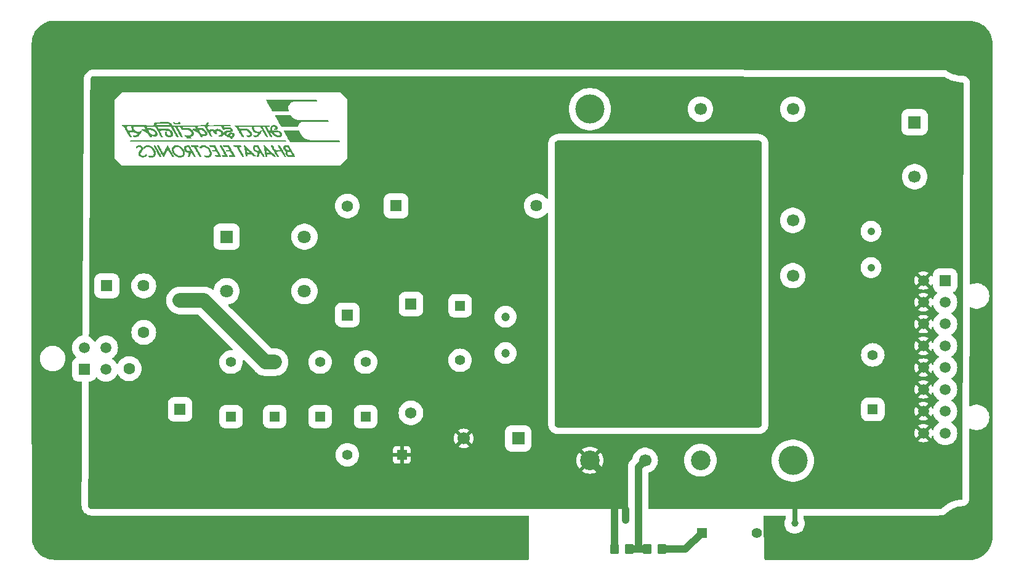
<source format=gbr>
%TF.GenerationSoftware,KiCad,Pcbnew,8.0.4*%
%TF.CreationDate,2024-11-06T13:18:38+05:30*%
%TF.ProjectId,PS_CARD,50535f43-4152-4442-9e6b-696361645f70,rev?*%
%TF.SameCoordinates,Original*%
%TF.FileFunction,Copper,L2,Bot*%
%TF.FilePolarity,Positive*%
%FSLAX46Y46*%
G04 Gerber Fmt 4.6, Leading zero omitted, Abs format (unit mm)*
G04 Created by KiCad (PCBNEW 8.0.4) date 2024-11-06 13:18:38*
%MOMM*%
%LPD*%
G01*
G04 APERTURE LIST*
G04 Aperture macros list*
%AMRoundRect*
0 Rectangle with rounded corners*
0 $1 Rounding radius*
0 $2 $3 $4 $5 $6 $7 $8 $9 X,Y pos of 4 corners*
0 Add a 4 corners polygon primitive as box body*
4,1,4,$2,$3,$4,$5,$6,$7,$8,$9,$2,$3,0*
0 Add four circle primitives for the rounded corners*
1,1,$1+$1,$2,$3*
1,1,$1+$1,$4,$5*
1,1,$1+$1,$6,$7*
1,1,$1+$1,$8,$9*
0 Add four rect primitives between the rounded corners*
20,1,$1+$1,$2,$3,$4,$5,0*
20,1,$1+$1,$4,$5,$6,$7,0*
20,1,$1+$1,$6,$7,$8,$9,0*
20,1,$1+$1,$8,$9,$2,$3,0*%
G04 Aperture macros list end*
%TA.AperFunction,EtchedComponent*%
%ADD10C,0.000000*%
%TD*%
%TA.AperFunction,ComponentPad*%
%ADD11R,1.800000X1.800000*%
%TD*%
%TA.AperFunction,ComponentPad*%
%ADD12C,1.700000*%
%TD*%
%TA.AperFunction,ComponentPad*%
%ADD13R,1.625600X1.625600*%
%TD*%
%TA.AperFunction,ComponentPad*%
%ADD14C,1.625600*%
%TD*%
%TA.AperFunction,ComponentPad*%
%ADD15C,3.900000*%
%TD*%
%TA.AperFunction,ConnectorPad*%
%ADD16C,7.000000*%
%TD*%
%TA.AperFunction,WasherPad*%
%ADD17C,4.000000*%
%TD*%
%TA.AperFunction,ComponentPad*%
%ADD18C,2.700000*%
%TD*%
%TA.AperFunction,ComponentPad*%
%ADD19R,1.422400X1.422400*%
%TD*%
%TA.AperFunction,ComponentPad*%
%ADD20C,1.422400*%
%TD*%
%TA.AperFunction,ComponentPad*%
%ADD21C,1.066800*%
%TD*%
%TA.AperFunction,ComponentPad*%
%ADD22R,1.520000X1.520000*%
%TD*%
%TA.AperFunction,ComponentPad*%
%ADD23C,1.520000*%
%TD*%
%TA.AperFunction,ComponentPad*%
%ADD24R,1.574800X1.574800*%
%TD*%
%TA.AperFunction,ComponentPad*%
%ADD25C,1.574800*%
%TD*%
%TA.AperFunction,ComponentPad*%
%ADD26C,1.200000*%
%TD*%
%TA.AperFunction,ComponentPad*%
%ADD27C,1.600000*%
%TD*%
%TA.AperFunction,ComponentPad*%
%ADD28C,1.800000*%
%TD*%
%TA.AperFunction,SMDPad,CuDef*%
%ADD29RoundRect,0.250000X-0.350000X-0.450000X0.350000X-0.450000X0.350000X0.450000X-0.350000X0.450000X0*%
%TD*%
%TA.AperFunction,ViaPad*%
%ADD30C,0.800000*%
%TD*%
%TA.AperFunction,ViaPad*%
%ADD31C,1.000000*%
%TD*%
%TA.AperFunction,Conductor*%
%ADD32C,1.000000*%
%TD*%
%TA.AperFunction,Conductor*%
%ADD33C,0.650000*%
%TD*%
%TA.AperFunction,Conductor*%
%ADD34C,2.000000*%
%TD*%
G04 APERTURE END LIST*
D10*
%TA.AperFunction,EtchedComponent*%
%TO.C,G\u002A\u002A\u002A*%
G36*
X77164949Y-80466977D02*
G01*
X77199304Y-80469422D01*
X77231585Y-80478720D01*
X77268221Y-80498271D01*
X77315643Y-80531474D01*
X77380279Y-80581729D01*
X77405954Y-80599976D01*
X77458234Y-80622832D01*
X77526598Y-80634009D01*
X77591715Y-80636300D01*
X77653618Y-80626381D01*
X77693556Y-80600587D01*
X77715097Y-80557468D01*
X77726788Y-80528664D01*
X77763893Y-80489923D01*
X77815215Y-80469463D01*
X77873687Y-80467080D01*
X77932241Y-80482568D01*
X77983809Y-80515723D01*
X78021322Y-80566340D01*
X78045680Y-80640302D01*
X78042897Y-80704772D01*
X78011862Y-80756367D01*
X77952770Y-80794434D01*
X77943555Y-80797123D01*
X77900041Y-80802368D01*
X77829252Y-80805543D01*
X77733983Y-80806556D01*
X77617030Y-80805317D01*
X77549593Y-80803840D01*
X77441361Y-80799801D01*
X77357047Y-80793108D01*
X77291827Y-80782485D01*
X77240878Y-80766654D01*
X77199375Y-80744337D01*
X77162496Y-80714257D01*
X77125416Y-80675137D01*
X77108567Y-80655179D01*
X77065972Y-80591042D01*
X77050390Y-80538797D01*
X77061575Y-80499800D01*
X77099280Y-80475406D01*
X77163258Y-80466974D01*
X77164949Y-80466977D01*
G37*
%TD.AperFunction*%
%TA.AperFunction,EtchedComponent*%
G36*
X74503141Y-83657427D02*
G01*
X74581441Y-83682660D01*
X74649719Y-83736227D01*
X74651640Y-83738508D01*
X74669935Y-83765908D01*
X74700398Y-83816512D01*
X74741315Y-83887163D01*
X74790972Y-83974705D01*
X74847656Y-84075984D01*
X74909652Y-84187842D01*
X74975248Y-84307125D01*
X75042729Y-84430677D01*
X75110382Y-84555341D01*
X75176494Y-84677962D01*
X75239350Y-84795384D01*
X75297238Y-84904452D01*
X75348443Y-85002009D01*
X75391252Y-85084900D01*
X75423952Y-85149969D01*
X75444829Y-85194060D01*
X75452168Y-85214018D01*
X75447035Y-85237019D01*
X75424814Y-85264368D01*
X75386584Y-85276408D01*
X75328809Y-85280111D01*
X75268416Y-85274090D01*
X75219499Y-85258731D01*
X75214273Y-85255254D01*
X75198803Y-85239342D01*
X75177357Y-85210755D01*
X75148830Y-85167638D01*
X75112115Y-85108134D01*
X75066105Y-85030389D01*
X75009693Y-84932546D01*
X74941773Y-84812749D01*
X74861239Y-84669142D01*
X74766983Y-84499870D01*
X74728325Y-84430099D01*
X74652987Y-84293120D01*
X74583143Y-84164814D01*
X74520197Y-84047836D01*
X74465551Y-83944840D01*
X74420607Y-83858481D01*
X74386769Y-83791413D01*
X74365437Y-83746292D01*
X74358014Y-83725770D01*
X74370834Y-83687907D01*
X74410203Y-83663829D01*
X74474994Y-83655651D01*
X74503141Y-83657427D01*
G37*
%TD.AperFunction*%
%TA.AperFunction,EtchedComponent*%
G36*
X83641071Y-83662018D02*
G01*
X83703213Y-83683029D01*
X83712561Y-83688860D01*
X83727365Y-83701997D01*
X83745265Y-83722851D01*
X83767598Y-83753604D01*
X83795701Y-83796439D01*
X83830910Y-83853538D01*
X83874563Y-83927083D01*
X83927995Y-84019257D01*
X83992544Y-84132241D01*
X84069547Y-84268220D01*
X84160339Y-84429374D01*
X84192327Y-84486352D01*
X84267944Y-84621924D01*
X84338119Y-84748959D01*
X84401424Y-84864795D01*
X84456426Y-84966769D01*
X84501698Y-85052218D01*
X84535810Y-85118478D01*
X84557331Y-85162887D01*
X84564832Y-85182782D01*
X84559745Y-85205762D01*
X84537553Y-85233106D01*
X84515593Y-85238089D01*
X84465570Y-85242666D01*
X84392235Y-85246227D01*
X84299709Y-85248574D01*
X84192113Y-85249514D01*
X83874027Y-85249989D01*
X83821803Y-85197766D01*
X83808042Y-85182953D01*
X83776580Y-85140449D01*
X83759098Y-85103778D01*
X83757485Y-85096813D01*
X83756796Y-85057932D01*
X83776567Y-85032884D01*
X83820123Y-85019436D01*
X83890790Y-85015356D01*
X83942091Y-85014297D01*
X84005390Y-85010711D01*
X84052999Y-85005495D01*
X84057005Y-85004814D01*
X84080585Y-84999233D01*
X84097574Y-84990243D01*
X84107038Y-84975496D01*
X84108043Y-84952641D01*
X84099657Y-84919329D01*
X84080946Y-84873212D01*
X84050977Y-84811939D01*
X84008816Y-84733163D01*
X83953530Y-84634532D01*
X83884186Y-84513699D01*
X83799850Y-84368314D01*
X83783324Y-84339883D01*
X83714356Y-84220907D01*
X83649845Y-84109124D01*
X83591678Y-84007835D01*
X83541738Y-83920338D01*
X83501911Y-83849935D01*
X83474082Y-83799925D01*
X83460136Y-83773609D01*
X83449863Y-83751708D01*
X83440421Y-83723610D01*
X83446348Y-83705501D01*
X83468832Y-83685324D01*
X83510007Y-83665163D01*
X83572760Y-83656100D01*
X83641071Y-83662018D01*
G37*
%TD.AperFunction*%
%TA.AperFunction,EtchedComponent*%
G36*
X73619937Y-83661586D02*
G01*
X73771200Y-83687921D01*
X73922076Y-83739483D01*
X74069629Y-83815770D01*
X74210926Y-83916278D01*
X74343033Y-84040505D01*
X74401110Y-84107628D01*
X74494585Y-84240734D01*
X74568592Y-84381468D01*
X74622040Y-84525668D01*
X74653841Y-84669172D01*
X74662904Y-84807818D01*
X74648139Y-84937443D01*
X74608455Y-85053885D01*
X74561117Y-85129267D01*
X74478031Y-85212112D01*
X74371406Y-85280314D01*
X74244383Y-85331950D01*
X74100107Y-85365095D01*
X74067641Y-85368434D01*
X73993890Y-85368999D01*
X73914045Y-85363058D01*
X73840508Y-85351750D01*
X73785679Y-85336214D01*
X73778288Y-85332970D01*
X73726263Y-85303709D01*
X73682345Y-85270028D01*
X73681911Y-85269611D01*
X73650126Y-85229862D01*
X73625568Y-85183070D01*
X73612545Y-85139550D01*
X73615364Y-85109618D01*
X73634171Y-85098388D01*
X73680695Y-85094573D01*
X73749665Y-85101384D01*
X73837321Y-85118666D01*
X73915525Y-85132586D01*
X74036664Y-85134496D01*
X74142335Y-85111116D01*
X74230595Y-85064593D01*
X74299503Y-84997075D01*
X74347115Y-84910707D01*
X74371491Y-84807636D01*
X74370687Y-84690010D01*
X74342762Y-84559974D01*
X74312128Y-84480639D01*
X74243527Y-84358328D01*
X74153501Y-84239812D01*
X74047489Y-84130477D01*
X73930928Y-84035709D01*
X73809256Y-83960895D01*
X73687913Y-83911420D01*
X73674329Y-83907737D01*
X73588969Y-83894592D01*
X73496718Y-83893776D01*
X73409662Y-83904749D01*
X73339888Y-83926971D01*
X73339459Y-83927181D01*
X73300977Y-83953898D01*
X73254844Y-83997035D01*
X73210951Y-84047356D01*
X73193237Y-84069441D01*
X73146311Y-84117716D01*
X73106556Y-84138907D01*
X73070124Y-84134264D01*
X73033165Y-84105035D01*
X73013158Y-84081221D01*
X72980254Y-84015437D01*
X72978188Y-83949080D01*
X73006756Y-83883922D01*
X73065756Y-83821731D01*
X73069690Y-83818565D01*
X73193163Y-83738967D01*
X73327984Y-83686606D01*
X73471220Y-83660980D01*
X73619937Y-83661586D01*
G37*
%TD.AperFunction*%
%TA.AperFunction,EtchedComponent*%
G36*
X78652510Y-84817224D02*
G01*
X78621815Y-84953005D01*
X78605944Y-84994739D01*
X78578743Y-85046984D01*
X78540690Y-85097846D01*
X78484887Y-85157634D01*
X78443908Y-85196577D01*
X78353284Y-85263852D01*
X78252940Y-85311038D01*
X78132845Y-85343430D01*
X78059754Y-85353245D01*
X77955276Y-85356788D01*
X77849386Y-85351182D01*
X77757707Y-85336706D01*
X77645382Y-85302190D01*
X77493163Y-85231841D01*
X77346136Y-85138371D01*
X77210209Y-85026219D01*
X77091292Y-84899828D01*
X76995293Y-84763640D01*
X76980526Y-84737749D01*
X76919428Y-84602932D01*
X76880070Y-84463544D01*
X76862096Y-84323757D01*
X76863289Y-84270642D01*
X77127075Y-84270642D01*
X77136766Y-84384991D01*
X77158437Y-84466224D01*
X77220216Y-84611255D01*
X77307417Y-84747668D01*
X77416284Y-84870840D01*
X77543065Y-84976147D01*
X77684004Y-85058965D01*
X77796764Y-85100163D01*
X77921511Y-85121659D01*
X78044235Y-85120281D01*
X78156076Y-85095346D01*
X78241524Y-85053828D01*
X78314639Y-84989434D01*
X78362125Y-84907819D01*
X78383221Y-84810355D01*
X78377162Y-84698409D01*
X78350853Y-84587970D01*
X78297589Y-84453349D01*
X78225015Y-84326878D01*
X78136395Y-84211351D01*
X78034992Y-84109563D01*
X77924071Y-84024311D01*
X77806894Y-83958391D01*
X77686725Y-83914597D01*
X77566828Y-83895725D01*
X77450465Y-83904571D01*
X77350325Y-83937491D01*
X77259745Y-83995197D01*
X77190831Y-84072273D01*
X77145852Y-84165245D01*
X77127075Y-84270642D01*
X76863289Y-84270642D01*
X76865150Y-84187744D01*
X76888877Y-84059676D01*
X76932919Y-83943725D01*
X76996921Y-83844064D01*
X77080527Y-83764864D01*
X77085053Y-83761627D01*
X77192409Y-83704133D01*
X77316919Y-83668900D01*
X77454508Y-83655442D01*
X77601100Y-83663274D01*
X77752618Y-83691909D01*
X77904988Y-83740862D01*
X78054134Y-83809648D01*
X78195979Y-83897781D01*
X78307605Y-83988749D01*
X78420351Y-84109332D01*
X78513052Y-84242017D01*
X78584163Y-84382976D01*
X78632139Y-84528382D01*
X78655437Y-84674407D01*
X78652651Y-84810355D01*
X78652510Y-84817224D01*
G37*
%TD.AperFunction*%
%TA.AperFunction,EtchedComponent*%
G36*
X86358775Y-83694038D02*
G01*
X86386591Y-83723922D01*
X86415389Y-83767623D01*
X86437582Y-83813504D01*
X86448934Y-83852644D01*
X86445212Y-83876121D01*
X86441668Y-83878216D01*
X86412932Y-83885598D01*
X86363810Y-83893174D01*
X86302498Y-83899594D01*
X86284741Y-83901189D01*
X86208249Y-83912193D01*
X86160043Y-83928306D01*
X86137807Y-83950674D01*
X86139228Y-83980442D01*
X86143440Y-83989131D01*
X86161738Y-84023421D01*
X86192810Y-84080161D01*
X86235024Y-84156420D01*
X86286750Y-84249265D01*
X86346355Y-84355762D01*
X86412209Y-84472979D01*
X86482681Y-84597983D01*
X86518687Y-84661801D01*
X86594441Y-84796637D01*
X86656257Y-84907749D01*
X86705339Y-84997493D01*
X86742889Y-85068229D01*
X86770112Y-85122315D01*
X86788211Y-85162107D01*
X86798389Y-85189964D01*
X86801850Y-85208245D01*
X86799797Y-85219306D01*
X86788582Y-85234010D01*
X86767445Y-85244064D01*
X86730129Y-85248802D01*
X86669118Y-85249989D01*
X86640444Y-85249737D01*
X86585771Y-85246334D01*
X86551909Y-85237790D01*
X86531460Y-85222635D01*
X86526702Y-85215794D01*
X86506902Y-85183516D01*
X86474463Y-85128507D01*
X86431104Y-85053750D01*
X86378543Y-84962230D01*
X86318497Y-84856932D01*
X86252685Y-84740842D01*
X86182825Y-84616943D01*
X86109603Y-84486882D01*
X86034846Y-84354624D01*
X85972612Y-84245408D01*
X85921459Y-84156900D01*
X85879941Y-84086766D01*
X85846614Y-84032671D01*
X85820034Y-83992281D01*
X85798756Y-83963261D01*
X85781337Y-83943277D01*
X85766331Y-83929995D01*
X85752296Y-83921080D01*
X85743605Y-83917636D01*
X85704497Y-83908456D01*
X85647038Y-83899288D01*
X85580300Y-83891682D01*
X85578419Y-83891508D01*
X85506478Y-83883464D01*
X85457749Y-83873881D01*
X85424362Y-83860580D01*
X85398446Y-83841386D01*
X85394575Y-83837728D01*
X85359302Y-83795067D01*
X85334397Y-83748887D01*
X85323564Y-83707932D01*
X85330506Y-83680948D01*
X85341906Y-83676702D01*
X85381490Y-83671515D01*
X85449321Y-83667177D01*
X85546150Y-83663655D01*
X85672729Y-83660916D01*
X85829809Y-83658927D01*
X86311653Y-83654387D01*
X86358775Y-83694038D01*
G37*
%TD.AperFunction*%
%TA.AperFunction,EtchedComponent*%
G36*
X81401300Y-83681882D02*
G01*
X81561127Y-83732435D01*
X81715290Y-83808788D01*
X81860922Y-83908848D01*
X81995151Y-84030520D01*
X82115110Y-84171710D01*
X82217928Y-84330324D01*
X82300735Y-84504268D01*
X82319860Y-84554162D01*
X82336796Y-84607562D01*
X82346535Y-84658237D01*
X82351076Y-84717508D01*
X82352421Y-84796697D01*
X82352453Y-84823547D01*
X82350828Y-84897009D01*
X82345591Y-84950686D01*
X82335516Y-84993384D01*
X82319377Y-85033904D01*
X82309987Y-85053224D01*
X82240741Y-85156111D01*
X82150098Y-85236794D01*
X82039694Y-85294099D01*
X81911166Y-85326851D01*
X81851558Y-85335056D01*
X81797715Y-85340091D01*
X81747562Y-85340625D01*
X81689550Y-85336716D01*
X81612127Y-85328427D01*
X81552786Y-85320273D01*
X81491059Y-85304737D01*
X81445546Y-85279417D01*
X81407498Y-85238910D01*
X81368166Y-85177817D01*
X81361113Y-85165500D01*
X81335345Y-85109460D01*
X81331928Y-85072691D01*
X81350592Y-85053283D01*
X81365064Y-85052797D01*
X81405706Y-85058425D01*
X81463779Y-85070097D01*
X81531956Y-85086472D01*
X81536897Y-85087743D01*
X81631263Y-85109301D01*
X81700767Y-85118990D01*
X81749070Y-85117330D01*
X81769208Y-85113164D01*
X81870949Y-85076510D01*
X81956531Y-85019148D01*
X82022273Y-84945030D01*
X82064498Y-84858109D01*
X82079527Y-84762335D01*
X82078657Y-84745437D01*
X82066142Y-84680228D01*
X82041327Y-84600119D01*
X82007492Y-84513770D01*
X81967922Y-84429842D01*
X81925899Y-84356995D01*
X81906380Y-84328119D01*
X81813046Y-84211374D01*
X81709949Y-84112235D01*
X81600163Y-84031593D01*
X81486760Y-83970341D01*
X81372814Y-83929370D01*
X81261398Y-83909572D01*
X81155584Y-83911840D01*
X81058446Y-83937065D01*
X80973057Y-83986139D01*
X80902489Y-84059955D01*
X80896739Y-84067884D01*
X80857991Y-84114879D01*
X80827090Y-84135826D01*
X80798834Y-84132539D01*
X80768018Y-84106832D01*
X80738549Y-84071297D01*
X80699824Y-83998124D01*
X80689917Y-83927242D01*
X80707183Y-83860610D01*
X80749976Y-83800185D01*
X80816652Y-83747927D01*
X80905567Y-83705792D01*
X81015075Y-83675740D01*
X81143533Y-83659729D01*
X81238681Y-83659224D01*
X81401300Y-83681882D01*
G37*
%TD.AperFunction*%
%TA.AperFunction,EtchedComponent*%
G36*
X80118776Y-83656232D02*
G01*
X80218621Y-83657508D01*
X80306824Y-83659567D01*
X80378483Y-83662415D01*
X80428695Y-83666058D01*
X80452558Y-83670502D01*
X80455825Y-83672790D01*
X80475038Y-83696443D01*
X80499169Y-83736034D01*
X80523950Y-83783054D01*
X80545111Y-83828996D01*
X80558384Y-83865354D01*
X80559501Y-83883621D01*
X80554943Y-83885306D01*
X80525675Y-83890246D01*
X80476048Y-83896111D01*
X80413504Y-83901966D01*
X80274261Y-83913558D01*
X80276270Y-83968266D01*
X80276884Y-83974064D01*
X80284844Y-84001132D01*
X80302767Y-84042704D01*
X80331725Y-84100800D01*
X80372790Y-84177438D01*
X80427035Y-84274636D01*
X80495532Y-84394414D01*
X80579354Y-84538789D01*
X80584395Y-84547430D01*
X80653158Y-84665873D01*
X80717915Y-84778476D01*
X80776690Y-84881723D01*
X80827504Y-84972098D01*
X80868380Y-85046086D01*
X80897341Y-85100172D01*
X80912408Y-85130840D01*
X80929556Y-85173125D01*
X80936299Y-85199463D01*
X80931101Y-85215206D01*
X80914125Y-85229763D01*
X80903040Y-85236392D01*
X80859420Y-85246621D01*
X80791626Y-85246144D01*
X80784030Y-85245598D01*
X80728724Y-85238438D01*
X80692845Y-85224770D01*
X80665788Y-85200772D01*
X80660806Y-85194053D01*
X80639422Y-85161001D01*
X80605162Y-85105297D01*
X80559854Y-85030012D01*
X80505328Y-84938216D01*
X80443413Y-84832983D01*
X80375937Y-84717382D01*
X80304730Y-84594485D01*
X80273525Y-84540553D01*
X80202906Y-84419404D01*
X80136294Y-84306332D01*
X80075604Y-84204515D01*
X80022753Y-84117133D01*
X79979655Y-84047362D01*
X79948227Y-83998383D01*
X79930384Y-83973373D01*
X79919703Y-83961258D01*
X79898871Y-83940936D01*
X79875971Y-83927682D01*
X79843724Y-83919182D01*
X79794850Y-83913125D01*
X79722069Y-83907198D01*
X79712584Y-83906471D01*
X79641730Y-83900319D01*
X79593887Y-83893553D01*
X79561662Y-83884091D01*
X79537660Y-83869852D01*
X79514487Y-83848753D01*
X79479539Y-83801105D01*
X79459001Y-83745121D01*
X79455287Y-83706679D01*
X79464382Y-83685712D01*
X79491754Y-83671649D01*
X79505656Y-83668733D01*
X79549737Y-83664692D01*
X79616490Y-83661392D01*
X79701014Y-83658841D01*
X79798407Y-83657044D01*
X79903767Y-83656006D01*
X80012190Y-83655733D01*
X80118776Y-83656232D01*
G37*
%TD.AperFunction*%
%TA.AperFunction,EtchedComponent*%
G36*
X72506803Y-83664299D02*
G01*
X72616629Y-83696252D01*
X72719793Y-83750427D01*
X72810226Y-83822398D01*
X72881862Y-83907743D01*
X72928632Y-84002037D01*
X72939401Y-84039956D01*
X72948856Y-84125919D01*
X72935639Y-84212119D01*
X72898480Y-84302094D01*
X72836110Y-84399384D01*
X72747257Y-84507528D01*
X72679885Y-84586170D01*
X72630002Y-84653621D01*
X72598069Y-84711488D01*
X72581099Y-84765227D01*
X72576107Y-84820297D01*
X72576343Y-84832014D01*
X72594376Y-84919187D01*
X72638950Y-84993284D01*
X72707020Y-85050600D01*
X72795546Y-85087430D01*
X72825103Y-85093914D01*
X72920927Y-85097100D01*
X73014777Y-85071142D01*
X73110284Y-85015206D01*
X73201490Y-84951040D01*
X73272130Y-84906916D01*
X73321389Y-84883542D01*
X73349933Y-84880543D01*
X73350509Y-84880773D01*
X73376339Y-84902591D01*
X73404228Y-84941363D01*
X73426565Y-84984699D01*
X73435741Y-85020212D01*
X73425769Y-85068129D01*
X73386956Y-85127030D01*
X73320943Y-85183997D01*
X73229955Y-85237187D01*
X73116217Y-85284757D01*
X73076054Y-85298595D01*
X73020722Y-85314588D01*
X72969855Y-85323094D01*
X72911578Y-85325780D01*
X72834014Y-85324308D01*
X72828825Y-85324134D01*
X72748861Y-85319831D01*
X72689163Y-85312040D01*
X72639340Y-85298804D01*
X72589000Y-85278166D01*
X72487629Y-85218176D01*
X72391076Y-85130923D01*
X72317102Y-85027851D01*
X72310798Y-85016324D01*
X72289941Y-84972829D01*
X72277997Y-84931819D01*
X72272582Y-84882063D01*
X72271307Y-84812328D01*
X72271467Y-84794002D01*
X72278465Y-84705681D01*
X72298143Y-84627563D01*
X72333702Y-84552572D01*
X72388345Y-84473631D01*
X72465273Y-84383665D01*
X72468334Y-84380301D01*
X72533622Y-84305894D01*
X72579089Y-84246836D01*
X72607947Y-84197698D01*
X72623408Y-84153050D01*
X72628684Y-84107464D01*
X72626646Y-84071169D01*
X72602525Y-84001828D01*
X72554230Y-83948239D01*
X72485180Y-83913478D01*
X72398791Y-83900620D01*
X72381780Y-83900834D01*
X72303389Y-83913729D01*
X72228754Y-83948811D01*
X72150123Y-84009473D01*
X72110650Y-84039868D01*
X72055941Y-84061333D01*
X72006356Y-84052683D01*
X71960081Y-84013959D01*
X71959252Y-84012970D01*
X71926921Y-83960127D01*
X71923472Y-83908804D01*
X71948333Y-83851028D01*
X71964663Y-83829605D01*
X72019066Y-83784426D01*
X72094148Y-83742271D01*
X72182711Y-83705864D01*
X72277556Y-83677931D01*
X72371487Y-83661194D01*
X72457306Y-83658378D01*
X72506803Y-83664299D01*
G37*
%TD.AperFunction*%
%TA.AperFunction,EtchedComponent*%
G36*
X90679358Y-84693513D02*
G01*
X90784832Y-84795823D01*
X90883562Y-84891744D01*
X90973292Y-84979094D01*
X91051765Y-85055690D01*
X91116727Y-85119349D01*
X91165921Y-85167889D01*
X91197092Y-85199128D01*
X91207984Y-85210882D01*
X91202014Y-85220402D01*
X91181687Y-85242791D01*
X91168388Y-85253438D01*
X91136314Y-85262683D01*
X91085721Y-85259538D01*
X91074602Y-85258109D01*
X91010945Y-85252215D01*
X90951802Y-85249648D01*
X90925158Y-85248082D01*
X90900291Y-85241416D01*
X90872770Y-85226324D01*
X90837637Y-85199483D01*
X90789938Y-85157566D01*
X90724718Y-85097248D01*
X90561883Y-84945189D01*
X90333949Y-84935665D01*
X90276844Y-84933522D01*
X90191275Y-84931875D01*
X90128954Y-84933480D01*
X90084747Y-84938549D01*
X90053525Y-84947296D01*
X90001035Y-84968452D01*
X90006633Y-85105313D01*
X90012230Y-85242174D01*
X89893515Y-85246695D01*
X89830071Y-85247364D01*
X89781828Y-85242453D01*
X89758482Y-85231065D01*
X89756170Y-85225632D01*
X89747949Y-85192964D01*
X89735881Y-85134794D01*
X89720581Y-85054822D01*
X89702663Y-84956752D01*
X89682742Y-84844284D01*
X89661431Y-84721121D01*
X89639345Y-84590964D01*
X89617098Y-84457517D01*
X89614182Y-84439714D01*
X89908185Y-84439714D01*
X89912106Y-84493506D01*
X89922880Y-84552388D01*
X89939309Y-84609116D01*
X89960195Y-84656448D01*
X89984342Y-84687142D01*
X89989695Y-84690988D01*
X90031033Y-84708366D01*
X90083583Y-84717370D01*
X90138995Y-84718347D01*
X90188916Y-84711644D01*
X90224994Y-84697606D01*
X90238876Y-84676582D01*
X90231975Y-84654929D01*
X90205268Y-84614150D01*
X90163752Y-84564291D01*
X90113102Y-84510949D01*
X90058993Y-84459719D01*
X90007102Y-84416198D01*
X89963103Y-84385982D01*
X89932672Y-84374666D01*
X89925690Y-84376363D01*
X89912314Y-84398252D01*
X89908185Y-84439714D01*
X89614182Y-84439714D01*
X89595304Y-84324480D01*
X89574578Y-84195555D01*
X89555534Y-84074446D01*
X89538786Y-83964853D01*
X89524949Y-83870479D01*
X89514636Y-83795025D01*
X89508462Y-83742193D01*
X89507041Y-83715687D01*
X89510200Y-83693471D01*
X89523292Y-83668104D01*
X89552062Y-83658807D01*
X89558406Y-83658475D01*
X89583481Y-83664416D01*
X89616397Y-83683772D01*
X89661716Y-83719625D01*
X89724001Y-83775062D01*
X89749949Y-83799196D01*
X89798798Y-83845352D01*
X89863461Y-83906945D01*
X89941682Y-83981792D01*
X90031205Y-84067712D01*
X90129774Y-84162521D01*
X90235133Y-84264036D01*
X90345027Y-84370075D01*
X90457199Y-84478456D01*
X90569395Y-84586996D01*
X90661879Y-84676582D01*
X90679358Y-84693513D01*
G37*
%TD.AperFunction*%
%TA.AperFunction,EtchedComponent*%
G36*
X87993151Y-84697322D02*
G01*
X88105346Y-84803611D01*
X88206157Y-84899722D01*
X88293658Y-84983811D01*
X88365926Y-85054034D01*
X88421035Y-85108544D01*
X88457062Y-85145498D01*
X88472080Y-85163051D01*
X88482605Y-85184344D01*
X88485950Y-85205466D01*
X88471877Y-85219505D01*
X88449016Y-85226518D01*
X88401374Y-85231794D01*
X88341095Y-85233699D01*
X88278220Y-85232240D01*
X88222789Y-85227425D01*
X88184841Y-85219264D01*
X88180759Y-85217367D01*
X88150783Y-85196866D01*
X88105277Y-85159952D01*
X88049673Y-85111190D01*
X87989405Y-85055141D01*
X87833669Y-84906112D01*
X87589399Y-84906112D01*
X87550584Y-84906297D01*
X87464760Y-84908120D01*
X87393065Y-84911618D01*
X87341207Y-84916454D01*
X87314895Y-84922293D01*
X87300134Y-84933841D01*
X87290418Y-84955370D01*
X87285820Y-84993347D01*
X87284661Y-85055155D01*
X87283909Y-85104753D01*
X87279534Y-85151303D01*
X87269586Y-85181618D01*
X87252190Y-85204305D01*
X87223163Y-85224241D01*
X87196204Y-85227752D01*
X87193744Y-85226903D01*
X87160201Y-85221024D01*
X87115351Y-85218488D01*
X87109269Y-85218393D01*
X87066171Y-85214035D01*
X87037542Y-85205265D01*
X87034317Y-85198035D01*
X87025653Y-85163529D01*
X87013270Y-85104029D01*
X86997770Y-85023194D01*
X86979760Y-84924679D01*
X86959842Y-84812142D01*
X86938622Y-84689240D01*
X86916705Y-84559630D01*
X86896310Y-84436707D01*
X87190179Y-84436707D01*
X87194316Y-84494314D01*
X87203230Y-84552156D01*
X87216309Y-84602386D01*
X87232939Y-84637160D01*
X87241720Y-84648372D01*
X87260472Y-84665478D01*
X87286099Y-84675505D01*
X87326730Y-84680869D01*
X87390493Y-84683985D01*
X87434872Y-84684982D01*
X87490909Y-84682359D01*
X87521487Y-84672826D01*
X87530104Y-84654844D01*
X87520255Y-84626875D01*
X87501062Y-84601608D01*
X87465211Y-84563275D01*
X87418280Y-84517043D01*
X87365770Y-84467942D01*
X87313186Y-84420999D01*
X87266030Y-84381243D01*
X87229806Y-84353702D01*
X87210016Y-84343405D01*
X87198686Y-84353581D01*
X87191432Y-84387181D01*
X87190179Y-84436707D01*
X86896310Y-84436707D01*
X86894695Y-84426970D01*
X86873197Y-84294917D01*
X86852814Y-84167127D01*
X86834153Y-84047258D01*
X86817817Y-83938967D01*
X86804411Y-83845912D01*
X86794540Y-83771748D01*
X86788808Y-83720135D01*
X86787820Y-83694728D01*
X86798021Y-83673298D01*
X86834196Y-83658624D01*
X86836266Y-83658502D01*
X86847870Y-83660916D01*
X86864527Y-83669221D01*
X86887845Y-83684830D01*
X86919433Y-83709158D01*
X86960899Y-83743619D01*
X87013851Y-83789627D01*
X87079897Y-83848597D01*
X87160646Y-83921943D01*
X87257706Y-84011080D01*
X87372684Y-84117422D01*
X87507189Y-84242383D01*
X87662830Y-84387377D01*
X87742306Y-84461592D01*
X87871496Y-84582701D01*
X87948066Y-84654844D01*
X87993151Y-84697322D01*
G37*
%TD.AperFunction*%
%TA.AperFunction,EtchedComponent*%
G36*
X93336102Y-79701306D02*
G01*
X93369082Y-79736022D01*
X93494212Y-79855580D01*
X93617597Y-79951525D01*
X93746558Y-80028383D01*
X93888417Y-80090679D01*
X94050495Y-80142940D01*
X94170014Y-80176308D01*
X96195810Y-80171178D01*
X96499724Y-80170477D01*
X96783279Y-80169977D01*
X97037948Y-80169713D01*
X97264937Y-80169691D01*
X97465451Y-80169920D01*
X97640695Y-80170407D01*
X97791874Y-80171160D01*
X97920195Y-80172186D01*
X98026862Y-80173494D01*
X98113080Y-80175091D01*
X98180056Y-80176984D01*
X98228994Y-80179182D01*
X98261100Y-80181692D01*
X98277579Y-80184522D01*
X98301760Y-80194536D01*
X98355978Y-80230853D01*
X98401983Y-80278924D01*
X98432946Y-80330704D01*
X98442034Y-80378151D01*
X98437214Y-80427897D01*
X97561891Y-80437382D01*
X97551041Y-80437499D01*
X97355792Y-80439434D01*
X97137028Y-80441325D01*
X96902058Y-80443124D01*
X96658186Y-80444785D01*
X96412722Y-80446261D01*
X96172970Y-80447504D01*
X95946240Y-80448468D01*
X95739836Y-80449105D01*
X95739066Y-80449107D01*
X95534413Y-80449628D01*
X95358458Y-80450283D01*
X95208651Y-80451267D01*
X95082436Y-80452775D01*
X94977262Y-80455003D01*
X94890576Y-80458146D01*
X94819823Y-80462399D01*
X94762451Y-80467958D01*
X94715908Y-80475018D01*
X94677640Y-80483774D01*
X94645093Y-80494422D01*
X94615716Y-80507158D01*
X94586954Y-80522175D01*
X94556255Y-80539671D01*
X94469906Y-80596725D01*
X94400234Y-80661245D01*
X94344381Y-80738487D01*
X94297894Y-80834630D01*
X94256321Y-80955853D01*
X94213227Y-81100020D01*
X93589836Y-81108105D01*
X93370984Y-81110912D01*
X93129922Y-81113895D01*
X92916941Y-81116364D01*
X92730292Y-81118309D01*
X92568225Y-81119715D01*
X92428992Y-81120571D01*
X92310844Y-81120864D01*
X92212031Y-81120581D01*
X92130804Y-81119711D01*
X92065415Y-81118240D01*
X92014114Y-81116157D01*
X91975153Y-81113448D01*
X91946782Y-81110102D01*
X91927252Y-81106106D01*
X91914814Y-81101447D01*
X91907719Y-81096112D01*
X91899075Y-81083932D01*
X91875351Y-81045884D01*
X91839802Y-80986299D01*
X91794141Y-80908217D01*
X91740079Y-80814679D01*
X91679328Y-80708725D01*
X91613600Y-80593396D01*
X91544606Y-80471732D01*
X91474059Y-80346774D01*
X91403670Y-80221563D01*
X91335152Y-80099139D01*
X91270215Y-79982542D01*
X91210572Y-79874813D01*
X91157934Y-79778993D01*
X91114014Y-79698123D01*
X91080523Y-79635241D01*
X91059173Y-79593391D01*
X91051676Y-79575611D01*
X91059343Y-79556617D01*
X91086845Y-79538980D01*
X91091434Y-79538353D01*
X91123982Y-79536757D01*
X91184062Y-79535252D01*
X91268973Y-79533863D01*
X91376014Y-79532615D01*
X91502483Y-79531532D01*
X91645679Y-79530638D01*
X91802900Y-79529959D01*
X91971446Y-79529518D01*
X92148614Y-79529341D01*
X93175213Y-79529128D01*
X93336102Y-79701306D01*
G37*
%TD.AperFunction*%
%TA.AperFunction,EtchedComponent*%
G36*
X82477033Y-83655661D02*
G01*
X82583332Y-83656034D01*
X82664141Y-83657529D01*
X82723646Y-83660926D01*
X82766034Y-83667008D01*
X82795495Y-83676555D01*
X82816213Y-83690350D01*
X82832378Y-83709172D01*
X82848177Y-83733805D01*
X82862811Y-83758672D01*
X82890809Y-83807376D01*
X82929895Y-83875946D01*
X82978304Y-83961243D01*
X83034270Y-84060129D01*
X83096028Y-84169465D01*
X83161813Y-84286114D01*
X83229859Y-84406936D01*
X83298401Y-84528793D01*
X83365675Y-84648546D01*
X83429914Y-84763059D01*
X83489354Y-84869191D01*
X83542229Y-84963805D01*
X83586775Y-85043761D01*
X83621225Y-85105923D01*
X83643815Y-85147151D01*
X83652780Y-85164307D01*
X83652041Y-85187869D01*
X83634349Y-85219310D01*
X83633335Y-85220418D01*
X83619965Y-85231962D01*
X83601372Y-85240002D01*
X83572349Y-85245120D01*
X83527690Y-85247895D01*
X83462189Y-85248910D01*
X83370638Y-85248746D01*
X83349392Y-85248595D01*
X83251837Y-85247051D01*
X83154984Y-85244324D01*
X83069020Y-85240748D01*
X83004131Y-85236660D01*
X82963170Y-85233027D01*
X82911832Y-85226305D01*
X82878026Y-85216440D01*
X82853070Y-85200396D01*
X82828285Y-85175133D01*
X82799136Y-85132196D01*
X82784061Y-85086063D01*
X82786546Y-85047583D01*
X82807724Y-85025015D01*
X82820026Y-85022480D01*
X82860627Y-85018901D01*
X82919486Y-85016442D01*
X82988505Y-85015528D01*
X83076856Y-85013647D01*
X83139105Y-85007066D01*
X83178474Y-84994460D01*
X83199077Y-84974505D01*
X83205030Y-84945877D01*
X83203027Y-84934277D01*
X83188131Y-84894699D01*
X83161963Y-84839443D01*
X83128424Y-84775537D01*
X83091416Y-84710008D01*
X83054839Y-84649884D01*
X83022593Y-84602191D01*
X82998581Y-84573958D01*
X82988361Y-84566481D01*
X82967901Y-84557938D01*
X82936777Y-84552199D01*
X82889842Y-84548744D01*
X82821949Y-84547053D01*
X82727949Y-84546605D01*
X82488793Y-84546605D01*
X82446789Y-84496686D01*
X82440114Y-84488497D01*
X82409899Y-84445460D01*
X82390050Y-84408009D01*
X82382959Y-84381547D01*
X82387382Y-84356621D01*
X82409421Y-84338503D01*
X82452484Y-84325713D01*
X82519979Y-84316772D01*
X82615314Y-84310200D01*
X82619689Y-84309966D01*
X82692708Y-84305945D01*
X82752915Y-84302403D01*
X82794176Y-84299718D01*
X82810353Y-84298265D01*
X82812414Y-84296888D01*
X82815665Y-84274931D01*
X82805138Y-84234093D01*
X82783800Y-84180555D01*
X82754614Y-84120504D01*
X82720547Y-84060121D01*
X82684563Y-84005592D01*
X82649629Y-83963100D01*
X82593925Y-83905743D01*
X82375070Y-83905743D01*
X82320173Y-83905497D01*
X82230571Y-83902878D01*
X82164552Y-83896000D01*
X82117015Y-83883160D01*
X82082864Y-83862653D01*
X82057000Y-83832774D01*
X82034323Y-83791819D01*
X82024156Y-83769885D01*
X82007881Y-83729488D01*
X82001461Y-83705037D01*
X82006449Y-83691127D01*
X82025303Y-83678899D01*
X82060960Y-83669641D01*
X82116305Y-83663021D01*
X82194225Y-83658704D01*
X82297607Y-83656359D01*
X82429337Y-83655651D01*
X82477033Y-83655661D01*
G37*
%TD.AperFunction*%
%TA.AperFunction,EtchedComponent*%
G36*
X74995717Y-83664690D02*
G01*
X75049125Y-83681452D01*
X75090593Y-83708937D01*
X75102034Y-83723769D01*
X75128874Y-83765166D01*
X75166968Y-83827947D01*
X75214259Y-83908594D01*
X75268693Y-84003590D01*
X75328213Y-84109417D01*
X75390763Y-84222558D01*
X75451122Y-84332258D01*
X75512722Y-84442862D01*
X75562452Y-84530137D01*
X75601779Y-84596472D01*
X75632172Y-84644255D01*
X75655099Y-84675873D01*
X75672029Y-84693715D01*
X75684429Y-84700169D01*
X75687371Y-84700424D01*
X75697808Y-84697915D01*
X75709975Y-84688173D01*
X75725347Y-84668581D01*
X75745397Y-84636518D01*
X75771600Y-84589367D01*
X75805431Y-84524507D01*
X75848364Y-84439321D01*
X75901874Y-84331188D01*
X75967435Y-84197491D01*
X76000764Y-84129419D01*
X76063446Y-84002198D01*
X76114926Y-83899731D01*
X76156813Y-83819686D01*
X76190716Y-83759731D01*
X76218242Y-83717532D01*
X76241001Y-83690758D01*
X76260601Y-83677075D01*
X76278651Y-83674151D01*
X76296759Y-83679654D01*
X76316534Y-83691250D01*
X76317811Y-83692352D01*
X76333476Y-83713999D01*
X76362032Y-83759463D01*
X76401738Y-83825635D01*
X76450853Y-83909407D01*
X76507637Y-84007671D01*
X76570349Y-84117319D01*
X76637248Y-84235243D01*
X76706594Y-84358335D01*
X76776646Y-84483486D01*
X76845664Y-84607589D01*
X76911905Y-84727536D01*
X76973631Y-84840218D01*
X77029100Y-84942527D01*
X77076571Y-85031355D01*
X77114305Y-85103594D01*
X77140559Y-85156136D01*
X77153594Y-85185872D01*
X77161357Y-85213249D01*
X77161689Y-85249094D01*
X77141757Y-85270247D01*
X77098177Y-85279191D01*
X77027568Y-85278409D01*
X76962187Y-85272078D01*
X76919276Y-85260517D01*
X76891924Y-85241658D01*
X76885321Y-85232875D01*
X76863121Y-85197937D01*
X76829124Y-85141114D01*
X76785371Y-85065928D01*
X76733903Y-84975904D01*
X76676763Y-84874565D01*
X76615992Y-84765435D01*
X76580524Y-84701538D01*
X76521959Y-84596860D01*
X76468420Y-84502183D01*
X76421909Y-84420988D01*
X76384428Y-84356758D01*
X76357976Y-84312974D01*
X76344554Y-84293119D01*
X76324906Y-84278729D01*
X76302011Y-84277488D01*
X76294887Y-84287385D01*
X76274614Y-84322633D01*
X76243563Y-84380078D01*
X76203474Y-84456400D01*
X76156086Y-84548280D01*
X76103138Y-84652398D01*
X76046369Y-84765435D01*
X76004162Y-84849658D01*
X75949402Y-84957920D01*
X75899475Y-85055491D01*
X75856184Y-85138904D01*
X75821334Y-85204693D01*
X75796726Y-85249390D01*
X75784165Y-85269528D01*
X75765127Y-85284630D01*
X75720034Y-85296338D01*
X75676311Y-85284864D01*
X75675690Y-85284340D01*
X75662579Y-85265265D01*
X75636477Y-85222071D01*
X75599048Y-85157778D01*
X75551960Y-85075408D01*
X75496878Y-84977982D01*
X75435469Y-84868522D01*
X75369397Y-84750050D01*
X75300329Y-84625587D01*
X75229931Y-84498153D01*
X75159869Y-84370772D01*
X75091809Y-84246464D01*
X75027416Y-84128251D01*
X74968358Y-84019153D01*
X74916298Y-83922194D01*
X74872905Y-83840394D01*
X74839843Y-83776774D01*
X74818778Y-83734356D01*
X74811377Y-83716162D01*
X74814673Y-83700951D01*
X74839847Y-83676783D01*
X74883479Y-83662552D01*
X74937968Y-83658456D01*
X74995717Y-83664690D01*
G37*
%TD.AperFunction*%
%TA.AperFunction,EtchedComponent*%
G36*
X93338232Y-84310463D02*
G01*
X93408990Y-84434738D01*
X93479667Y-84559516D01*
X93548529Y-84681736D01*
X93613841Y-84798340D01*
X93673866Y-84906267D01*
X93714639Y-84980262D01*
X93726869Y-85002457D01*
X93771115Y-85083853D01*
X93804868Y-85147393D01*
X93826392Y-85190019D01*
X93833953Y-85208671D01*
X93829299Y-85224889D01*
X93806599Y-85249223D01*
X93801976Y-85251034D01*
X93766909Y-85255977D01*
X93701713Y-85259540D01*
X93607230Y-85261700D01*
X93484301Y-85262435D01*
X93333768Y-85261723D01*
X92888291Y-85257805D01*
X92802236Y-85215540D01*
X92740304Y-85179815D01*
X92656067Y-85113680D01*
X92582366Y-85035781D01*
X92523803Y-84952013D01*
X92484979Y-84868271D01*
X92470495Y-84790452D01*
X92470491Y-84788223D01*
X92474967Y-84743398D01*
X92757133Y-84743398D01*
X92764188Y-84817059D01*
X92798687Y-84888290D01*
X92858875Y-84953505D01*
X92942999Y-85009116D01*
X92962255Y-85017673D01*
X93008590Y-85029975D01*
X93072921Y-85037760D01*
X93161830Y-85042019D01*
X93174770Y-85042348D01*
X93264756Y-85042498D01*
X93328062Y-85037376D01*
X93368527Y-85025970D01*
X93389990Y-85007269D01*
X93396291Y-84980262D01*
X93395796Y-84974641D01*
X93383975Y-84937656D01*
X93359249Y-84883679D01*
X93325405Y-84819161D01*
X93286227Y-84750549D01*
X93245505Y-84684291D01*
X93207023Y-84626836D01*
X93174568Y-84584633D01*
X93151928Y-84564129D01*
X93105883Y-84550658D01*
X93032033Y-84548168D01*
X92953514Y-84561674D01*
X92879175Y-84588608D01*
X92817868Y-84626402D01*
X92778443Y-84672489D01*
X92757133Y-84743398D01*
X92474967Y-84743398D01*
X92475336Y-84739701D01*
X92487662Y-84675679D01*
X92504951Y-84609390D01*
X92540094Y-84492422D01*
X92382061Y-84343667D01*
X92334215Y-84297455D01*
X92270060Y-84230494D01*
X92224494Y-84175786D01*
X92200560Y-84136799D01*
X92185250Y-84081382D01*
X92183058Y-84055081D01*
X92505337Y-84055081D01*
X92507145Y-84088474D01*
X92521164Y-84133768D01*
X92554658Y-84179658D01*
X92566488Y-84192298D01*
X92614231Y-84234075D01*
X92661805Y-84265332D01*
X92690441Y-84277632D01*
X92766906Y-84297378D01*
X92848621Y-84305272D01*
X92919553Y-84299206D01*
X92955333Y-84283614D01*
X92971598Y-84252223D01*
X92967596Y-84214385D01*
X92947121Y-84157946D01*
X92913935Y-84093695D01*
X92872274Y-84029740D01*
X92826373Y-83974191D01*
X92792732Y-83940625D01*
X92761186Y-83917479D01*
X92727990Y-83907735D01*
X92681155Y-83905743D01*
X92615495Y-83912963D01*
X92555162Y-83940812D01*
X92518010Y-83988552D01*
X92505337Y-84055081D01*
X92183058Y-84055081D01*
X92178088Y-83995458D01*
X92185349Y-83908152D01*
X92206732Y-83834176D01*
X92219631Y-83808468D01*
X92258590Y-83754693D01*
X92310364Y-83714047D01*
X92378482Y-83685313D01*
X92466472Y-83667274D01*
X92577864Y-83658711D01*
X92716185Y-83658408D01*
X92747610Y-83659126D01*
X92827509Y-83661392D01*
X92883492Y-83664403D01*
X92921125Y-83669090D01*
X92945973Y-83676388D01*
X92963604Y-83687228D01*
X92979583Y-83702543D01*
X92986486Y-83711587D01*
X93009206Y-83746682D01*
X93043995Y-83803697D01*
X93089118Y-83879570D01*
X93142838Y-83971243D01*
X93203421Y-84075655D01*
X93269131Y-84189749D01*
X93304893Y-84252223D01*
X93338232Y-84310463D01*
G37*
%TD.AperFunction*%
%TA.AperFunction,EtchedComponent*%
G36*
X91611714Y-83656192D02*
G01*
X91636664Y-83659149D01*
X91660294Y-83666576D01*
X91684148Y-83680524D01*
X91709769Y-83703048D01*
X91738702Y-83736200D01*
X91772491Y-83782033D01*
X91812679Y-83842602D01*
X91860811Y-83919959D01*
X91918430Y-84016157D01*
X91987081Y-84133251D01*
X92068306Y-84273292D01*
X92163651Y-84438335D01*
X92202010Y-84504894D01*
X92279444Y-84640102D01*
X92351259Y-84766613D01*
X92416006Y-84881812D01*
X92472240Y-84983083D01*
X92518512Y-85067812D01*
X92553378Y-85133382D01*
X92575388Y-85177178D01*
X92583098Y-85196584D01*
X92581371Y-85216970D01*
X92572471Y-85240168D01*
X92571169Y-85241059D01*
X92547074Y-85245463D01*
X92501717Y-85247482D01*
X92443681Y-85246681D01*
X92325910Y-85242174D01*
X92143487Y-84929558D01*
X92115547Y-84881779D01*
X92063785Y-84793795D01*
X92017295Y-84715451D01*
X91978681Y-84651099D01*
X91950544Y-84605090D01*
X91935486Y-84581774D01*
X91925058Y-84569091D01*
X91911849Y-84559879D01*
X91891127Y-84553602D01*
X91858143Y-84549698D01*
X91808146Y-84547605D01*
X91736388Y-84546761D01*
X91638118Y-84546605D01*
X91567505Y-84547134D01*
X91481178Y-84549276D01*
X91407787Y-84552776D01*
X91353441Y-84557322D01*
X91324247Y-84562603D01*
X91302260Y-84572841D01*
X91288272Y-84592601D01*
X91290400Y-84629339D01*
X91298363Y-84653254D01*
X91320298Y-84701570D01*
X91353205Y-84766615D01*
X91394319Y-84842954D01*
X91440878Y-84925155D01*
X91482652Y-84998066D01*
X91522826Y-85070232D01*
X91554643Y-85129648D01*
X91575582Y-85171595D01*
X91583122Y-85191355D01*
X91581057Y-85203024D01*
X91564365Y-85231232D01*
X91540183Y-85241890D01*
X91494184Y-85248324D01*
X91438765Y-85249081D01*
X91385127Y-85244062D01*
X91344473Y-85233167D01*
X91335851Y-85224819D01*
X91311377Y-85191533D01*
X91274623Y-85136036D01*
X91227365Y-85061377D01*
X91171379Y-84970605D01*
X91108443Y-84866768D01*
X91040333Y-84752916D01*
X90968825Y-84632096D01*
X90895696Y-84507357D01*
X90822722Y-84381749D01*
X90751680Y-84258319D01*
X90684346Y-84140117D01*
X90622497Y-84030191D01*
X90567910Y-83931589D01*
X90522361Y-83847361D01*
X90487626Y-83780555D01*
X90465483Y-83734220D01*
X90457707Y-83711404D01*
X90458309Y-83701189D01*
X90469149Y-83676923D01*
X90497083Y-83662721D01*
X90546659Y-83657125D01*
X90622425Y-83658681D01*
X90715501Y-83663466D01*
X90882979Y-83952635D01*
X90897643Y-83977822D01*
X90949233Y-84064411D01*
X90997377Y-84142286D01*
X91039104Y-84206816D01*
X91071440Y-84253369D01*
X91091411Y-84277314D01*
X91095700Y-84280993D01*
X91111062Y-84292471D01*
X91128970Y-84300687D01*
X91154209Y-84306091D01*
X91191563Y-84309132D01*
X91245819Y-84310261D01*
X91321761Y-84309925D01*
X91424174Y-84308576D01*
X91715984Y-84304328D01*
X91720290Y-84257435D01*
X91720380Y-84256311D01*
X91717186Y-84229983D01*
X91703566Y-84191529D01*
X91677856Y-84137435D01*
X91638396Y-84064186D01*
X91583521Y-83968266D01*
X91542412Y-83897195D01*
X91502448Y-83827054D01*
X91470790Y-83770325D01*
X91449951Y-83731521D01*
X91442446Y-83715152D01*
X91451442Y-83698192D01*
X91482905Y-83677556D01*
X91527473Y-83661876D01*
X91575121Y-83655651D01*
X91583900Y-83655649D01*
X91611714Y-83656192D01*
G37*
%TD.AperFunction*%
%TA.AperFunction,EtchedComponent*%
G36*
X94506076Y-81921975D02*
G01*
X94526319Y-81961235D01*
X94590075Y-82080530D01*
X94647172Y-82178591D01*
X94701730Y-82261350D01*
X94757864Y-82334741D01*
X94819692Y-82404697D01*
X94891331Y-82477151D01*
X94989659Y-82565492D01*
X95173731Y-82699346D01*
X95373278Y-82808684D01*
X95583993Y-82891291D01*
X95801570Y-82944954D01*
X95821799Y-82947989D01*
X95851289Y-82951151D01*
X95888974Y-82953971D01*
X95936500Y-82956469D01*
X95995516Y-82958662D01*
X96067669Y-82960569D01*
X96154606Y-82962207D01*
X96257976Y-82963596D01*
X96379426Y-82964753D01*
X96520604Y-82965696D01*
X96683157Y-82966445D01*
X96868733Y-82967016D01*
X97078980Y-82967429D01*
X97315545Y-82967701D01*
X97580077Y-82967851D01*
X97874222Y-82967897D01*
X97933956Y-82967901D01*
X98257255Y-82968077D01*
X98551638Y-82968513D01*
X98816871Y-82969206D01*
X99052719Y-82970155D01*
X99258948Y-82971358D01*
X99435324Y-82972813D01*
X99581611Y-82974518D01*
X99697576Y-82976472D01*
X99782984Y-82978671D01*
X99837600Y-82981115D01*
X99861190Y-82983802D01*
X99861468Y-82983901D01*
X99892437Y-83004695D01*
X99928760Y-83042782D01*
X99964964Y-83090265D01*
X99995572Y-83139248D01*
X100015110Y-83181834D01*
X100018103Y-83210127D01*
X100016694Y-83211687D01*
X100009988Y-83214227D01*
X99996859Y-83216566D01*
X99976124Y-83218713D01*
X99946600Y-83220675D01*
X99907104Y-83222461D01*
X99856455Y-83224079D01*
X99793468Y-83225536D01*
X99716961Y-83226840D01*
X99625752Y-83228001D01*
X99518657Y-83229025D01*
X99394494Y-83229921D01*
X99252080Y-83230697D01*
X99090233Y-83231361D01*
X98907768Y-83231921D01*
X98703505Y-83232385D01*
X98476259Y-83232761D01*
X98224849Y-83233057D01*
X97948091Y-83233281D01*
X97644802Y-83233441D01*
X97313801Y-83233546D01*
X96953903Y-83233603D01*
X96563927Y-83233620D01*
X96525952Y-83233620D01*
X96134190Y-83233591D01*
X95772454Y-83233507D01*
X95439614Y-83233362D01*
X95134540Y-83233150D01*
X94856101Y-83232862D01*
X94603167Y-83232492D01*
X94374607Y-83232033D01*
X94169292Y-83231479D01*
X93986091Y-83230821D01*
X93823874Y-83230054D01*
X93681510Y-83229170D01*
X93557870Y-83228163D01*
X93451822Y-83227025D01*
X93362237Y-83225750D01*
X93287984Y-83224331D01*
X93227934Y-83222760D01*
X93180955Y-83221031D01*
X93145917Y-83219137D01*
X93121691Y-83217071D01*
X93107145Y-83214826D01*
X93101150Y-83212395D01*
X93093476Y-83201694D01*
X93069729Y-83163890D01*
X93034350Y-83104480D01*
X92989032Y-83026513D01*
X92935467Y-82933039D01*
X92875348Y-82827107D01*
X92810365Y-82711765D01*
X92742212Y-82590064D01*
X92672581Y-82465052D01*
X92603163Y-82339778D01*
X92535651Y-82217292D01*
X92471737Y-82100643D01*
X92413113Y-81992880D01*
X92361471Y-81897052D01*
X92318503Y-81816208D01*
X92285902Y-81753398D01*
X92265359Y-81711670D01*
X92258567Y-81694074D01*
X92258645Y-81693540D01*
X92260172Y-81687457D01*
X92264283Y-81682233D01*
X92273185Y-81677801D01*
X92289082Y-81674097D01*
X92314181Y-81671056D01*
X92350687Y-81668612D01*
X92400808Y-81666700D01*
X92466748Y-81665254D01*
X92550714Y-81664210D01*
X92654911Y-81663503D01*
X92781546Y-81663066D01*
X92932825Y-81662834D01*
X93110954Y-81662743D01*
X93318137Y-81662728D01*
X94373214Y-81662728D01*
X94506076Y-81921975D01*
G37*
%TD.AperFunction*%
%TA.AperFunction,EtchedComponent*%
G36*
X84438570Y-83655936D02*
G01*
X84546647Y-83657223D01*
X84628210Y-83659663D01*
X84685929Y-83663384D01*
X84722476Y-83668517D01*
X84740521Y-83675189D01*
X84750602Y-83689556D01*
X84774490Y-83728481D01*
X84810226Y-83788751D01*
X84856065Y-83867290D01*
X84910261Y-83961021D01*
X84971072Y-84066869D01*
X85036751Y-84181757D01*
X85105554Y-84302609D01*
X85175737Y-84426347D01*
X85245554Y-84549897D01*
X85313262Y-84670181D01*
X85377115Y-84784123D01*
X85435369Y-84888648D01*
X85486280Y-84980677D01*
X85528101Y-85057136D01*
X85559090Y-85114947D01*
X85577501Y-85151035D01*
X85587637Y-85174256D01*
X85592858Y-85203308D01*
X85581530Y-85225792D01*
X85579933Y-85227539D01*
X85568251Y-85234798D01*
X85547241Y-85240345D01*
X85513246Y-85244396D01*
X85462611Y-85247169D01*
X85391683Y-85248880D01*
X85296806Y-85249748D01*
X85174324Y-85249989D01*
X85153100Y-85249989D01*
X85030551Y-85249796D01*
X84934877Y-85248618D01*
X84862274Y-85245550D01*
X84808933Y-85239687D01*
X84771048Y-85230127D01*
X84744813Y-85215964D01*
X84726421Y-85196293D01*
X84712066Y-85170212D01*
X84697940Y-85136814D01*
X84692911Y-85124349D01*
X84682465Y-85090790D01*
X84686630Y-85068974D01*
X84706673Y-85045700D01*
X84711440Y-85041052D01*
X84728107Y-85028344D01*
X84749429Y-85020998D01*
X84782031Y-85018297D01*
X84832541Y-85019523D01*
X84907586Y-85023959D01*
X84984380Y-85027570D01*
X85058573Y-85026135D01*
X85107697Y-85017229D01*
X85134879Y-85000194D01*
X85143245Y-84974373D01*
X85137585Y-84952426D01*
X85118076Y-84907715D01*
X85088312Y-84849225D01*
X85052123Y-84783644D01*
X85013336Y-84717657D01*
X84975784Y-84657948D01*
X84943293Y-84611204D01*
X84919696Y-84584110D01*
X84911169Y-84577110D01*
X84892832Y-84564715D01*
X84870988Y-84556228D01*
X84840086Y-84550911D01*
X84794575Y-84548027D01*
X84728904Y-84546837D01*
X84637524Y-84546605D01*
X84549040Y-84546157D01*
X84470951Y-84543617D01*
X84414749Y-84537426D01*
X84375400Y-84526034D01*
X84347867Y-84507890D01*
X84327116Y-84481443D01*
X84308112Y-84445141D01*
X84305339Y-84439112D01*
X84290306Y-84383804D01*
X84300312Y-84343975D01*
X84334871Y-84321860D01*
X84350153Y-84319343D01*
X84395099Y-84315808D01*
X84457405Y-84313339D01*
X84528459Y-84312356D01*
X84582666Y-84312027D01*
X84650992Y-84309808D01*
X84695765Y-84304369D01*
X84721792Y-84294400D01*
X84733883Y-84278593D01*
X84736845Y-84255640D01*
X84736576Y-84252379D01*
X84726431Y-84220790D01*
X84704543Y-84171529D01*
X84674926Y-84112116D01*
X84641594Y-84050070D01*
X84608561Y-83992911D01*
X84579841Y-83948158D01*
X84559448Y-83923330D01*
X84547540Y-83919522D01*
X84507792Y-83914201D01*
X84446360Y-83909389D01*
X84368873Y-83905496D01*
X84280962Y-83902935D01*
X84241133Y-83902136D01*
X84147300Y-83899382D01*
X84077931Y-83894527D01*
X84028001Y-83885807D01*
X83992486Y-83871458D01*
X83966359Y-83849717D01*
X83944596Y-83818818D01*
X83922172Y-83777000D01*
X83911229Y-83755227D01*
X83900619Y-83727077D01*
X83904746Y-83708414D01*
X83923835Y-83687123D01*
X83924480Y-83686481D01*
X83935943Y-83676773D01*
X83950857Y-83669346D01*
X83973193Y-83663895D01*
X84006925Y-83660117D01*
X84056026Y-83657707D01*
X84124469Y-83656362D01*
X84216227Y-83655778D01*
X84335273Y-83655651D01*
X84438570Y-83655936D01*
G37*
%TD.AperFunction*%
%TA.AperFunction,EtchedComponent*%
G36*
X89156394Y-84338639D02*
G01*
X89253149Y-84507509D01*
X89256860Y-84513987D01*
X89331771Y-84645494D01*
X89401610Y-84769436D01*
X89464861Y-84883031D01*
X89520010Y-84983496D01*
X89565541Y-85068048D01*
X89599939Y-85133904D01*
X89621689Y-85178281D01*
X89629276Y-85198394D01*
X89624144Y-85221387D01*
X89601922Y-85248737D01*
X89572374Y-85259841D01*
X89516240Y-85263156D01*
X89437022Y-85252996D01*
X89425410Y-85250693D01*
X89406453Y-85244668D01*
X89388616Y-85233326D01*
X89369098Y-85213046D01*
X89345097Y-85180206D01*
X89313813Y-85131187D01*
X89272445Y-85062368D01*
X89218191Y-84970129D01*
X89209750Y-84955767D01*
X89160120Y-84872962D01*
X89114625Y-84799684D01*
X89076110Y-84740335D01*
X89047419Y-84699319D01*
X89031399Y-84681039D01*
X89015205Y-84672786D01*
X88993798Y-84670997D01*
X88974492Y-84684671D01*
X88955669Y-84716852D01*
X88935712Y-84770584D01*
X88913004Y-84848912D01*
X88885929Y-84954879D01*
X88869789Y-85019405D01*
X88849260Y-85098821D01*
X88831590Y-85164184D01*
X88818262Y-85210046D01*
X88810760Y-85230961D01*
X88799676Y-85239389D01*
X88762862Y-85248213D01*
X88712077Y-85250793D01*
X88657665Y-85247433D01*
X88609971Y-85238441D01*
X88579338Y-85224120D01*
X88572968Y-85217562D01*
X88553589Y-85172274D01*
X88556400Y-85111331D01*
X88581345Y-85040001D01*
X88608718Y-84972657D01*
X88635049Y-84884868D01*
X88653325Y-84797536D01*
X88660168Y-84724197D01*
X88660168Y-84721784D01*
X88658611Y-84684763D01*
X88649203Y-84662391D01*
X88624762Y-84646238D01*
X88578107Y-84627874D01*
X88545740Y-84616086D01*
X88493947Y-84597961D01*
X88456968Y-84585927D01*
X88368884Y-84548046D01*
X88274639Y-84485054D01*
X88185553Y-84404616D01*
X88108717Y-84313175D01*
X88051221Y-84217176D01*
X88024436Y-84155657D01*
X87999541Y-84073220D01*
X87997307Y-84046804D01*
X88282897Y-84046804D01*
X88288066Y-84110740D01*
X88306192Y-84166409D01*
X88325701Y-84197489D01*
X88382626Y-84261030D01*
X88455604Y-84319722D01*
X88535122Y-84365301D01*
X88600353Y-84391408D01*
X88682302Y-84412228D01*
X88749541Y-84414637D01*
X88799103Y-84399125D01*
X88828021Y-84366178D01*
X88833327Y-84316284D01*
X88833078Y-84315110D01*
X88822751Y-84292008D01*
X88799827Y-84248596D01*
X88767437Y-84190631D01*
X88728710Y-84123869D01*
X88707983Y-84089274D01*
X88655251Y-84008266D01*
X88609401Y-83951368D01*
X88566614Y-83915064D01*
X88523074Y-83895837D01*
X88474961Y-83890171D01*
X88441888Y-83893146D01*
X88382285Y-83910588D01*
X88330522Y-83938914D01*
X88298310Y-83972658D01*
X88291297Y-83989688D01*
X88282897Y-84046804D01*
X87997307Y-84046804D01*
X87993059Y-83996563D01*
X88003329Y-83915228D01*
X88006131Y-83902445D01*
X88038533Y-83809918D01*
X88088783Y-83740638D01*
X88159514Y-83690820D01*
X88189137Y-83677182D01*
X88219291Y-83667551D01*
X88256020Y-83661287D01*
X88305495Y-83657686D01*
X88373884Y-83656042D01*
X88467360Y-83655651D01*
X88490755Y-83655719D01*
X88581240Y-83657373D01*
X88657134Y-83660977D01*
X88712885Y-83666190D01*
X88742940Y-83672669D01*
X88749779Y-83675761D01*
X88758218Y-83680263D01*
X88767079Y-83687110D01*
X88777622Y-83698365D01*
X88791110Y-83716093D01*
X88808804Y-83742358D01*
X88831966Y-83779225D01*
X88861856Y-83828756D01*
X88899737Y-83893017D01*
X88946869Y-83974072D01*
X89004515Y-84073984D01*
X89073936Y-84194819D01*
X89143577Y-84316284D01*
X89156394Y-84338639D01*
G37*
%TD.AperFunction*%
%TA.AperFunction,EtchedComponent*%
G36*
X79746084Y-84463696D02*
G01*
X79815027Y-84583605D01*
X79900172Y-84732282D01*
X79971194Y-84857520D01*
X80029027Y-84961422D01*
X80074605Y-85046091D01*
X80108861Y-85113631D01*
X80132731Y-85166144D01*
X80147149Y-85205735D01*
X80153047Y-85234506D01*
X80151361Y-85254562D01*
X80143025Y-85268005D01*
X80128972Y-85276938D01*
X80110137Y-85283467D01*
X80048372Y-85289595D01*
X79980603Y-85278567D01*
X79924687Y-85252980D01*
X79924348Y-85252729D01*
X79904755Y-85230439D01*
X79873136Y-85185732D01*
X79832590Y-85123371D01*
X79786218Y-85048121D01*
X79737118Y-84964744D01*
X79688556Y-84881506D01*
X79639677Y-84801754D01*
X79601162Y-84745405D01*
X79570852Y-84710017D01*
X79546589Y-84693150D01*
X79526213Y-84692362D01*
X79507567Y-84705213D01*
X79501327Y-84716291D01*
X79486901Y-84754853D01*
X79468140Y-84814546D01*
X79446775Y-84889743D01*
X79424539Y-84974818D01*
X79419608Y-84994427D01*
X79393523Y-85094084D01*
X79371037Y-85167953D01*
X79349551Y-85220109D01*
X79326467Y-85254628D01*
X79299188Y-85275585D01*
X79265117Y-85287054D01*
X79221654Y-85293112D01*
X79206860Y-85294426D01*
X79162256Y-85294843D01*
X79132070Y-85284745D01*
X79103277Y-85260549D01*
X79098139Y-85255184D01*
X79075529Y-85223647D01*
X79069835Y-85200057D01*
X79073225Y-85189080D01*
X79086261Y-85140438D01*
X79101659Y-85076037D01*
X79118056Y-85002473D01*
X79134090Y-84926345D01*
X79148397Y-84854251D01*
X79159614Y-84792788D01*
X79166379Y-84748556D01*
X79167327Y-84728152D01*
X79159063Y-84720069D01*
X79125887Y-84701917D01*
X79074017Y-84679766D01*
X79010291Y-84656727D01*
X78913168Y-84619895D01*
X78815248Y-84567964D01*
X78735475Y-84504545D01*
X78666658Y-84424782D01*
X78613695Y-84345767D01*
X78571445Y-84259065D01*
X78548361Y-84170576D01*
X78540741Y-84069866D01*
X78540671Y-84057861D01*
X78540869Y-84053975D01*
X78844783Y-84053975D01*
X78846980Y-84107683D01*
X78852110Y-84152663D01*
X78869091Y-84209827D01*
X78902183Y-84264206D01*
X78904082Y-84266768D01*
X78970656Y-84339640D01*
X79047743Y-84397791D01*
X79125399Y-84433669D01*
X79155363Y-84441802D01*
X79231469Y-84455559D01*
X79298687Y-84458427D01*
X79350192Y-84450458D01*
X79379160Y-84431706D01*
X79385773Y-84418542D01*
X79388860Y-84394719D01*
X79381532Y-84363009D01*
X79362032Y-84318897D01*
X79328607Y-84257868D01*
X79279499Y-84175407D01*
X79244320Y-84117474D01*
X79201465Y-84048008D01*
X79168754Y-83999101D01*
X79142282Y-83967152D01*
X79118144Y-83948566D01*
X79092432Y-83939745D01*
X79061241Y-83937090D01*
X79020666Y-83937005D01*
X78982392Y-83937578D01*
X78938005Y-83942342D01*
X78907636Y-83954519D01*
X78880612Y-83977171D01*
X78865240Y-83993707D01*
X78849888Y-84019793D01*
X78844783Y-84053975D01*
X78540869Y-84053975D01*
X78544919Y-83974573D01*
X78560340Y-83910535D01*
X78590580Y-83855767D01*
X78639288Y-83800290D01*
X78653393Y-83786525D01*
X78693837Y-83752424D01*
X78736242Y-83727651D01*
X78786461Y-83710600D01*
X78850351Y-83699667D01*
X78933765Y-83693245D01*
X79042558Y-83689731D01*
X79070649Y-83689154D01*
X79154421Y-83687853D01*
X79213547Y-83688186D01*
X79253205Y-83690672D01*
X79278569Y-83695831D01*
X79294816Y-83704180D01*
X79307122Y-83716238D01*
X79310468Y-83720855D01*
X79329054Y-83750277D01*
X79360998Y-83803119D01*
X79404744Y-83876733D01*
X79458739Y-83968471D01*
X79521425Y-84075684D01*
X79591248Y-84195725D01*
X79666653Y-84325945D01*
X79706310Y-84394719D01*
X79746084Y-84463696D01*
G37*
%TD.AperFunction*%
%TA.AperFunction,EtchedComponent*%
G36*
X95398957Y-77378931D02*
G01*
X95621219Y-77379130D01*
X95828217Y-77379453D01*
X96018173Y-77379905D01*
X96189310Y-77380488D01*
X96339850Y-77381208D01*
X96468017Y-77382068D01*
X96572033Y-77383071D01*
X96650119Y-77384222D01*
X96700500Y-77385524D01*
X96721396Y-77386982D01*
X96750742Y-77397588D01*
X96778780Y-77417409D01*
X96806647Y-77451775D01*
X96841142Y-77507530D01*
X96854094Y-77530155D01*
X96880298Y-77581690D01*
X96890415Y-77615347D01*
X96886336Y-77636520D01*
X96882770Y-77639813D01*
X96873641Y-77643463D01*
X96857635Y-77646725D01*
X96833009Y-77649635D01*
X96798022Y-77652227D01*
X96750933Y-77654537D01*
X96689998Y-77656600D01*
X96613478Y-77658450D01*
X96519630Y-77660122D01*
X96406712Y-77661652D01*
X96272982Y-77663075D01*
X96116700Y-77664425D01*
X95936123Y-77665739D01*
X95729510Y-77667049D01*
X95495119Y-77668393D01*
X95231208Y-77669804D01*
X95208469Y-77669923D01*
X94940991Y-77671297D01*
X94702740Y-77672555D01*
X94491833Y-77673803D01*
X94306387Y-77675152D01*
X94144518Y-77676710D01*
X94004345Y-77678585D01*
X93883983Y-77680886D01*
X93781551Y-77683722D01*
X93695164Y-77687202D01*
X93622940Y-77691434D01*
X93562996Y-77696527D01*
X93513450Y-77702590D01*
X93472417Y-77709731D01*
X93438015Y-77718059D01*
X93408361Y-77727683D01*
X93381572Y-77738712D01*
X93355765Y-77751253D01*
X93329057Y-77765417D01*
X93299565Y-77781311D01*
X93291184Y-77785877D01*
X93185965Y-77860167D01*
X93088848Y-77959006D01*
X93004255Y-78076332D01*
X92936611Y-78206080D01*
X92890340Y-78342188D01*
X92874745Y-78417185D01*
X92866995Y-78495332D01*
X92869142Y-78577839D01*
X92881446Y-78673046D01*
X92904163Y-78789296D01*
X92918612Y-78860224D01*
X92929150Y-78920260D01*
X92934653Y-78962459D01*
X92934131Y-78980507D01*
X92928656Y-78981516D01*
X92895992Y-78983521D01*
X92836513Y-78985658D01*
X92753104Y-78987867D01*
X92648652Y-78990090D01*
X92526041Y-78992269D01*
X92388156Y-78994344D01*
X92237882Y-78996257D01*
X92078106Y-78997948D01*
X92032108Y-78998389D01*
X91862864Y-79000042D01*
X91696526Y-79001713D01*
X91537145Y-79003359D01*
X91388772Y-79004934D01*
X91255456Y-79006397D01*
X91141249Y-79007703D01*
X91050200Y-79008809D01*
X90986362Y-79009671D01*
X90968598Y-79009921D01*
X90875243Y-79010518D01*
X90808015Y-79009247D01*
X90762522Y-79005805D01*
X90734373Y-78999889D01*
X90719176Y-78991195D01*
X90713417Y-78983155D01*
X90692541Y-78949897D01*
X90658531Y-78893667D01*
X90612879Y-78816996D01*
X90557074Y-78722413D01*
X90492608Y-78612448D01*
X90420971Y-78489630D01*
X90343653Y-78356490D01*
X90262147Y-78215558D01*
X90176710Y-78067262D01*
X90092693Y-77920644D01*
X90022735Y-77797474D01*
X89965844Y-77695903D01*
X89921024Y-77614085D01*
X89887283Y-77550170D01*
X89863628Y-77502312D01*
X89849063Y-77468662D01*
X89842596Y-77447374D01*
X89843233Y-77436599D01*
X89848093Y-77430906D01*
X89864458Y-77422187D01*
X89894104Y-77415473D01*
X89941525Y-77410168D01*
X90011215Y-77405671D01*
X90107669Y-77401386D01*
X90162169Y-77399794D01*
X90244930Y-77398200D01*
X90353308Y-77396641D01*
X90485526Y-77395121D01*
X90639807Y-77393645D01*
X90814371Y-77392215D01*
X91007444Y-77390836D01*
X91217246Y-77389512D01*
X91442001Y-77388247D01*
X91679931Y-77387044D01*
X91929258Y-77385907D01*
X92188206Y-77384841D01*
X92454996Y-77383849D01*
X92727851Y-77382935D01*
X93004995Y-77382102D01*
X93284648Y-77381355D01*
X93565035Y-77380698D01*
X93844377Y-77380134D01*
X94120897Y-77379668D01*
X94392818Y-77379303D01*
X94658362Y-77379043D01*
X94915751Y-77378891D01*
X95163209Y-77378853D01*
X95398957Y-77378931D01*
G37*
%TD.AperFunction*%
%TA.AperFunction,EtchedComponent*%
G36*
X73734962Y-82994998D02*
G01*
X74036812Y-82995107D01*
X74361516Y-82995277D01*
X74709915Y-82995506D01*
X75082849Y-82995792D01*
X75481160Y-82996132D01*
X75905688Y-82996522D01*
X76357274Y-82996962D01*
X76836758Y-82997448D01*
X77344982Y-82997978D01*
X77882786Y-82998549D01*
X78451010Y-82999158D01*
X79163611Y-82999909D01*
X79930539Y-83000680D01*
X80678552Y-83001392D01*
X81407191Y-83002046D01*
X82116001Y-83002640D01*
X82804523Y-83003177D01*
X83472300Y-83003655D01*
X84118875Y-83004074D01*
X84743792Y-83004435D01*
X85346591Y-83004737D01*
X85926818Y-83004980D01*
X86484013Y-83005165D01*
X87017720Y-83005291D01*
X87527482Y-83005359D01*
X88012840Y-83005368D01*
X88473339Y-83005318D01*
X88908521Y-83005210D01*
X89317929Y-83005043D01*
X89701104Y-83004817D01*
X90057591Y-83004533D01*
X90386932Y-83004190D01*
X90688669Y-83003788D01*
X90962345Y-83003328D01*
X91207503Y-83002809D01*
X91423687Y-83002231D01*
X91610437Y-83001595D01*
X91767298Y-83000900D01*
X91893812Y-83000146D01*
X91989522Y-82999333D01*
X92106044Y-82998255D01*
X92218645Y-82997724D01*
X92306775Y-82998142D01*
X92374115Y-82999651D01*
X92424346Y-83002395D01*
X92461152Y-83006516D01*
X92488212Y-83012156D01*
X92509210Y-83019458D01*
X92544274Y-83038944D01*
X92580179Y-83074635D01*
X92594689Y-83112984D01*
X92583847Y-83147222D01*
X92583178Y-83147751D01*
X92578241Y-83149288D01*
X92568387Y-83150756D01*
X92552939Y-83152155D01*
X92531223Y-83153487D01*
X92502563Y-83154753D01*
X92466283Y-83155953D01*
X92421707Y-83157091D01*
X92368162Y-83158166D01*
X92304970Y-83159180D01*
X92231456Y-83160134D01*
X92146945Y-83161030D01*
X92050762Y-83161868D01*
X91942231Y-83162651D01*
X91820676Y-83163378D01*
X91685422Y-83164053D01*
X91535794Y-83164675D01*
X91371115Y-83165246D01*
X91190712Y-83165767D01*
X90993907Y-83166240D01*
X90780026Y-83166666D01*
X90548393Y-83167046D01*
X90298332Y-83167381D01*
X90029169Y-83167673D01*
X89740227Y-83167923D01*
X89430832Y-83168132D01*
X89100307Y-83168302D01*
X88747978Y-83168433D01*
X88373168Y-83168527D01*
X87975202Y-83168585D01*
X87553405Y-83168609D01*
X87107102Y-83168599D01*
X86635616Y-83168557D01*
X86138273Y-83168485D01*
X85614396Y-83168383D01*
X85063311Y-83168253D01*
X84484342Y-83168096D01*
X83876813Y-83167913D01*
X83240049Y-83167706D01*
X82573374Y-83167476D01*
X81876113Y-83167223D01*
X81579031Y-83167113D01*
X80899484Y-83166860D01*
X80250213Y-83166614D01*
X79630527Y-83166372D01*
X79039733Y-83166133D01*
X78477139Y-83165893D01*
X77942054Y-83165652D01*
X77433785Y-83165407D01*
X76951641Y-83165155D01*
X76494929Y-83164894D01*
X76062957Y-83164623D01*
X75655033Y-83164340D01*
X75270466Y-83164041D01*
X74908563Y-83163725D01*
X74568632Y-83163389D01*
X74249981Y-83163032D01*
X73951918Y-83162651D01*
X73673752Y-83162244D01*
X73414789Y-83161809D01*
X73174339Y-83161344D01*
X72951709Y-83160846D01*
X72746206Y-83160314D01*
X72557140Y-83159745D01*
X72383818Y-83159137D01*
X72225548Y-83158487D01*
X72081638Y-83157795D01*
X71951395Y-83157057D01*
X71834129Y-83156271D01*
X71729146Y-83155435D01*
X71635756Y-83154547D01*
X71553265Y-83153605D01*
X71480982Y-83152607D01*
X71418215Y-83151550D01*
X71364272Y-83150432D01*
X71318460Y-83149252D01*
X71280088Y-83148006D01*
X71248464Y-83146693D01*
X71222896Y-83145310D01*
X71202691Y-83143856D01*
X71187158Y-83142328D01*
X71175605Y-83140724D01*
X71167339Y-83139042D01*
X71161669Y-83137280D01*
X71157903Y-83135435D01*
X71155348Y-83133505D01*
X71129333Y-83100384D01*
X71126715Y-83060869D01*
X71155348Y-83021119D01*
X71157122Y-83019653D01*
X71160861Y-83017403D01*
X71166435Y-83015277D01*
X71174686Y-83013274D01*
X71186453Y-83011390D01*
X71202579Y-83009624D01*
X71223903Y-83007972D01*
X71251266Y-83006433D01*
X71285509Y-83005002D01*
X71327473Y-83003679D01*
X71377998Y-83002461D01*
X71437926Y-83001344D01*
X71508096Y-83000327D01*
X71589351Y-82999406D01*
X71682529Y-82998580D01*
X71788473Y-82997846D01*
X71908023Y-82997201D01*
X72042020Y-82996643D01*
X72191304Y-82996169D01*
X72356716Y-82995777D01*
X72539097Y-82995464D01*
X72739288Y-82995227D01*
X72958129Y-82995065D01*
X73196461Y-82994974D01*
X73455125Y-82994953D01*
X73734962Y-82994998D01*
G37*
%TD.AperFunction*%
%TA.AperFunction,EtchedComponent*%
G36*
X92025813Y-82177000D02*
G01*
X92020242Y-82274459D01*
X91986331Y-82361093D01*
X91925004Y-82434954D01*
X91837185Y-82494094D01*
X91723799Y-82536566D01*
X91612033Y-82555817D01*
X91468452Y-82554122D01*
X91321413Y-82526108D01*
X91175144Y-82473366D01*
X91033874Y-82397487D01*
X90901831Y-82300062D01*
X90783244Y-82182683D01*
X90768726Y-82166128D01*
X90710837Y-82101751D01*
X90651545Y-82037852D01*
X90601650Y-81986124D01*
X90561131Y-81947033D01*
X90526825Y-81920192D01*
X90524666Y-81919311D01*
X90949883Y-81919311D01*
X90954595Y-81954604D01*
X90981640Y-82001320D01*
X91026816Y-82055356D01*
X91085920Y-82112607D01*
X91154751Y-82168969D01*
X91229105Y-82220338D01*
X91304781Y-82262611D01*
X91358315Y-82285927D01*
X91454589Y-82313901D01*
X91540320Y-82320390D01*
X91610168Y-82304658D01*
X91632521Y-82291780D01*
X91677637Y-82248619D01*
X91710799Y-82194601D01*
X91723741Y-82141594D01*
X91716926Y-82103414D01*
X91689127Y-82044778D01*
X91645830Y-81987126D01*
X91593465Y-81940389D01*
X91573730Y-81927183D01*
X91550662Y-81914726D01*
X91524099Y-81905871D01*
X91488491Y-81899725D01*
X91438286Y-81895392D01*
X91367934Y-81891979D01*
X91271884Y-81888592D01*
X91260387Y-81888212D01*
X91157686Y-81885115D01*
X91081555Y-81883790D01*
X91027745Y-81884610D01*
X90992005Y-81887949D01*
X90970086Y-81894181D01*
X90957736Y-81903679D01*
X90950705Y-81916816D01*
X90949883Y-81919311D01*
X90524666Y-81919311D01*
X90498596Y-81908672D01*
X90468789Y-81907970D01*
X90463075Y-81908595D01*
X90427486Y-81919973D01*
X90413992Y-81945264D01*
X90416427Y-81959302D01*
X90431946Y-81999423D01*
X90459689Y-82058588D01*
X90497430Y-82132139D01*
X90542946Y-82215416D01*
X90578937Y-82280236D01*
X90617871Y-82352375D01*
X90648790Y-82411980D01*
X90669182Y-82454187D01*
X90676537Y-82474135D01*
X90675740Y-82482432D01*
X90656668Y-82510245D01*
X90617674Y-82526387D01*
X90566100Y-82530857D01*
X90509288Y-82523653D01*
X90454580Y-82504772D01*
X90409318Y-82474213D01*
X90409020Y-82473923D01*
X90391425Y-82450639D01*
X90360293Y-82403049D01*
X90317346Y-82334018D01*
X90264301Y-82246412D01*
X90202878Y-82143098D01*
X90134796Y-82026942D01*
X90061773Y-81900810D01*
X89985529Y-81767569D01*
X89609436Y-81106503D01*
X89506033Y-81111077D01*
X89478650Y-81112321D01*
X89447486Y-81114974D01*
X89423612Y-81120750D01*
X89407760Y-81131842D01*
X89400659Y-81150443D01*
X89403043Y-81178744D01*
X89415641Y-81218940D01*
X89439186Y-81273221D01*
X89474408Y-81343782D01*
X89522039Y-81432815D01*
X89582810Y-81542512D01*
X89657453Y-81675066D01*
X89746698Y-81832670D01*
X89807765Y-81940982D01*
X89875719Y-82062797D01*
X89937221Y-82174441D01*
X89990754Y-82273089D01*
X90034803Y-82355917D01*
X90067851Y-82420099D01*
X90088382Y-82462811D01*
X90094878Y-82481228D01*
X90078957Y-82504935D01*
X90046404Y-82527447D01*
X90018260Y-82537298D01*
X89951082Y-82539875D01*
X89883068Y-82519146D01*
X89824660Y-82477464D01*
X89807875Y-82454887D01*
X89777277Y-82407736D01*
X89734780Y-82339094D01*
X89682118Y-82251861D01*
X89621027Y-82148939D01*
X89553242Y-82033228D01*
X89480497Y-81907628D01*
X89404528Y-81775042D01*
X89346228Y-81672945D01*
X89263488Y-81528996D01*
X89194001Y-81409546D01*
X89136664Y-81312802D01*
X89090372Y-81236968D01*
X89054021Y-81180248D01*
X89026508Y-81140848D01*
X89006728Y-81116973D01*
X88993577Y-81106827D01*
X88983920Y-81104661D01*
X88943756Y-81100668D01*
X88879863Y-81097242D01*
X88797252Y-81094566D01*
X88700933Y-81092826D01*
X88595917Y-81092205D01*
X88236717Y-81092205D01*
X88196316Y-81132605D01*
X88176464Y-81154611D01*
X88164020Y-81179721D01*
X88160727Y-81214406D01*
X88164060Y-81269374D01*
X88173339Y-81338094D01*
X88210502Y-81463472D01*
X88270969Y-81572462D01*
X88352690Y-81661814D01*
X88453616Y-81728281D01*
X88476529Y-81739210D01*
X88520053Y-81756508D01*
X88563400Y-81766462D01*
X88617037Y-81770999D01*
X88691430Y-81772044D01*
X88839922Y-81771946D01*
X89006367Y-81682167D01*
X89044525Y-81661773D01*
X89116321Y-81625255D01*
X89167032Y-81603326D01*
X89200572Y-81594787D01*
X89220856Y-81598438D01*
X89231797Y-81613080D01*
X89230981Y-81630160D01*
X89219959Y-81672360D01*
X89200037Y-81732284D01*
X89173558Y-81804032D01*
X89142868Y-81881704D01*
X89110313Y-81959400D01*
X89078236Y-82031220D01*
X89048984Y-82091264D01*
X89024901Y-82133631D01*
X89018319Y-82143554D01*
X88923263Y-82267060D01*
X88819355Y-82368693D01*
X88710259Y-82445346D01*
X88599639Y-82493916D01*
X88540495Y-82509604D01*
X88450509Y-82526675D01*
X88362213Y-82536681D01*
X88284928Y-82538674D01*
X88227972Y-82531707D01*
X88194343Y-82519591D01*
X88135272Y-82480872D01*
X88093699Y-82429115D01*
X88076488Y-82371576D01*
X88074014Y-82319220D01*
X88230322Y-82308742D01*
X88307410Y-82301782D01*
X88425023Y-82281275D01*
X88520945Y-82249180D01*
X88600412Y-82204014D01*
X88608496Y-82198046D01*
X88659207Y-82150615D01*
X88694085Y-82100208D01*
X88707061Y-82055291D01*
X88706381Y-82046980D01*
X88700341Y-82036766D01*
X88683738Y-82028450D01*
X88651465Y-82020521D01*
X88598418Y-82011466D01*
X88519491Y-81999776D01*
X88382664Y-81968015D01*
X88245415Y-81907657D01*
X88125448Y-81822434D01*
X88025032Y-81713992D01*
X87946435Y-81583977D01*
X87933670Y-81556390D01*
X87912417Y-81502581D01*
X87897536Y-81447802D01*
X87886609Y-81381960D01*
X87877221Y-81294961D01*
X87870517Y-81233325D01*
X87861008Y-81169152D01*
X87851205Y-81124144D01*
X87842215Y-81104320D01*
X87830588Y-81102138D01*
X87790083Y-81099500D01*
X87724397Y-81097279D01*
X87637050Y-81095467D01*
X87531563Y-81094056D01*
X87411456Y-81093036D01*
X87280250Y-81092401D01*
X87141466Y-81092141D01*
X86998624Y-81092249D01*
X86855244Y-81092716D01*
X86714848Y-81093533D01*
X86580955Y-81094693D01*
X86457086Y-81096188D01*
X86346762Y-81098008D01*
X86253504Y-81100147D01*
X86180831Y-81102594D01*
X86132265Y-81105343D01*
X86111325Y-81108385D01*
X86088957Y-81129797D01*
X86084823Y-81165474D01*
X86102010Y-81217076D01*
X86141011Y-81287589D01*
X86199012Y-81381374D01*
X86683221Y-81392645D01*
X86726551Y-81393706D01*
X86849130Y-81397267D01*
X86963704Y-81401383D01*
X87065622Y-81405837D01*
X87150233Y-81410412D01*
X87212888Y-81414891D01*
X87248937Y-81419058D01*
X87301556Y-81432081D01*
X87411728Y-81476689D01*
X87523927Y-81542036D01*
X87630926Y-81622984D01*
X87725501Y-81714398D01*
X87800423Y-81811138D01*
X87810883Y-81828258D01*
X87848405Y-81903170D01*
X87879989Y-81985971D01*
X87901772Y-82065403D01*
X87909891Y-82130206D01*
X87902895Y-82204095D01*
X87869535Y-82305521D01*
X87812143Y-82394775D01*
X87734566Y-82466362D01*
X87640651Y-82514785D01*
X87622071Y-82520683D01*
X87537762Y-82537774D01*
X87445937Y-82544434D01*
X87358792Y-82540309D01*
X87288522Y-82525044D01*
X87255536Y-82510108D01*
X87202967Y-82473268D01*
X87160862Y-82428138D01*
X87133327Y-82380777D01*
X87124470Y-82337243D01*
X87138398Y-82303593D01*
X87140849Y-82301285D01*
X87159202Y-82290997D01*
X87188935Y-82286035D01*
X87236601Y-82285875D01*
X87308750Y-82289995D01*
X87455209Y-82300290D01*
X87509379Y-82246120D01*
X87539845Y-82211196D01*
X87570912Y-82148680D01*
X87573866Y-82080256D01*
X87549604Y-82000442D01*
X87516750Y-81941451D01*
X87447064Y-81860165D01*
X87354951Y-81785906D01*
X87245584Y-81723387D01*
X87136168Y-81671556D01*
X86776661Y-81667142D01*
X86417153Y-81662728D01*
X86412160Y-81714795D01*
X86412206Y-81729281D01*
X86417652Y-81755356D01*
X86430910Y-81790954D01*
X86453631Y-81839534D01*
X86487466Y-81904555D01*
X86534068Y-81989474D01*
X86595088Y-82097749D01*
X86631830Y-82162611D01*
X86681457Y-82250781D01*
X86724585Y-82328068D01*
X86758962Y-82390405D01*
X86782337Y-82433729D01*
X86792456Y-82453974D01*
X86792521Y-82475681D01*
X86774833Y-82506384D01*
X86766701Y-82513483D01*
X86741665Y-82524956D01*
X86702538Y-82529161D01*
X86640908Y-82527417D01*
X86605944Y-82524989D01*
X86556452Y-82517766D01*
X86523459Y-82504718D01*
X86497225Y-82482823D01*
X86489744Y-82472952D01*
X86466226Y-82436415D01*
X86430398Y-82377366D01*
X86384026Y-82298830D01*
X86328872Y-82203831D01*
X86266701Y-82095393D01*
X86199275Y-81976540D01*
X86128358Y-81850297D01*
X86086756Y-81775941D01*
X86017471Y-81652402D01*
X85952734Y-81537329D01*
X85894321Y-81433861D01*
X85844012Y-81345139D01*
X85803584Y-81274304D01*
X85774817Y-81224496D01*
X85759487Y-81198855D01*
X85755510Y-81192944D01*
X85703299Y-81139888D01*
X85624426Y-81089440D01*
X85623776Y-81089096D01*
X85572002Y-81060218D01*
X85542519Y-81038239D01*
X85529270Y-81017065D01*
X85526199Y-80990605D01*
X85526199Y-80943712D01*
X87895997Y-80939754D01*
X90265794Y-80935797D01*
X90307043Y-80968243D01*
X90327325Y-80988799D01*
X90345632Y-81026366D01*
X90344843Y-81060886D01*
X90323567Y-81082717D01*
X90320715Y-81083605D01*
X90289200Y-81087970D01*
X90237790Y-81091043D01*
X90176092Y-81092205D01*
X90121821Y-81093062D01*
X90051097Y-81099076D01*
X90005269Y-81111981D01*
X89980551Y-81133115D01*
X89973153Y-81163814D01*
X89974958Y-81174127D01*
X89989196Y-81212599D01*
X90015300Y-81269294D01*
X90050499Y-81338376D01*
X90092021Y-81414011D01*
X90095885Y-81420803D01*
X90141300Y-81499648D01*
X90175413Y-81555675D01*
X90201591Y-81593221D01*
X90223202Y-81616625D01*
X90243612Y-81630224D01*
X90266190Y-81638355D01*
X90306908Y-81645602D01*
X90352680Y-81636933D01*
X90356005Y-81635089D01*
X90368658Y-81624810D01*
X90376162Y-81607790D01*
X90379284Y-81577918D01*
X90378789Y-81529080D01*
X90375443Y-81455163D01*
X90372828Y-81364080D01*
X90376470Y-81281443D01*
X90387592Y-81221725D01*
X90396584Y-81195801D01*
X90448003Y-81105773D01*
X90525562Y-81027274D01*
X90625818Y-80964029D01*
X90659999Y-80947523D01*
X90699369Y-80930966D01*
X90736538Y-80920654D01*
X90779870Y-80915114D01*
X90837731Y-80912871D01*
X90918486Y-80912451D01*
X90984592Y-80912900D01*
X91052059Y-80915418D01*
X91101607Y-80921021D01*
X91140878Y-80930679D01*
X91177516Y-80945364D01*
X91259786Y-80992302D01*
X91339202Y-81062468D01*
X91393893Y-81143454D01*
X91422264Y-81231782D01*
X91422718Y-81323972D01*
X91393659Y-81416547D01*
X91376951Y-81446710D01*
X91319042Y-81511265D01*
X91240850Y-81552955D01*
X91141032Y-81572611D01*
X91093807Y-81574420D01*
X91016586Y-81564170D01*
X90961821Y-81534628D01*
X90927447Y-81484947D01*
X90916153Y-81452828D01*
X90914276Y-81411325D01*
X90937759Y-81384940D01*
X90989276Y-81368638D01*
X91007336Y-81364537D01*
X91054832Y-81348589D01*
X91086845Y-81330577D01*
X91092288Y-81325116D01*
X91111463Y-81283721D01*
X91109438Y-81236188D01*
X91086273Y-81196823D01*
X91080642Y-81191987D01*
X91023627Y-81157823D01*
X90953517Y-81133031D01*
X90886275Y-81123466D01*
X90846804Y-81128526D01*
X90783540Y-81151045D01*
X90725419Y-81185590D01*
X90685487Y-81225528D01*
X90685168Y-81226017D01*
X90652120Y-81300223D01*
X90638452Y-81384980D01*
X90643623Y-81471126D01*
X90667090Y-81549498D01*
X90708310Y-81610936D01*
X90752287Y-81654912D01*
X91038751Y-81655336D01*
X91199706Y-81656925D01*
X91344563Y-81661738D01*
X91463107Y-81670004D01*
X91557827Y-81681964D01*
X91631209Y-81697859D01*
X91685741Y-81717929D01*
X91746490Y-81753241D01*
X91836810Y-81826206D01*
X91916259Y-81913943D01*
X91975142Y-82006776D01*
X92002121Y-82070664D01*
X92017924Y-82141594D01*
X92025813Y-82177000D01*
G37*
%TD.AperFunction*%
%TA.AperFunction,EtchedComponent*%
G36*
X76983777Y-80920266D02*
G01*
X79191726Y-80920027D01*
X79399447Y-80919947D01*
X79653324Y-80919691D01*
X79897330Y-80919271D01*
X80129682Y-80918698D01*
X80348597Y-80917982D01*
X80552293Y-80917133D01*
X80738987Y-80916163D01*
X80906898Y-80915082D01*
X81054241Y-80913900D01*
X81179236Y-80912628D01*
X81280099Y-80911276D01*
X81355048Y-80909856D01*
X81402301Y-80908377D01*
X81420074Y-80906850D01*
X81421997Y-80905354D01*
X81441297Y-80883840D01*
X81473612Y-80842875D01*
X81514933Y-80787668D01*
X81561250Y-80723428D01*
X81682028Y-80552943D01*
X81806257Y-80548313D01*
X81859655Y-80547054D01*
X81905988Y-80549091D01*
X81933549Y-80556190D01*
X81949269Y-80569371D01*
X81958214Y-80585150D01*
X81960250Y-80607450D01*
X81949632Y-80637327D01*
X81924143Y-80680453D01*
X81881565Y-80742497D01*
X81877141Y-80748807D01*
X81845108Y-80797810D01*
X81822472Y-80838183D01*
X81813891Y-80861722D01*
X81813899Y-80867203D01*
X81814657Y-80876622D01*
X81817904Y-80884901D01*
X81825437Y-80892095D01*
X81839056Y-80898258D01*
X81860557Y-80903443D01*
X81891741Y-80907706D01*
X81934404Y-80911100D01*
X81990345Y-80913680D01*
X82061363Y-80915500D01*
X82149255Y-80916615D01*
X82255819Y-80917078D01*
X82382855Y-80916943D01*
X82532160Y-80916266D01*
X82705532Y-80915100D01*
X82904770Y-80913499D01*
X83131671Y-80911519D01*
X83388035Y-80909212D01*
X83499516Y-80908212D01*
X83741124Y-80906101D01*
X83954116Y-80904350D01*
X84140348Y-80902973D01*
X84301675Y-80901982D01*
X84439954Y-80901391D01*
X84557042Y-80901213D01*
X84654794Y-80901461D01*
X84735067Y-80902148D01*
X84799718Y-80903288D01*
X84850601Y-80904893D01*
X84889575Y-80906976D01*
X84918494Y-80909551D01*
X84939216Y-80912631D01*
X84953596Y-80916229D01*
X84963491Y-80920357D01*
X84996890Y-80946411D01*
X85015776Y-80982705D01*
X85016375Y-80987132D01*
X85017122Y-81007980D01*
X85011470Y-81024495D01*
X84996310Y-81037178D01*
X84968535Y-81046532D01*
X84925038Y-81053059D01*
X84862711Y-81057262D01*
X84778446Y-81059642D01*
X84669137Y-81060701D01*
X84531675Y-81060943D01*
X84441277Y-81061222D01*
X84322205Y-81062567D01*
X84220731Y-81064922D01*
X84140268Y-81068173D01*
X84084231Y-81072206D01*
X84056037Y-81076905D01*
X84034293Y-81086913D01*
X84020568Y-81106128D01*
X84023850Y-81141846D01*
X84035631Y-81181932D01*
X84051098Y-81211853D01*
X84064858Y-81222097D01*
X84110739Y-81231617D01*
X84178974Y-81227854D01*
X84265666Y-81210827D01*
X84308037Y-81201336D01*
X84439334Y-81182811D01*
X84579674Y-81176482D01*
X84719502Y-81182110D01*
X84849266Y-81199455D01*
X84959412Y-81228275D01*
X84973166Y-81233404D01*
X85068949Y-81283698D01*
X85151477Y-81352060D01*
X85216297Y-81433086D01*
X85258960Y-81521372D01*
X85275014Y-81611512D01*
X85275080Y-81630062D01*
X85270590Y-81673166D01*
X85253986Y-81705202D01*
X85218808Y-81741065D01*
X85187146Y-81766519D01*
X85138039Y-81794417D01*
X85076218Y-81817139D01*
X84997047Y-81835982D01*
X84895889Y-81852245D01*
X84768107Y-81867225D01*
X84755287Y-81868561D01*
X84642368Y-81881445D01*
X84556271Y-81894354D01*
X84492997Y-81908824D01*
X84448550Y-81926387D01*
X84418929Y-81948577D01*
X84400138Y-81976928D01*
X84388177Y-82012975D01*
X84387695Y-82053160D01*
X84404102Y-82104425D01*
X84433103Y-82152473D01*
X84468948Y-82188071D01*
X84505888Y-82201989D01*
X84517365Y-82193664D01*
X84542211Y-82165796D01*
X84573297Y-82125113D01*
X84645904Y-82045307D01*
X84744360Y-81977750D01*
X84857876Y-81932355D01*
X84982078Y-81909873D01*
X85112592Y-81911054D01*
X85245043Y-81936650D01*
X85375059Y-81987413D01*
X85392113Y-81996441D01*
X85453673Y-82043053D01*
X85495107Y-82105172D01*
X85521533Y-82189871D01*
X85525346Y-82208866D01*
X85530064Y-82248579D01*
X85531059Y-82256953D01*
X85525322Y-82296975D01*
X85506534Y-82345574D01*
X85494263Y-82369990D01*
X85451847Y-82426300D01*
X85388673Y-82479522D01*
X85299777Y-82534185D01*
X85272091Y-82551209D01*
X85257628Y-82569837D01*
X85253280Y-82599663D01*
X85255228Y-82650669D01*
X85257003Y-82691606D01*
X85254424Y-82725924D01*
X85243525Y-82745536D01*
X85221399Y-82759812D01*
X85195430Y-82768381D01*
X85143997Y-82776764D01*
X85085216Y-82780097D01*
X84988110Y-82780328D01*
X84894174Y-82687551D01*
X84890163Y-82683594D01*
X84851713Y-82646819D01*
X84818337Y-82619397D01*
X84783046Y-82597613D01*
X84738852Y-82577751D01*
X84678765Y-82556097D01*
X84595798Y-82528935D01*
X84585543Y-82525604D01*
X84503328Y-82496949D01*
X84426519Y-82467081D01*
X84363312Y-82439346D01*
X84321900Y-82417089D01*
X84296832Y-82399567D01*
X84203536Y-82315559D01*
X84179401Y-82283569D01*
X84877824Y-82283569D01*
X84897479Y-82332722D01*
X84913840Y-82347945D01*
X84959881Y-82368285D01*
X85016536Y-82377295D01*
X85071042Y-82372079D01*
X85086421Y-82367111D01*
X85138774Y-82336844D01*
X85175980Y-82294602D01*
X85190137Y-82248579D01*
X85188297Y-82229435D01*
X85165600Y-82185311D01*
X85121306Y-82156396D01*
X85060836Y-82145236D01*
X84989609Y-82154378D01*
X84972159Y-82159906D01*
X84918245Y-82191196D01*
X84885773Y-82234405D01*
X84877824Y-82283569D01*
X84179401Y-82283569D01*
X84129282Y-82217140D01*
X84078055Y-82110481D01*
X84053835Y-82001753D01*
X84052078Y-81977984D01*
X84053055Y-81927347D01*
X84064915Y-81882462D01*
X84091027Y-81827544D01*
X84122516Y-81775270D01*
X84160563Y-81735142D01*
X84212951Y-81702653D01*
X84224742Y-81696704D01*
X84254982Y-81683367D01*
X84286884Y-81673698D01*
X84326366Y-81666857D01*
X84379350Y-81662005D01*
X84451752Y-81658301D01*
X84549492Y-81654906D01*
X84602517Y-81653122D01*
X84690160Y-81649203D01*
X84753899Y-81644439D01*
X84798674Y-81638243D01*
X84829428Y-81630032D01*
X84851102Y-81619221D01*
X84857985Y-81614341D01*
X84887520Y-81576493D01*
X84890466Y-81533907D01*
X84865799Y-81495220D01*
X84841843Y-81475709D01*
X84808560Y-81455418D01*
X84769899Y-81442286D01*
X84719405Y-81435008D01*
X84650621Y-81432278D01*
X84557091Y-81432791D01*
X84526642Y-81433364D01*
X84406452Y-81438288D01*
X84309847Y-81447862D01*
X84230685Y-81463201D01*
X84162826Y-81485416D01*
X84100128Y-81515622D01*
X84063108Y-81534012D01*
X84011253Y-81553546D01*
X83972239Y-81561128D01*
X83953721Y-81559885D01*
X83933538Y-81552966D01*
X83913329Y-81536634D01*
X83890279Y-81507191D01*
X83861575Y-81460940D01*
X83824401Y-81394182D01*
X83775943Y-81303220D01*
X83775407Y-81302205D01*
X83738456Y-81233595D01*
X83704683Y-81173366D01*
X83677803Y-81127987D01*
X83661528Y-81103928D01*
X83659670Y-81101952D01*
X83651986Y-81096496D01*
X83639428Y-81091879D01*
X83619598Y-81088032D01*
X83590096Y-81084885D01*
X83548525Y-81082369D01*
X83492485Y-81080414D01*
X83419576Y-81078951D01*
X83327401Y-81077910D01*
X83213560Y-81077221D01*
X83075654Y-81076815D01*
X82911285Y-81076623D01*
X82718053Y-81076574D01*
X82539033Y-81076597D01*
X82373125Y-81076722D01*
X82233798Y-81077029D01*
X82118620Y-81077596D01*
X82025159Y-81078504D01*
X81950981Y-81079830D01*
X81893655Y-81081654D01*
X81850748Y-81084054D01*
X81819827Y-81087111D01*
X81798459Y-81090903D01*
X81784213Y-81095510D01*
X81774655Y-81101009D01*
X81767354Y-81107481D01*
X81749685Y-81131693D01*
X81746909Y-81166096D01*
X81750846Y-81175802D01*
X81771587Y-81219733D01*
X81801723Y-81277945D01*
X81837316Y-81343419D01*
X81874424Y-81409137D01*
X81909110Y-81468082D01*
X81937432Y-81513235D01*
X81955451Y-81537577D01*
X81978307Y-81557470D01*
X81998245Y-81558887D01*
X82029144Y-81541750D01*
X82059394Y-81523181D01*
X82132100Y-81484977D01*
X82201274Y-81460821D01*
X82272109Y-81450813D01*
X82349795Y-81455056D01*
X82439523Y-81473648D01*
X82546484Y-81506691D01*
X82675870Y-81554285D01*
X82748495Y-81582300D01*
X82860698Y-81505635D01*
X82972901Y-81428969D01*
X83132138Y-81423075D01*
X83175128Y-81421730D01*
X83243355Y-81421874D01*
X83297937Y-81426991D01*
X83350525Y-81438528D01*
X83412770Y-81457931D01*
X83475952Y-81481390D01*
X83619251Y-81553587D01*
X83743015Y-81644344D01*
X83843938Y-81750961D01*
X83918710Y-81870739D01*
X83934064Y-81904514D01*
X83951298Y-81955917D01*
X83959811Y-82011516D01*
X83962346Y-82084758D01*
X83962347Y-82084975D01*
X83961236Y-82152812D01*
X83955437Y-82200847D01*
X83942531Y-82240427D01*
X83920096Y-82282900D01*
X83893404Y-82323324D01*
X83827183Y-82395898D01*
X83750307Y-82452221D01*
X83667394Y-82491397D01*
X83583063Y-82512528D01*
X83501933Y-82514719D01*
X83428620Y-82497071D01*
X83367745Y-82458688D01*
X83323925Y-82398673D01*
X83306285Y-82355208D01*
X83300356Y-82311835D01*
X83316191Y-82286879D01*
X83316381Y-82286765D01*
X83340345Y-82279729D01*
X83385615Y-82271622D01*
X83442551Y-82264176D01*
X83470275Y-82260834D01*
X83525804Y-82250276D01*
X83564528Y-82234162D01*
X83596918Y-82208732D01*
X83603071Y-82202600D01*
X83642814Y-82141168D01*
X83653845Y-82070757D01*
X83636579Y-81993402D01*
X83591430Y-81911135D01*
X83518814Y-81825989D01*
X83488209Y-81796869D01*
X83390168Y-81722763D01*
X83292139Y-81678610D01*
X83192262Y-81663486D01*
X83173133Y-81663489D01*
X83128011Y-81667286D01*
X83098004Y-81680173D01*
X83070954Y-81706454D01*
X83045514Y-81739394D01*
X83027599Y-81778353D01*
X83025840Y-81821140D01*
X83040231Y-81875403D01*
X83070766Y-81948792D01*
X83081121Y-81972019D01*
X83104521Y-82026998D01*
X83120782Y-82068896D01*
X83126876Y-82090083D01*
X83122835Y-82103206D01*
X83093561Y-82123680D01*
X83039040Y-82136796D01*
X82962896Y-82141420D01*
X82919730Y-82140183D01*
X82859768Y-82130028D01*
X82812787Y-82105445D01*
X82770853Y-82061467D01*
X82726031Y-81993127D01*
X82693453Y-81941621D01*
X82629075Y-81856629D01*
X82565254Y-81792851D01*
X82506055Y-81754693D01*
X82496433Y-81750818D01*
X82426633Y-81734675D01*
X82352517Y-81734055D01*
X82282606Y-81747461D01*
X82225424Y-81773394D01*
X82189493Y-81810354D01*
X82179957Y-81831766D01*
X82173697Y-81864076D01*
X82177159Y-81902392D01*
X82191675Y-81950838D01*
X82218577Y-82013535D01*
X82259200Y-82094609D01*
X82314876Y-82198182D01*
X82354324Y-82271691D01*
X82395145Y-82351686D01*
X82426314Y-82417501D01*
X82445818Y-82464849D01*
X82451645Y-82489445D01*
X82449381Y-82500131D01*
X82440553Y-82512241D01*
X82419779Y-82518944D01*
X82380623Y-82521813D01*
X82316648Y-82522420D01*
X82186359Y-82522420D01*
X81796457Y-81826851D01*
X81776830Y-81791877D01*
X81701003Y-81657482D01*
X81629298Y-81531514D01*
X81563295Y-81416675D01*
X81504570Y-81315664D01*
X81454703Y-81231182D01*
X81415272Y-81165932D01*
X81387855Y-81122613D01*
X81374030Y-81103928D01*
X81372546Y-81102712D01*
X81359854Y-81094844D01*
X81341431Y-81088717D01*
X81313630Y-81084118D01*
X81272805Y-81080833D01*
X81215307Y-81078650D01*
X81137490Y-81077354D01*
X81035707Y-81076733D01*
X80906311Y-81076574D01*
X80857682Y-81076628D01*
X80714084Y-81077623D01*
X80600551Y-81079894D01*
X80516179Y-81083477D01*
X80460065Y-81088405D01*
X80431304Y-81094714D01*
X80418902Y-81101715D01*
X80394517Y-81135749D01*
X80395756Y-81184401D01*
X80422775Y-81244923D01*
X80458042Y-81290557D01*
X80500017Y-81315955D01*
X80555573Y-81322868D01*
X80631964Y-81313682D01*
X80727457Y-81300714D01*
X80898144Y-81300974D01*
X81063515Y-81331439D01*
X81221640Y-81391484D01*
X81370590Y-81480483D01*
X81508434Y-81597811D01*
X81545177Y-81635248D01*
X81620803Y-81720464D01*
X81676048Y-81798407D01*
X81715261Y-81875786D01*
X81742791Y-81959308D01*
X81754592Y-82030480D01*
X81755276Y-82034605D01*
X81746900Y-82132772D01*
X81708316Y-82223031D01*
X81639415Y-82305747D01*
X81610295Y-82331338D01*
X81538440Y-82378269D01*
X81459144Y-82405435D01*
X81365646Y-82414612D01*
X81251184Y-82407572D01*
X81242659Y-82406620D01*
X81184590Y-82401398D01*
X81139053Y-82399381D01*
X81115278Y-82401013D01*
X81112548Y-82402590D01*
X81099581Y-82425850D01*
X81091832Y-82465145D01*
X81085302Y-82503766D01*
X81067659Y-82523921D01*
X81028965Y-82536773D01*
X81012032Y-82540126D01*
X80934295Y-82538138D01*
X80858215Y-82511917D01*
X80795376Y-82465020D01*
X80781748Y-82448316D01*
X80750271Y-82402055D01*
X80713609Y-82341454D01*
X80677196Y-82275238D01*
X80641033Y-82211989D01*
X80559861Y-82096595D01*
X80465199Y-81987996D01*
X80364180Y-81894010D01*
X80263938Y-81822451D01*
X80231352Y-81804390D01*
X80161097Y-81769553D01*
X80080299Y-81733050D01*
X80000722Y-81700337D01*
X79949025Y-81680036D01*
X79879993Y-81650525D01*
X79831344Y-81624478D01*
X79827084Y-81621154D01*
X80645198Y-81621154D01*
X80654861Y-81654928D01*
X80677303Y-81704414D01*
X80713794Y-81775381D01*
X80715159Y-81777976D01*
X80773847Y-81884242D01*
X80825711Y-81965544D01*
X80874271Y-82026297D01*
X80923044Y-82070915D01*
X80975549Y-82103813D01*
X81002419Y-82116731D01*
X81053188Y-82134651D01*
X81111299Y-82144873D01*
X81188661Y-82149975D01*
X81208271Y-82150544D01*
X81272102Y-82150160D01*
X81324274Y-82146632D01*
X81355019Y-82140513D01*
X81360095Y-82138110D01*
X81397283Y-82108855D01*
X81426734Y-82068657D01*
X81438600Y-82030480D01*
X81432075Y-81997115D01*
X81408113Y-81940643D01*
X81370850Y-81875441D01*
X81324849Y-81809318D01*
X81274675Y-81750079D01*
X81208973Y-81688909D01*
X81097386Y-81616036D01*
X80972366Y-81570009D01*
X80830438Y-81549255D01*
X80821551Y-81548758D01*
X80755797Y-81546277D01*
X80713118Y-81548111D01*
X80686303Y-81555096D01*
X80668137Y-81568069D01*
X80659126Y-81577664D01*
X80647043Y-81597323D01*
X80645198Y-81621154D01*
X79827084Y-81621154D01*
X79797206Y-81597841D01*
X79771704Y-81566560D01*
X79748967Y-81526581D01*
X79727408Y-81475919D01*
X79721081Y-81426982D01*
X79738125Y-81392315D01*
X79756683Y-81381807D01*
X79805788Y-81374409D01*
X79874228Y-81377559D01*
X79956012Y-81390837D01*
X80045151Y-81413824D01*
X80079632Y-81424231D01*
X80130511Y-81437939D01*
X80165678Y-81442576D01*
X80185162Y-81435560D01*
X80188995Y-81414307D01*
X80177206Y-81376236D01*
X80149825Y-81318764D01*
X80106883Y-81239309D01*
X80048410Y-81135288D01*
X80024168Y-81092402D01*
X79375491Y-81088396D01*
X79274167Y-81087772D01*
X79092912Y-81086699D01*
X78939327Y-81085927D01*
X78811014Y-81085525D01*
X78705575Y-81085565D01*
X78620613Y-81086116D01*
X78553731Y-81087251D01*
X78502530Y-81089039D01*
X78464614Y-81091552D01*
X78437584Y-81094859D01*
X78419044Y-81099032D01*
X78406596Y-81104141D01*
X78397842Y-81110258D01*
X78390385Y-81117453D01*
X78374185Y-81136994D01*
X78370197Y-81160380D01*
X78382686Y-81196532D01*
X78409080Y-81238893D01*
X78443757Y-81272279D01*
X78466930Y-81284957D01*
X78493917Y-81290699D01*
X78532253Y-81288608D01*
X78591504Y-81279128D01*
X78606617Y-81276687D01*
X78692770Y-81268829D01*
X78797493Y-81266464D01*
X78910861Y-81269189D01*
X79022946Y-81276602D01*
X79123819Y-81288302D01*
X79203553Y-81303888D01*
X79226524Y-81310175D01*
X79391047Y-81369546D01*
X79534411Y-81447627D01*
X79655148Y-81542781D01*
X79751788Y-81653366D01*
X79822861Y-81777742D01*
X79866897Y-81914271D01*
X79882427Y-82061312D01*
X79882418Y-82070203D01*
X79870727Y-82182175D01*
X79836111Y-82277919D01*
X79776589Y-82360238D01*
X79690176Y-82431931D01*
X79574890Y-82495800D01*
X79522275Y-82522406D01*
X79472595Y-82556212D01*
X79451790Y-82586841D01*
X79458839Y-82616158D01*
X79492722Y-82646029D01*
X79504688Y-82655145D01*
X79527512Y-82687190D01*
X79528787Y-82718457D01*
X79507074Y-82739578D01*
X79492512Y-82744037D01*
X79427940Y-82748655D01*
X79346550Y-82737267D01*
X79255600Y-82710705D01*
X79149918Y-82672345D01*
X79099301Y-82710952D01*
X79086013Y-82720664D01*
X79022302Y-82753892D01*
X78967728Y-82758762D01*
X78923827Y-82735064D01*
X78901822Y-82702695D01*
X78890937Y-82662069D01*
X78886081Y-82621287D01*
X78867727Y-82585665D01*
X78830866Y-82550052D01*
X78770491Y-82508043D01*
X78707967Y-82464246D01*
X78657862Y-82416526D01*
X78628034Y-82366618D01*
X78613404Y-82308053D01*
X78604896Y-82244622D01*
X78689301Y-82253081D01*
X78745893Y-82260591D01*
X78819182Y-82273050D01*
X78890810Y-82287469D01*
X79011432Y-82307210D01*
X79136476Y-82313517D01*
X79250486Y-82304883D01*
X79345191Y-82281420D01*
X79389612Y-82261621D01*
X79459737Y-82217019D01*
X79515671Y-82164671D01*
X79549168Y-82111448D01*
X79557866Y-82083046D01*
X79563223Y-81998490D01*
X79542784Y-81910165D01*
X79499317Y-81822807D01*
X79435588Y-81741153D01*
X79354365Y-81669937D01*
X79258416Y-81613896D01*
X79222362Y-81598736D01*
X79095390Y-81560830D01*
X78953523Y-81537377D01*
X78806830Y-81529117D01*
X78665380Y-81536787D01*
X78539245Y-81561128D01*
X78449000Y-81581956D01*
X78368128Y-81591082D01*
X78303290Y-81588135D01*
X78260773Y-81572851D01*
X78252606Y-81564046D01*
X78228800Y-81530325D01*
X78195196Y-81477379D01*
X78155029Y-81410376D01*
X78111535Y-81334482D01*
X77988836Y-81115651D01*
X77842010Y-81115651D01*
X77781450Y-81116015D01*
X77734656Y-81118078D01*
X77707978Y-81123087D01*
X77695413Y-81132284D01*
X77690958Y-81146912D01*
X77696231Y-81163909D01*
X77715163Y-81206235D01*
X77746475Y-81270641D01*
X77788748Y-81354355D01*
X77840562Y-81454605D01*
X77900498Y-81568619D01*
X77967138Y-81693625D01*
X78039061Y-81826851D01*
X78104767Y-81948496D01*
X78171935Y-82074347D01*
X78232526Y-82189453D01*
X78285122Y-82291043D01*
X78328303Y-82376343D01*
X78360649Y-82442582D01*
X78380742Y-82486988D01*
X78387163Y-82506789D01*
X78385182Y-82515905D01*
X78375906Y-82527952D01*
X78354042Y-82535344D01*
X78313365Y-82539677D01*
X78247651Y-82542545D01*
X78183355Y-82544257D01*
X78141097Y-82543023D01*
X78115106Y-82537001D01*
X78097811Y-82524410D01*
X78081642Y-82503468D01*
X78081536Y-82503317D01*
X78067740Y-82480691D01*
X78040566Y-82433570D01*
X78001623Y-82364831D01*
X77952521Y-82277352D01*
X77894870Y-82174011D01*
X77830281Y-82057684D01*
X77760362Y-81931250D01*
X77686723Y-81797585D01*
X77682686Y-81790242D01*
X77599257Y-81638732D01*
X77529269Y-81512232D01*
X77471289Y-81408400D01*
X77423881Y-81324888D01*
X77385612Y-81259353D01*
X77355046Y-81209448D01*
X77330751Y-81172830D01*
X77311290Y-81147152D01*
X77295230Y-81130070D01*
X77281136Y-81119239D01*
X77267574Y-81112312D01*
X77222446Y-81099013D01*
X77164734Y-81102994D01*
X77162442Y-81103654D01*
X77141509Y-81110891D01*
X77125903Y-81120578D01*
X77116516Y-81134979D01*
X77114238Y-81156358D01*
X77119963Y-81186979D01*
X77134579Y-81229107D01*
X77158980Y-81285005D01*
X77194056Y-81356938D01*
X77240700Y-81447170D01*
X77299801Y-81557964D01*
X77372252Y-81691585D01*
X77458943Y-81850297D01*
X77541348Y-82000795D01*
X77613771Y-82133466D01*
X77672704Y-82242968D01*
X77718794Y-82331550D01*
X77752685Y-82401458D01*
X77775021Y-82454941D01*
X77786447Y-82494246D01*
X77787607Y-82521620D01*
X77779147Y-82539312D01*
X77761711Y-82549567D01*
X77735944Y-82554635D01*
X77702490Y-82556763D01*
X77661995Y-82558197D01*
X77628027Y-82558984D01*
X77564378Y-82554913D01*
X77528916Y-82542566D01*
X77527297Y-82540845D01*
X77511732Y-82517387D01*
X77483185Y-82469752D01*
X77443177Y-82400630D01*
X77393228Y-82312711D01*
X77334857Y-82208684D01*
X77269585Y-82091238D01*
X77198932Y-81963064D01*
X77124417Y-81826851D01*
X77106415Y-81793847D01*
X77032723Y-81659340D01*
X76963290Y-81533530D01*
X76899631Y-81419104D01*
X76843262Y-81318747D01*
X76795699Y-81235147D01*
X76758456Y-81170989D01*
X76733049Y-81128959D01*
X76720994Y-81111743D01*
X76713686Y-81109487D01*
X76677933Y-81105621D01*
X76616342Y-81102192D01*
X76532441Y-81099209D01*
X76429755Y-81096677D01*
X76311812Y-81094606D01*
X76182138Y-81093001D01*
X76044259Y-81091870D01*
X75901703Y-81091221D01*
X75757995Y-81091059D01*
X75616662Y-81091393D01*
X75481231Y-81092230D01*
X75355229Y-81093577D01*
X75242181Y-81095441D01*
X75145615Y-81097829D01*
X75069057Y-81100749D01*
X75016033Y-81104207D01*
X74990071Y-81108212D01*
X74985218Y-81110095D01*
X74961110Y-81123837D01*
X74953099Y-81145715D01*
X74956383Y-81186951D01*
X74957258Y-81192791D01*
X74983783Y-81267314D01*
X75033260Y-81332897D01*
X75098048Y-81379174D01*
X75113716Y-81385364D01*
X75136479Y-81391014D01*
X75167959Y-81395488D01*
X75211377Y-81398918D01*
X75269954Y-81401440D01*
X75346909Y-81403188D01*
X75445464Y-81404296D01*
X75568839Y-81404898D01*
X75720254Y-81405130D01*
X75836329Y-81405510D01*
X75967476Y-81406701D01*
X76089421Y-81408595D01*
X76197753Y-81411089D01*
X76288059Y-81414078D01*
X76355929Y-81417458D01*
X76396949Y-81421125D01*
X76417809Y-81424488D01*
X76555762Y-81464023D01*
X76686651Y-81530369D01*
X76805211Y-81619667D01*
X76906180Y-81728060D01*
X76984295Y-81851689D01*
X76984503Y-81852105D01*
X77009478Y-81904284D01*
X77025249Y-81946449D01*
X77033929Y-81988915D01*
X77037634Y-82042000D01*
X77038479Y-82116020D01*
X77037509Y-82172788D01*
X77029008Y-82259457D01*
X77009517Y-82327602D01*
X76976346Y-82385023D01*
X76926800Y-82439520D01*
X76901624Y-82461108D01*
X76811130Y-82514095D01*
X76703097Y-82549041D01*
X76583877Y-82565420D01*
X76459825Y-82562705D01*
X76337295Y-82540369D01*
X76222640Y-82497886D01*
X76218579Y-82495896D01*
X76138679Y-82447413D01*
X76070563Y-82384711D01*
X76009177Y-82302172D01*
X75949464Y-82194174D01*
X75939003Y-82172806D01*
X75912463Y-82114287D01*
X75897902Y-82070048D01*
X75892685Y-82030090D01*
X75894176Y-81984418D01*
X75898080Y-81953366D01*
X75922487Y-81887107D01*
X75968654Y-81842643D01*
X76038281Y-81818012D01*
X76083809Y-81812119D01*
X76145452Y-81818535D01*
X76187104Y-81847528D01*
X76210740Y-81900879D01*
X76218333Y-81980367D01*
X76220565Y-82028740D01*
X76240948Y-82118732D01*
X76284858Y-82192360D01*
X76355041Y-82255145D01*
X76383034Y-82273355D01*
X76435715Y-82295575D01*
X76495586Y-82301528D01*
X76542085Y-82298110D01*
X76617508Y-82274578D01*
X76673316Y-82232067D01*
X76708957Y-82174543D01*
X76723880Y-82105970D01*
X76717532Y-82030313D01*
X76689362Y-81951538D01*
X76638817Y-81873610D01*
X76565344Y-81800495D01*
X76558229Y-81794717D01*
X76519989Y-81765087D01*
X76483493Y-81741008D01*
X76445074Y-81721863D01*
X76401066Y-81707036D01*
X76347800Y-81695909D01*
X76281609Y-81687866D01*
X76198826Y-81682290D01*
X76095784Y-81678565D01*
X75968815Y-81676075D01*
X75814252Y-81674201D01*
X75686744Y-81672971D01*
X75565770Y-81672288D01*
X75470396Y-81672726D01*
X75397585Y-81674622D01*
X75344304Y-81678317D01*
X75307516Y-81684150D01*
X75284187Y-81692460D01*
X75271281Y-81703586D01*
X75265764Y-81717867D01*
X75264599Y-81735643D01*
X75269478Y-81751584D01*
X75287413Y-81792716D01*
X75316644Y-81853912D01*
X75355177Y-81931114D01*
X75401016Y-82020264D01*
X75452168Y-82117304D01*
X75494782Y-82197915D01*
X75541657Y-82288431D01*
X75581582Y-82367568D01*
X75612563Y-82431303D01*
X75632612Y-82475611D01*
X75639737Y-82496468D01*
X75637619Y-82511252D01*
X75620981Y-82542740D01*
X75620476Y-82543229D01*
X75589268Y-82556209D01*
X75539178Y-82561379D01*
X75481168Y-82559141D01*
X75426204Y-82549901D01*
X75385248Y-82534061D01*
X75381810Y-82531498D01*
X75364439Y-82511976D01*
X75338809Y-82475334D01*
X75304032Y-82420060D01*
X75259223Y-82344639D01*
X75203494Y-82247558D01*
X75135960Y-82127303D01*
X75055734Y-81982362D01*
X74961931Y-81811220D01*
X74582087Y-81115651D01*
X74012851Y-81115651D01*
X73443614Y-81115651D01*
X73438855Y-81164589D01*
X73442850Y-81207989D01*
X73472680Y-81258374D01*
X73511264Y-81303220D01*
X73758793Y-81305227D01*
X73860182Y-81307695D01*
X74013355Y-81319939D01*
X74150058Y-81343761D01*
X74278783Y-81380829D01*
X74408016Y-81432812D01*
X74505054Y-81480910D01*
X74612570Y-81549624D01*
X74699804Y-81628565D01*
X74773050Y-81723698D01*
X74838598Y-81840988D01*
X74855109Y-81875193D01*
X74884086Y-81940610D01*
X74902041Y-81994065D01*
X74903968Y-82004034D01*
X74912119Y-82046197D01*
X74917467Y-82107642D01*
X74916214Y-82201128D01*
X74895815Y-82286283D01*
X74852806Y-82352805D01*
X74784651Y-82404434D01*
X74688812Y-82444913D01*
X74688562Y-82444995D01*
X74615623Y-82460235D01*
X74522596Y-82464256D01*
X74406469Y-82457011D01*
X74264230Y-82438455D01*
X74247993Y-82436021D01*
X74191736Y-82430491D01*
X74158694Y-82435434D01*
X74143100Y-82453016D01*
X74139184Y-82485402D01*
X74131904Y-82517899D01*
X74101544Y-82545110D01*
X74045989Y-82558235D01*
X73963552Y-82557971D01*
X73927033Y-82554182D01*
X73880990Y-82542399D01*
X73842527Y-82519446D01*
X73806784Y-82480885D01*
X73768900Y-82422278D01*
X73724017Y-82339185D01*
X73655370Y-82224936D01*
X73543012Y-82085785D01*
X73410356Y-81963413D01*
X73262704Y-81862544D01*
X73105357Y-81787902D01*
X73093270Y-81783373D01*
X72985077Y-81741247D01*
X72902262Y-81705346D01*
X72840563Y-81673493D01*
X72795723Y-81643511D01*
X72769480Y-81618860D01*
X73670261Y-81618860D01*
X73672432Y-81627403D01*
X73687283Y-81661303D01*
X73713886Y-81713959D01*
X73749503Y-81780054D01*
X73791399Y-81854270D01*
X73800150Y-81869427D01*
X73845343Y-81946532D01*
X73879891Y-82001909D01*
X73907627Y-82040395D01*
X73932383Y-82066831D01*
X73957990Y-82086057D01*
X73988282Y-82102911D01*
X74042316Y-82126373D01*
X74112146Y-82151171D01*
X74182260Y-82171750D01*
X74267058Y-82189385D01*
X74357858Y-82199363D01*
X74435926Y-82198527D01*
X74493111Y-82186490D01*
X74511578Y-82176960D01*
X74551574Y-82134765D01*
X74573123Y-82074909D01*
X74574641Y-82004034D01*
X74554546Y-81928785D01*
X74538966Y-81897996D01*
X74482399Y-81825951D01*
X74402494Y-81757065D01*
X74304808Y-81694229D01*
X74194894Y-81640329D01*
X74078308Y-81598254D01*
X73960605Y-81570890D01*
X73847340Y-81561128D01*
X73779051Y-81563371D01*
X73717112Y-81573168D01*
X73681599Y-81591419D01*
X73670261Y-81618860D01*
X72769480Y-81618860D01*
X72763481Y-81613225D01*
X72744634Y-81590247D01*
X72711830Y-81534317D01*
X72705510Y-81488704D01*
X72726202Y-81455645D01*
X72751616Y-81444621D01*
X72806402Y-81437592D01*
X72877170Y-81439202D01*
X72956018Y-81448757D01*
X73035043Y-81465566D01*
X73106340Y-81488936D01*
X73123496Y-81495830D01*
X73192108Y-81520237D01*
X73236288Y-81529052D01*
X73258159Y-81522436D01*
X73259841Y-81500551D01*
X73256137Y-81489645D01*
X73237257Y-81448575D01*
X73207602Y-81392113D01*
X73171365Y-81327453D01*
X73132733Y-81261787D01*
X73095898Y-81202307D01*
X73065050Y-81156207D01*
X73044378Y-81130679D01*
X73037727Y-81125167D01*
X73026467Y-81118615D01*
X73010255Y-81113257D01*
X72986166Y-81108946D01*
X72951279Y-81105532D01*
X72902669Y-81102869D01*
X72837414Y-81100808D01*
X72752591Y-81099202D01*
X72645275Y-81097903D01*
X72512545Y-81096762D01*
X72351477Y-81095633D01*
X72303269Y-81095322D01*
X72146690Y-81094504D01*
X72017857Y-81094237D01*
X71914015Y-81094593D01*
X71832407Y-81095646D01*
X71770278Y-81097468D01*
X71724873Y-81100132D01*
X71693436Y-81103713D01*
X71673210Y-81108281D01*
X71661442Y-81113912D01*
X71643955Y-81138756D01*
X71631323Y-81189107D01*
X71627465Y-81254235D01*
X71632244Y-81325906D01*
X71645521Y-81395883D01*
X71667159Y-81455931D01*
X71680825Y-81481600D01*
X71750665Y-81575408D01*
X71753032Y-81578587D01*
X71846974Y-81660337D01*
X71956812Y-81723985D01*
X72076707Y-81766669D01*
X72200821Y-81785525D01*
X72323314Y-81777690D01*
X72380404Y-81762634D01*
X72451095Y-81737203D01*
X72518089Y-81707351D01*
X72553845Y-81690131D01*
X72617535Y-81665712D01*
X72661377Y-81660455D01*
X72685697Y-81675439D01*
X72690820Y-81711742D01*
X72677074Y-81770444D01*
X72644784Y-81852623D01*
X72594276Y-81959360D01*
X72561331Y-82023434D01*
X72473328Y-82173825D01*
X72383171Y-82295690D01*
X72288226Y-82390992D01*
X72185858Y-82461696D01*
X72073435Y-82509767D01*
X71948322Y-82537169D01*
X71807884Y-82545866D01*
X71742917Y-82542992D01*
X71661823Y-82526096D01*
X71599824Y-82492012D01*
X71551337Y-82438404D01*
X71542912Y-82425385D01*
X71517891Y-82369509D01*
X71517594Y-82325606D01*
X71542233Y-82296974D01*
X71563365Y-82291789D01*
X71610750Y-82287191D01*
X71675279Y-82284634D01*
X71749341Y-82284575D01*
X71764373Y-82284828D01*
X71839865Y-82285274D01*
X71893596Y-82283028D01*
X71933699Y-82276951D01*
X71968309Y-82265906D01*
X72005561Y-82248756D01*
X72022060Y-82239646D01*
X72069115Y-82205551D01*
X72111676Y-82164817D01*
X72142374Y-82125128D01*
X72153837Y-82094170D01*
X72146316Y-82072929D01*
X72119130Y-82052286D01*
X72068426Y-82033153D01*
X71990373Y-82013646D01*
X71972213Y-82009463D01*
X71898853Y-81988931D01*
X71830845Y-81964927D01*
X71780920Y-81941815D01*
X71727290Y-81910555D01*
X71677474Y-81882515D01*
X71637157Y-81863878D01*
X71599578Y-81853640D01*
X71557972Y-81850798D01*
X71505577Y-81854350D01*
X71435630Y-81863291D01*
X71341368Y-81876619D01*
X71318969Y-81879795D01*
X71220284Y-81895164D01*
X71146074Y-81909242D01*
X71098563Y-81921564D01*
X71079974Y-81931659D01*
X71079869Y-81932027D01*
X71085825Y-81952346D01*
X71105388Y-81994738D01*
X71136236Y-82054684D01*
X71176049Y-82127664D01*
X71222503Y-82209158D01*
X71224607Y-82212777D01*
X71271310Y-82294196D01*
X71311912Y-82366961D01*
X71343955Y-82426513D01*
X71364982Y-82468288D01*
X71372537Y-82487726D01*
X71370460Y-82499211D01*
X71353781Y-82527109D01*
X71343160Y-82533569D01*
X71303536Y-82542441D01*
X71248357Y-82545578D01*
X71187787Y-82543162D01*
X71131994Y-82535375D01*
X71091144Y-82522400D01*
X71080515Y-82516695D01*
X71069416Y-82509331D01*
X71057672Y-82498710D01*
X71043966Y-82482645D01*
X71026977Y-82458945D01*
X71005384Y-82425421D01*
X70977868Y-82379884D01*
X70943110Y-82320145D01*
X70899788Y-82244014D01*
X70846583Y-82149302D01*
X70782175Y-82033820D01*
X70705245Y-81895378D01*
X70614471Y-81731788D01*
X70576212Y-81662972D01*
X70508305Y-81541576D01*
X70445036Y-81429406D01*
X70388146Y-81329490D01*
X70339370Y-81244855D01*
X70300449Y-81178529D01*
X70276892Y-81139749D01*
X70639795Y-81139749D01*
X70648315Y-81178908D01*
X70671346Y-81234469D01*
X70710109Y-81311365D01*
X70728328Y-81345508D01*
X70784033Y-81443081D01*
X70832839Y-81515720D01*
X70877625Y-81566870D01*
X70921268Y-81599976D01*
X70966649Y-81618485D01*
X71009794Y-81627309D01*
X71082900Y-81634262D01*
X71158667Y-81633972D01*
X71230350Y-81627190D01*
X71291203Y-81614668D01*
X71334481Y-81597157D01*
X71353439Y-81575408D01*
X71353117Y-81553356D01*
X71348847Y-81507019D01*
X71341488Y-81443692D01*
X71331996Y-81370240D01*
X71321328Y-81293524D01*
X71310439Y-81220409D01*
X71300286Y-81157758D01*
X71291824Y-81112433D01*
X71286008Y-81091299D01*
X71279466Y-81088005D01*
X71246429Y-81082976D01*
X71191212Y-81079329D01*
X71119695Y-81077024D01*
X71037759Y-81076025D01*
X70951284Y-81076293D01*
X70866151Y-81077791D01*
X70788241Y-81080482D01*
X70723433Y-81084327D01*
X70677609Y-81089289D01*
X70656648Y-81095331D01*
X70644565Y-81112060D01*
X70639795Y-81139749D01*
X70276892Y-81139749D01*
X70273120Y-81133539D01*
X70259120Y-81112912D01*
X70246285Y-81101842D01*
X70203371Y-81078214D01*
X70151598Y-81060526D01*
X70119727Y-81050519D01*
X70065057Y-81020686D01*
X70026963Y-80982515D01*
X70012661Y-80942154D01*
X70012953Y-80934202D01*
X70014880Y-80926691D01*
X70020000Y-80920000D01*
X70029874Y-80914102D01*
X70046059Y-80908967D01*
X70070116Y-80904570D01*
X70103604Y-80900881D01*
X70148081Y-80897873D01*
X70205108Y-80895518D01*
X70276242Y-80893788D01*
X70363045Y-80892655D01*
X70467074Y-80892091D01*
X70589889Y-80892069D01*
X70733050Y-80892561D01*
X70898115Y-80893538D01*
X71086643Y-80894973D01*
X71300195Y-80896839D01*
X71540329Y-80899106D01*
X71808604Y-80901748D01*
X72106580Y-80904736D01*
X72219100Y-80905863D01*
X72526445Y-80908875D01*
X72804433Y-80911482D01*
X73054482Y-80913683D01*
X73278007Y-80915472D01*
X73476424Y-80916849D01*
X73651151Y-80917810D01*
X73803603Y-80918351D01*
X73935198Y-80918472D01*
X74047350Y-80918167D01*
X74141478Y-80917436D01*
X74218997Y-80916274D01*
X74281323Y-80914679D01*
X74329873Y-80912648D01*
X74366064Y-80910179D01*
X74391311Y-80907268D01*
X74407032Y-80903913D01*
X74414642Y-80900110D01*
X74417253Y-80885797D01*
X74414727Y-80848296D01*
X74412837Y-80836467D01*
X74778770Y-80836467D01*
X74797943Y-80875215D01*
X74833525Y-80896200D01*
X74840879Y-80896881D01*
X74877282Y-80898383D01*
X74940411Y-80900085D01*
X75027277Y-80901933D01*
X75134889Y-80903876D01*
X75260257Y-80905862D01*
X75400392Y-80907838D01*
X75552303Y-80909752D01*
X75713001Y-80911552D01*
X75913546Y-80913434D01*
X76091021Y-80914578D01*
X76239066Y-80914897D01*
X76358608Y-80914385D01*
X76450572Y-80913031D01*
X76515885Y-80910829D01*
X76555471Y-80907769D01*
X76570258Y-80903844D01*
X76573502Y-80897145D01*
X76573425Y-80859580D01*
X76552776Y-80817223D01*
X76516036Y-80780283D01*
X76506087Y-80773548D01*
X76482845Y-80760736D01*
X76454912Y-80750105D01*
X76419634Y-80741513D01*
X76374354Y-80734819D01*
X76316415Y-80729883D01*
X76243162Y-80726564D01*
X76151938Y-80724722D01*
X76040088Y-80724215D01*
X75904954Y-80724902D01*
X75743880Y-80726644D01*
X75554211Y-80729298D01*
X74804377Y-80740512D01*
X74785748Y-80777915D01*
X74780507Y-80791094D01*
X74778770Y-80836467D01*
X74412837Y-80836467D01*
X74406648Y-80797731D01*
X74401060Y-80764797D01*
X74398957Y-80692475D01*
X74416805Y-80633433D01*
X74456748Y-80578282D01*
X74466985Y-80567285D01*
X74481561Y-80553352D01*
X74498115Y-80541501D01*
X74519088Y-80531526D01*
X74546920Y-80523220D01*
X74584051Y-80516380D01*
X74632921Y-80510800D01*
X74695969Y-80506274D01*
X74775637Y-80502597D01*
X74874364Y-80499564D01*
X74994590Y-80496969D01*
X75138755Y-80494608D01*
X75309299Y-80492274D01*
X75508663Y-80489763D01*
X75552748Y-80489215D01*
X75739414Y-80486926D01*
X75898010Y-80485102D01*
X76031159Y-80483801D01*
X76141485Y-80483077D01*
X76231611Y-80482987D01*
X76304162Y-80483588D01*
X76361761Y-80484934D01*
X76407031Y-80487083D01*
X76442597Y-80490090D01*
X76471083Y-80494012D01*
X76495112Y-80498904D01*
X76517307Y-80504823D01*
X76540293Y-80511824D01*
X76625015Y-80543053D01*
X76708511Y-80590117D01*
X76779669Y-80653812D01*
X76847857Y-80741124D01*
X76857225Y-80754665D01*
X76895905Y-80809293D01*
X76930080Y-80855724D01*
X76953262Y-80885097D01*
X76963716Y-80897145D01*
X76983777Y-80920266D01*
G37*
%TD.AperFunction*%
%TD*%
D11*
%TO.P,C9,1*%
%TO.N,/BoostP*%
X179000000Y-80500000D03*
D12*
%TO.P,C9,2*%
%TO.N,/BoostN*%
X179000000Y-88000000D03*
%TD*%
D13*
%TO.P,F1,1,1*%
%TO.N,/ACN*%
X67920000Y-103000000D03*
D14*
%TO.P,F1,2,2*%
%TO.N,/ACN_FuseToChock*%
X73000000Y-103000000D03*
%TD*%
D15*
%TO.P,MH4,1,1*%
%TO.N,GNDPWR*%
X185600000Y-70600000D03*
D16*
X185600000Y-70600000D03*
%TD*%
D17*
%TO.P,U1,*%
%TO.N,*%
X162250000Y-127050000D03*
X134350000Y-78700000D03*
D12*
%TO.P,U1,1,AC1*%
%TO.N,Net-(U1-AC1)*%
X149550000Y-78700000D03*
%TO.P,U1,2,AC2*%
%TO.N,/U1-AC2*%
X162250000Y-78700000D03*
%TO.P,U1,3,BC+*%
%TO.N,/BoostP*%
X162250000Y-94000000D03*
%TO.P,U1,4,BC-*%
%TO.N,/BoostN*%
X162250000Y-101600000D03*
D18*
%TO.P,U1,5,+VO*%
%TO.N,+28V*%
X149550000Y-127000000D03*
D12*
%TO.P,U1,6,Trim*%
%TO.N,/Trim*%
X141950000Y-127000000D03*
D18*
%TO.P,U1,7,-VO*%
%TO.N,GND*%
X134350000Y-127000000D03*
%TD*%
D19*
%TO.P,C12,1*%
%TO.N,+28V*%
X149750000Y-137000000D03*
D20*
%TO.P,C12,2*%
%TO.N,GNDPWR*%
X157250000Y-137000000D03*
%TD*%
D21*
%TO.P,C10,1*%
%TO.N,/BoostP*%
X173000000Y-95500000D03*
%TO.P,C10,2*%
%TO.N,/BoostN*%
X173000000Y-100500000D03*
%TD*%
D22*
%TO.P,J2,1,1*%
%TO.N,+28V*%
X183200001Y-102260354D03*
D23*
%TO.P,J2,2,2*%
X183200001Y-105260353D03*
%TO.P,J2,3,3*%
X183200001Y-108260352D03*
%TO.P,J2,4,4*%
X183200001Y-111260351D03*
%TO.P,J2,5,5*%
X183200001Y-114260350D03*
%TO.P,J2,6,6*%
X183200001Y-117260349D03*
%TO.P,J2,7,7*%
X183200001Y-120260348D03*
%TO.P,J2,8,8*%
X183200001Y-123260348D03*
%TO.P,J2,9,9*%
%TO.N,GND*%
X180200002Y-102260354D03*
%TO.P,J2,10,10*%
X180200002Y-105260353D03*
%TO.P,J2,11,11*%
X180200002Y-108260352D03*
%TO.P,J2,12,12*%
X180200002Y-111260351D03*
%TO.P,J2,13,13*%
X180200002Y-114260350D03*
%TO.P,J2,14,14*%
X180200002Y-117260349D03*
%TO.P,J2,15,15*%
X180200002Y-120260348D03*
%TO.P,J2,16,16*%
X180200002Y-123260348D03*
%TD*%
D15*
%TO.P,MH2,1,1*%
%TO.N,GNDPWR*%
X61600000Y-136600000D03*
D16*
X61600000Y-136600000D03*
%TD*%
D11*
%TO.P,C14,1*%
%TO.N,+28V*%
X124500000Y-124000000D03*
D12*
%TO.P,C14,2*%
%TO.N,GND*%
X117000000Y-124000000D03*
%TD*%
D19*
%TO.P,C11,1*%
%TO.N,+28V*%
X173250000Y-120000000D03*
D20*
%TO.P,C11,2*%
%TO.N,/BoostN*%
X173250000Y-112500000D03*
%TD*%
D24*
%TO.P,C3,1*%
%TO.N,/U1-AC2*%
X109750000Y-105500000D03*
D25*
%TO.P,C3,2*%
%TO.N,Net-(U1-AC1)*%
X109750000Y-120486000D03*
%TD*%
D26*
%TO.P,RT1,1*%
%TO.N,Net-(L2-Pad2)*%
X122750000Y-107250000D03*
%TO.P,RT1,2*%
%TO.N,Net-(U1-AC1)*%
X122750000Y-112250000D03*
%TD*%
D19*
%TO.P,C7,1*%
%TO.N,GNDPWR*%
X103500000Y-121000000D03*
D20*
%TO.P,C7,2*%
%TO.N,/U1-AC2*%
X103500000Y-113500000D03*
%TD*%
D27*
%TO.P,RV1,1*%
%TO.N,/ACN_FuseToChock*%
X73000000Y-109400000D03*
%TO.P,RV1,2*%
%TO.N,/ACL*%
X71000000Y-114400000D03*
%TD*%
D24*
%TO.P,C1,1*%
%TO.N,/ACL*%
X78000000Y-120000000D03*
D25*
%TO.P,C1,2*%
%TO.N,/ACN_FuseToChock*%
X78000000Y-105014000D03*
%TD*%
D19*
%TO.P,C13,1*%
%TO.N,GND*%
X108500000Y-126250000D03*
D20*
%TO.P,C13,2*%
%TO.N,GNDPWR*%
X101000000Y-126250000D03*
%TD*%
D13*
%TO.P,L2,1,1*%
%TO.N,Net-(C2-Pad2)*%
X107696000Y-92000000D03*
D14*
%TO.P,L2,2,2*%
%TO.N,Net-(L2-Pad2)*%
X127000000Y-92000000D03*
%TD*%
D11*
%TO.P,L1,1*%
%TO.N,/ACN_FuseToChock*%
X84400000Y-96250000D03*
D28*
%TO.P,L1,2*%
%TO.N,/ACL*%
X84400000Y-103750000D03*
%TO.P,L1,3*%
%TO.N,/U1-AC2*%
X95100000Y-103750000D03*
%TO.P,L1,4*%
%TO.N,Net-(C2-Pad2)*%
X95100000Y-96250000D03*
%TD*%
D15*
%TO.P,MH3,1,1*%
%TO.N,GNDPWR*%
X185800000Y-136800000D03*
D16*
X185800000Y-136800000D03*
%TD*%
D19*
%TO.P,C4,1*%
%TO.N,GNDPWR*%
X85000000Y-121000000D03*
D20*
%TO.P,C4,2*%
%TO.N,/ACL*%
X85000000Y-113500000D03*
%TD*%
D24*
%TO.P,C2,1*%
%TO.N,/U1-AC2*%
X101000000Y-107000000D03*
D25*
%TO.P,C2,2*%
%TO.N,Net-(C2-Pad2)*%
X101000000Y-92014000D03*
%TD*%
D19*
%TO.P,C5,1*%
%TO.N,GNDPWR*%
X91000000Y-121000000D03*
D20*
%TO.P,C5,2*%
%TO.N,/ACN_FuseToChock*%
X91000000Y-113500000D03*
%TD*%
D19*
%TO.P,C8,1*%
%TO.N,GNDPWR*%
X116500000Y-105750000D03*
D20*
%TO.P,C8,2*%
%TO.N,Net-(U1-AC1)*%
X116500000Y-113250000D03*
%TD*%
D19*
%TO.P,C6,1*%
%TO.N,GNDPWR*%
X97250000Y-121000000D03*
D20*
%TO.P,C6,2*%
%TO.N,Net-(C2-Pad2)*%
X97250000Y-113500000D03*
%TD*%
D22*
%TO.P,J1,1,1*%
%TO.N,/ACN*%
X64800000Y-114500000D03*
D23*
%TO.P,J1,2,2*%
X64800000Y-111500001D03*
%TO.P,J1,3,3*%
%TO.N,/ACL*%
X67799999Y-114500000D03*
%TO.P,J1,4,4*%
X67799999Y-111500001D03*
%TD*%
D29*
%TO.P,R3,1*%
%TO.N,/Trim*%
X142250000Y-139250000D03*
%TO.P,R3,2*%
%TO.N,+28V*%
X144250000Y-139250000D03*
%TD*%
D15*
%TO.P,MH1,1,1*%
%TO.N,GNDPWR*%
X61800000Y-70600000D03*
D16*
X61800000Y-70600000D03*
%TD*%
D29*
%TO.P,R2,1*%
%TO.N,GND*%
X137750000Y-139250000D03*
%TO.P,R2,2*%
%TO.N,/Trim*%
X139750000Y-139250000D03*
%TD*%
D30*
%TO.N,GNDPWR*%
X145000000Y-112500000D03*
X130000000Y-97500000D03*
X150000000Y-92500000D03*
X145000000Y-102500000D03*
X140000000Y-107500000D03*
X145000000Y-107500000D03*
X135000000Y-92500000D03*
X150000000Y-87500000D03*
X155000000Y-117500000D03*
X150000000Y-97500000D03*
X135000000Y-117500000D03*
X150000000Y-112500000D03*
X140000000Y-92500000D03*
X150000000Y-102500000D03*
X130000000Y-92500000D03*
X130000000Y-87500000D03*
X155000000Y-87500000D03*
X130000000Y-117500000D03*
X140000000Y-117500000D03*
X145000000Y-117500000D03*
X155000000Y-92500000D03*
X130000000Y-102500000D03*
X145000000Y-87500000D03*
X150000000Y-117500000D03*
X140000000Y-102500000D03*
X135000000Y-112500000D03*
X135000000Y-97500000D03*
X145000000Y-92500000D03*
X130000000Y-112500000D03*
X135000000Y-87500000D03*
X135000000Y-107500000D03*
X140000000Y-112500000D03*
X145000000Y-97500000D03*
X155000000Y-97500000D03*
X135000000Y-102500000D03*
X155000000Y-112500000D03*
X155000000Y-102500000D03*
X130000000Y-107500000D03*
X150000000Y-107500000D03*
X140000000Y-97500000D03*
X140000000Y-87500000D03*
X155000000Y-107500000D03*
D31*
%TO.N,GND*%
X139250000Y-135250000D03*
X162499999Y-135686902D03*
X139250000Y-133750000D03*
%TD*%
D32*
%TO.N,+28V*%
X147500000Y-139250000D02*
X149750000Y-137000000D01*
X144250000Y-139250000D02*
X147500000Y-139250000D01*
%TO.N,GND*%
X139250000Y-135250000D02*
X139250000Y-133750000D01*
X137750000Y-130400000D02*
X134350000Y-127000000D01*
D33*
X162499999Y-135686902D02*
X162499999Y-132900001D01*
X162499999Y-132900001D02*
X162550000Y-132850000D01*
D32*
X137750000Y-139250000D02*
X137750000Y-130400000D01*
%TO.N,/Trim*%
X141000000Y-127950000D02*
X141950000Y-127000000D01*
X142250000Y-139250000D02*
X141000000Y-139250000D01*
X141000000Y-139250000D02*
X141000000Y-127950000D01*
X141000000Y-139250000D02*
X139750000Y-139250000D01*
D34*
%TO.N,/ACN_FuseToChock*%
X91000000Y-113500000D02*
X89750000Y-113500000D01*
X81264000Y-105014000D02*
X78000000Y-105014000D01*
X89750000Y-113500000D02*
X81264000Y-105014000D01*
%TD*%
%TA.AperFunction,Conductor*%
%TO.N,GNDPWR*%
G36*
X157508059Y-83001061D02*
G01*
X157613223Y-83014906D01*
X157644491Y-83023284D01*
X157734918Y-83060740D01*
X157762952Y-83076925D01*
X157840602Y-83136509D01*
X157863491Y-83159398D01*
X157923074Y-83237048D01*
X157939259Y-83265081D01*
X157976715Y-83355508D01*
X157985093Y-83386775D01*
X157998939Y-83491939D01*
X158000000Y-83508125D01*
X158000000Y-121991874D01*
X157998939Y-122008060D01*
X157985093Y-122113224D01*
X157976715Y-122144491D01*
X157939259Y-122234918D01*
X157923074Y-122262951D01*
X157863491Y-122340601D01*
X157840601Y-122363491D01*
X157762951Y-122423074D01*
X157734918Y-122439259D01*
X157644491Y-122476715D01*
X157613224Y-122485093D01*
X157519398Y-122497446D01*
X157508058Y-122498939D01*
X157491874Y-122500000D01*
X130008126Y-122500000D01*
X129991941Y-122498939D01*
X129978917Y-122497224D01*
X129886775Y-122485093D01*
X129855508Y-122476715D01*
X129765081Y-122439259D01*
X129737048Y-122423074D01*
X129659398Y-122363491D01*
X129636508Y-122340601D01*
X129576925Y-122262951D01*
X129560740Y-122234918D01*
X129523284Y-122144491D01*
X129514906Y-122113223D01*
X129501061Y-122008059D01*
X129500000Y-121991874D01*
X129500000Y-83508125D01*
X129501061Y-83491940D01*
X129514906Y-83386776D01*
X129523284Y-83355508D01*
X129560740Y-83265081D01*
X129576923Y-83237050D01*
X129636513Y-83159392D01*
X129659392Y-83136513D01*
X129737050Y-83076923D01*
X129765079Y-83060740D01*
X129855509Y-83023283D01*
X129886775Y-83014906D01*
X129991941Y-83001061D01*
X130008126Y-83000000D01*
X157491874Y-83000000D01*
X157508059Y-83001061D01*
G37*
%TD.AperFunction*%
%TD*%
%TA.AperFunction,Conductor*%
%TO.N,GND*%
G36*
X128330942Y-74200427D02*
G01*
X183095205Y-74244484D01*
X183162141Y-74264167D01*
X183397255Y-74415266D01*
X183769893Y-74607375D01*
X183769898Y-74607377D01*
X183769900Y-74607378D01*
X183891320Y-74655987D01*
X184159105Y-74763192D01*
X184561366Y-74881306D01*
X184973033Y-74960648D01*
X185390378Y-75000500D01*
X185390384Y-75000500D01*
X185574527Y-75000500D01*
X185641566Y-75020185D01*
X185687321Y-75072989D01*
X185698526Y-75124705D01*
X185655592Y-100606041D01*
X185602213Y-132285855D01*
X185582415Y-132352861D01*
X185529534Y-132398527D01*
X185490000Y-132409084D01*
X185173050Y-132439349D01*
X185173017Y-132439354D01*
X184761376Y-132518691D01*
X184761357Y-132518696D01*
X184359115Y-132636804D01*
X184359103Y-132636808D01*
X183969900Y-132792621D01*
X183969896Y-132792623D01*
X183597258Y-132984732D01*
X183244570Y-133211389D01*
X182915019Y-133470552D01*
X182915006Y-133470563D01*
X182730319Y-133646661D01*
X182668217Y-133678677D01*
X182648146Y-133680871D01*
X181957379Y-133699797D01*
X181956544Y-133699818D01*
X181953146Y-133699888D01*
X181950811Y-133699936D01*
X181949122Y-133699959D01*
X181944957Y-133699987D01*
X181943588Y-133699997D01*
X181942738Y-133700000D01*
X142524500Y-133700000D01*
X142457461Y-133680315D01*
X142411706Y-133627511D01*
X142400500Y-133576000D01*
X142400500Y-128784439D01*
X142420185Y-128717400D01*
X142472989Y-128671645D01*
X142487936Y-128665952D01*
X142591323Y-128634063D01*
X142827704Y-128520228D01*
X143044479Y-128372433D01*
X143236805Y-128193981D01*
X143400386Y-127988857D01*
X143531568Y-127761643D01*
X143627420Y-127517416D01*
X143685802Y-127261630D01*
X143697148Y-127110222D01*
X143705408Y-127000004D01*
X143705408Y-126999995D01*
X143705408Y-126999992D01*
X147294671Y-126999992D01*
X147294671Y-127000007D01*
X147313964Y-127294363D01*
X147313965Y-127294373D01*
X147313966Y-127294380D01*
X147313968Y-127294390D01*
X147371518Y-127583716D01*
X147371521Y-127583730D01*
X147466349Y-127863080D01*
X147596825Y-128127660D01*
X147596829Y-128127667D01*
X147760725Y-128372955D01*
X147955241Y-128594758D01*
X148166012Y-128779599D01*
X148177043Y-128789273D01*
X148422335Y-128953172D01*
X148686923Y-129083652D01*
X148966278Y-129178481D01*
X149255620Y-129236034D01*
X149283888Y-129237886D01*
X149549993Y-129255329D01*
X149550000Y-129255329D01*
X149550007Y-129255329D01*
X149785675Y-129239881D01*
X149844380Y-129236034D01*
X150133722Y-129178481D01*
X150413077Y-129083652D01*
X150677665Y-128953172D01*
X150922957Y-128789273D01*
X151144758Y-128594758D01*
X151339273Y-128372957D01*
X151503172Y-128127665D01*
X151633652Y-127863077D01*
X151728481Y-127583722D01*
X151786034Y-127294380D01*
X151792203Y-127200258D01*
X151802052Y-127049996D01*
X159344584Y-127049996D01*
X159344584Y-127050003D01*
X159364229Y-127387298D01*
X159364230Y-127387309D01*
X159422896Y-127720017D01*
X159422899Y-127720031D01*
X159519801Y-128043710D01*
X159653621Y-128353939D01*
X159653627Y-128353952D01*
X159822560Y-128646553D01*
X160024318Y-128917561D01*
X160024323Y-128917567D01*
X160057917Y-128953174D01*
X160256183Y-129163323D01*
X160256189Y-129163328D01*
X160256191Y-129163330D01*
X160515001Y-129380499D01*
X160515006Y-129380502D01*
X160797292Y-129566164D01*
X161099224Y-129717800D01*
X161416717Y-129833358D01*
X161745480Y-129911276D01*
X162081065Y-129950500D01*
X162081072Y-129950500D01*
X162418928Y-129950500D01*
X162418935Y-129950500D01*
X162754520Y-129911276D01*
X163083283Y-129833358D01*
X163400776Y-129717800D01*
X163702708Y-129566164D01*
X163984994Y-129380502D01*
X164243817Y-129163323D01*
X164475678Y-128917565D01*
X164677440Y-128646552D01*
X164846375Y-128353948D01*
X164980198Y-128043711D01*
X165077100Y-127720035D01*
X165135771Y-127387298D01*
X165155416Y-127050000D01*
X165135771Y-126712702D01*
X165077100Y-126379965D01*
X164980198Y-126056289D01*
X164846375Y-125746052D01*
X164713578Y-125516040D01*
X164677439Y-125453446D01*
X164475681Y-125182438D01*
X164475676Y-125182432D01*
X164340165Y-125038800D01*
X164243817Y-124936677D01*
X164243810Y-124936671D01*
X164243808Y-124936669D01*
X163984998Y-124719500D01*
X163843851Y-124626667D01*
X163702708Y-124533836D01*
X163685435Y-124525161D01*
X163400783Y-124382203D01*
X163400777Y-124382200D01*
X163083284Y-124266642D01*
X163083281Y-124266641D01*
X162772532Y-124192993D01*
X162754520Y-124188724D01*
X162418935Y-124149500D01*
X162081065Y-124149500D01*
X161745480Y-124188724D01*
X161416718Y-124266641D01*
X161416715Y-124266642D01*
X161099222Y-124382200D01*
X161099216Y-124382203D01*
X160797295Y-124533834D01*
X160515001Y-124719500D01*
X160256191Y-124936669D01*
X160256181Y-124936679D01*
X160024323Y-125182432D01*
X160024318Y-125182438D01*
X159822560Y-125453446D01*
X159653627Y-125746047D01*
X159653621Y-125746060D01*
X159519801Y-126056289D01*
X159422899Y-126379968D01*
X159422896Y-126379982D01*
X159364230Y-126712690D01*
X159364229Y-126712701D01*
X159344584Y-127049996D01*
X151802052Y-127049996D01*
X151805329Y-127000007D01*
X151805329Y-126999992D01*
X151786035Y-126705636D01*
X151786034Y-126705620D01*
X151728481Y-126416278D01*
X151633652Y-126136923D01*
X151503172Y-125872336D01*
X151339273Y-125627043D01*
X151296655Y-125578447D01*
X151144758Y-125405241D01*
X150922955Y-125210725D01*
X150677667Y-125046829D01*
X150677660Y-125046825D01*
X150413080Y-124916349D01*
X150133730Y-124821521D01*
X150133724Y-124821519D01*
X150133722Y-124821519D01*
X149844380Y-124763966D01*
X149844373Y-124763965D01*
X149844363Y-124763964D01*
X149550007Y-124744671D01*
X149549993Y-124744671D01*
X149255636Y-124763964D01*
X149255624Y-124763965D01*
X149255620Y-124763966D01*
X149255612Y-124763967D01*
X149255609Y-124763968D01*
X148966283Y-124821518D01*
X148966269Y-124821521D01*
X148686919Y-124916349D01*
X148422334Y-125046828D01*
X148177041Y-125210728D01*
X147955241Y-125405241D01*
X147760728Y-125627041D01*
X147596828Y-125872334D01*
X147466349Y-126136919D01*
X147371521Y-126416269D01*
X147371518Y-126416283D01*
X147313968Y-126705609D01*
X147313964Y-126705636D01*
X147294671Y-126999992D01*
X143705408Y-126999992D01*
X143685803Y-126738379D01*
X143685802Y-126738374D01*
X143685802Y-126738370D01*
X143627420Y-126482584D01*
X143531568Y-126238357D01*
X143400386Y-126011143D01*
X143236805Y-125806019D01*
X143236804Y-125806018D01*
X143236801Y-125806014D01*
X143044479Y-125627567D01*
X143043710Y-125627043D01*
X142827704Y-125479772D01*
X142827700Y-125479770D01*
X142827697Y-125479768D01*
X142827696Y-125479767D01*
X142591325Y-125365938D01*
X142591327Y-125365938D01*
X142340623Y-125288606D01*
X142340619Y-125288605D01*
X142340615Y-125288604D01*
X142215823Y-125269794D01*
X142081187Y-125249500D01*
X142081182Y-125249500D01*
X141818818Y-125249500D01*
X141818812Y-125249500D01*
X141660036Y-125273433D01*
X141559385Y-125288604D01*
X141559382Y-125288605D01*
X141559376Y-125288606D01*
X141308673Y-125365938D01*
X141072303Y-125479767D01*
X141072302Y-125479768D01*
X140855520Y-125627567D01*
X140663198Y-125806014D01*
X140499614Y-126011143D01*
X140368432Y-126238356D01*
X140272582Y-126482578D01*
X140272577Y-126482595D01*
X140217171Y-126725343D01*
X140183962Y-126785431D01*
X140087638Y-126881755D01*
X139931756Y-127037636D01*
X139931754Y-127037638D01*
X139887544Y-127098491D01*
X139879021Y-127110222D01*
X139840603Y-127163100D01*
X139802185Y-127215977D01*
X139702104Y-127412393D01*
X139702103Y-127412396D01*
X139633985Y-127622047D01*
X139599499Y-127839779D01*
X139599499Y-128065332D01*
X139599500Y-128065357D01*
X139599500Y-133576000D01*
X139579815Y-133643039D01*
X139527011Y-133688794D01*
X139475500Y-133700000D01*
X65860676Y-133700000D01*
X65844440Y-133698932D01*
X65820568Y-133695779D01*
X65738946Y-133684998D01*
X65707587Y-133676567D01*
X65616919Y-133638877D01*
X65588823Y-133622593D01*
X65511055Y-133562660D01*
X65488151Y-133539640D01*
X65435468Y-133470563D01*
X65428604Y-133461563D01*
X65412467Y-133433395D01*
X65375231Y-133342531D01*
X65366960Y-133311134D01*
X65361234Y-133266032D01*
X65353558Y-133205562D01*
X65352573Y-133189321D01*
X65353604Y-132984732D01*
X65387532Y-126250000D01*
X99383316Y-126250000D01*
X99403219Y-126502902D01*
X99462440Y-126749578D01*
X99559523Y-126983959D01*
X99692071Y-127200258D01*
X99692072Y-127200259D01*
X99692073Y-127200261D01*
X99692075Y-127200263D01*
X99856832Y-127393168D01*
X100049737Y-127557925D01*
X100049739Y-127557926D01*
X100049740Y-127557927D01*
X100049741Y-127557928D01*
X100266040Y-127690476D01*
X100356681Y-127728020D01*
X100500417Y-127787558D01*
X100747095Y-127846780D01*
X101000000Y-127866684D01*
X101252905Y-127846780D01*
X101499583Y-127787558D01*
X101733959Y-127690476D01*
X101950263Y-127557925D01*
X102143168Y-127393168D01*
X102307925Y-127200263D01*
X102440476Y-126983959D01*
X102537558Y-126749583D01*
X102596780Y-126502905D01*
X102616684Y-126250000D01*
X102596780Y-125997095D01*
X102537558Y-125750417D01*
X102450507Y-125540257D01*
X102440476Y-125516040D01*
X102425104Y-125490955D01*
X107288800Y-125490955D01*
X107288800Y-126000000D01*
X108116409Y-126000000D01*
X108073958Y-126073527D01*
X108042800Y-126189808D01*
X108042800Y-126310192D01*
X108073958Y-126426473D01*
X108116409Y-126500000D01*
X107288800Y-126500000D01*
X107288800Y-127009044D01*
X107295201Y-127068572D01*
X107295203Y-127068579D01*
X107345445Y-127203286D01*
X107345449Y-127203293D01*
X107431609Y-127318387D01*
X107431612Y-127318390D01*
X107546706Y-127404550D01*
X107546713Y-127404554D01*
X107681420Y-127454796D01*
X107681427Y-127454798D01*
X107740955Y-127461199D01*
X107740972Y-127461200D01*
X108250000Y-127461200D01*
X108250000Y-126633591D01*
X108323527Y-126676042D01*
X108439808Y-126707200D01*
X108560192Y-126707200D01*
X108676473Y-126676042D01*
X108750000Y-126633591D01*
X108750000Y-127461200D01*
X109259028Y-127461200D01*
X109259044Y-127461199D01*
X109318572Y-127454798D01*
X109318579Y-127454796D01*
X109453286Y-127404554D01*
X109453293Y-127404550D01*
X109568387Y-127318390D01*
X109568390Y-127318387D01*
X109654550Y-127203293D01*
X109654554Y-127203286D01*
X109704796Y-127068579D01*
X109704798Y-127068572D01*
X109711199Y-127009044D01*
X109711200Y-127009027D01*
X109711200Y-126999998D01*
X132495274Y-126999998D01*
X132495274Y-127000001D01*
X132514152Y-127263960D01*
X132570400Y-127522528D01*
X132662884Y-127770487D01*
X132789701Y-128002735D01*
X132789706Y-128002743D01*
X132877038Y-128119406D01*
X132877039Y-128119406D01*
X133487425Y-127509019D01*
X133573249Y-127637463D01*
X133712537Y-127776751D01*
X133840978Y-127862573D01*
X133230592Y-128472959D01*
X133230593Y-128472960D01*
X133347256Y-128560293D01*
X133347264Y-128560298D01*
X133579513Y-128687115D01*
X133579512Y-128687115D01*
X133827471Y-128779599D01*
X134086039Y-128835847D01*
X134349999Y-128854726D01*
X134350001Y-128854726D01*
X134613960Y-128835847D01*
X134872528Y-128779599D01*
X135120487Y-128687115D01*
X135352735Y-128560298D01*
X135352736Y-128560297D01*
X135469406Y-128472959D01*
X134859021Y-127862573D01*
X134987463Y-127776751D01*
X135126751Y-127637463D01*
X135212573Y-127509020D01*
X135822959Y-128119406D01*
X135910297Y-128002736D01*
X135910298Y-128002735D01*
X136037115Y-127770487D01*
X136129599Y-127522528D01*
X136185847Y-127263960D01*
X136204726Y-127000001D01*
X136204726Y-126999998D01*
X136185847Y-126736039D01*
X136129599Y-126477471D01*
X136037115Y-126229512D01*
X135910298Y-125997264D01*
X135910293Y-125997256D01*
X135822960Y-125880593D01*
X135822959Y-125880592D01*
X135212573Y-126490978D01*
X135126751Y-126362537D01*
X134987463Y-126223249D01*
X134859020Y-126137425D01*
X135469406Y-125527039D01*
X135469406Y-125527038D01*
X135352743Y-125439706D01*
X135352735Y-125439701D01*
X135120486Y-125312884D01*
X135120487Y-125312884D01*
X134872528Y-125220400D01*
X134613960Y-125164152D01*
X134350001Y-125145274D01*
X134349999Y-125145274D01*
X134086039Y-125164152D01*
X133827471Y-125220400D01*
X133579512Y-125312884D01*
X133347264Y-125439701D01*
X133230593Y-125527039D01*
X133840979Y-126137425D01*
X133712537Y-126223249D01*
X133573249Y-126362537D01*
X133487426Y-126490979D01*
X132877039Y-125880593D01*
X132789701Y-125997264D01*
X132662884Y-126229512D01*
X132570400Y-126477471D01*
X132514152Y-126736039D01*
X132495274Y-126999998D01*
X109711200Y-126999998D01*
X109711200Y-126500000D01*
X108883591Y-126500000D01*
X108926042Y-126426473D01*
X108957200Y-126310192D01*
X108957200Y-126189808D01*
X108926042Y-126073527D01*
X108883591Y-126000000D01*
X109711200Y-126000000D01*
X109711200Y-125490972D01*
X109711199Y-125490955D01*
X109704798Y-125431427D01*
X109704796Y-125431420D01*
X109654554Y-125296713D01*
X109654550Y-125296706D01*
X109568390Y-125181612D01*
X109568387Y-125181609D01*
X109453293Y-125095449D01*
X109453286Y-125095445D01*
X109318579Y-125045203D01*
X109318572Y-125045201D01*
X109259044Y-125038800D01*
X108750000Y-125038800D01*
X108750000Y-125866408D01*
X108676473Y-125823958D01*
X108560192Y-125792800D01*
X108439808Y-125792800D01*
X108323527Y-125823958D01*
X108250000Y-125866408D01*
X108250000Y-125038800D01*
X107740955Y-125038800D01*
X107681427Y-125045201D01*
X107681420Y-125045203D01*
X107546713Y-125095445D01*
X107546706Y-125095449D01*
X107431612Y-125181609D01*
X107431609Y-125181612D01*
X107345449Y-125296706D01*
X107345445Y-125296713D01*
X107295203Y-125431420D01*
X107295201Y-125431427D01*
X107288800Y-125490955D01*
X102425104Y-125490955D01*
X102307928Y-125299741D01*
X102307927Y-125299740D01*
X102307926Y-125299739D01*
X102307925Y-125299737D01*
X102143168Y-125106832D01*
X101950263Y-124942075D01*
X101950261Y-124942073D01*
X101950259Y-124942072D01*
X101950258Y-124942071D01*
X101733959Y-124809523D01*
X101499578Y-124712440D01*
X101252901Y-124653219D01*
X101252902Y-124653219D01*
X101000000Y-124633316D01*
X100747097Y-124653219D01*
X100500421Y-124712440D01*
X100266040Y-124809523D01*
X100049741Y-124942071D01*
X100049740Y-124942072D01*
X99856832Y-125106832D01*
X99692072Y-125299740D01*
X99692071Y-125299741D01*
X99559523Y-125516040D01*
X99462440Y-125750421D01*
X99403219Y-125997097D01*
X99383316Y-126250000D01*
X65387532Y-126250000D01*
X65398867Y-123999998D01*
X115644843Y-123999998D01*
X115644843Y-124000001D01*
X115665430Y-124235315D01*
X115665432Y-124235326D01*
X115726566Y-124463483D01*
X115726570Y-124463492D01*
X115826400Y-124677579D01*
X115826402Y-124677583D01*
X115885072Y-124761373D01*
X115885073Y-124761373D01*
X116517037Y-124129409D01*
X116534075Y-124192993D01*
X116599901Y-124307007D01*
X116692993Y-124400099D01*
X116807007Y-124465925D01*
X116870590Y-124482962D01*
X116238625Y-125114925D01*
X116322421Y-125173599D01*
X116536507Y-125273429D01*
X116536516Y-125273433D01*
X116764673Y-125334567D01*
X116764684Y-125334569D01*
X116999998Y-125355157D01*
X117000002Y-125355157D01*
X117235315Y-125334569D01*
X117235326Y-125334567D01*
X117463483Y-125273433D01*
X117463492Y-125273429D01*
X117677578Y-125173600D01*
X117677582Y-125173598D01*
X117761373Y-125114926D01*
X117761373Y-125114925D01*
X117129409Y-124482962D01*
X117192993Y-124465925D01*
X117307007Y-124400099D01*
X117400099Y-124307007D01*
X117465925Y-124192993D01*
X117482962Y-124129410D01*
X118114925Y-124761373D01*
X118114926Y-124761373D01*
X118173598Y-124677582D01*
X118173600Y-124677578D01*
X118273429Y-124463492D01*
X118273433Y-124463483D01*
X118334567Y-124235326D01*
X118334569Y-124235315D01*
X118355157Y-124000001D01*
X118355157Y-123999998D01*
X118334569Y-123764684D01*
X118334567Y-123764673D01*
X118273433Y-123536516D01*
X118273429Y-123536507D01*
X118173600Y-123322423D01*
X118173599Y-123322421D01*
X118114925Y-123238626D01*
X118114925Y-123238625D01*
X117482962Y-123870589D01*
X117465925Y-123807007D01*
X117400099Y-123692993D01*
X117307007Y-123599901D01*
X117192993Y-123534075D01*
X117129410Y-123517037D01*
X117609473Y-123036973D01*
X122699500Y-123036973D01*
X122699500Y-124963010D01*
X122699501Y-124963029D01*
X122705687Y-125041643D01*
X122725323Y-125114925D01*
X122754680Y-125224488D01*
X122767424Y-125249500D01*
X122840614Y-125393146D01*
X122871608Y-125431420D01*
X122959743Y-125540257D01*
X123066311Y-125626554D01*
X123106853Y-125659385D01*
X123190371Y-125701938D01*
X123275512Y-125745320D01*
X123458355Y-125794312D01*
X123536979Y-125800500D01*
X125463020Y-125800499D01*
X125541645Y-125794312D01*
X125724488Y-125745320D01*
X125853008Y-125679835D01*
X125893146Y-125659385D01*
X125893147Y-125659383D01*
X125893149Y-125659383D01*
X126040257Y-125540257D01*
X126159383Y-125393149D01*
X126245320Y-125224488D01*
X126294312Y-125041645D01*
X126300500Y-124963021D01*
X126300499Y-123036980D01*
X126294312Y-122958355D01*
X126245320Y-122775512D01*
X126193440Y-122673691D01*
X126159385Y-122606853D01*
X126118625Y-122556519D01*
X126040257Y-122459743D01*
X125940355Y-122378844D01*
X125893146Y-122340614D01*
X125767868Y-122276783D01*
X125724488Y-122254680D01*
X125637635Y-122231408D01*
X125541643Y-122205687D01*
X125469736Y-122200028D01*
X125463021Y-122199500D01*
X125463020Y-122199500D01*
X123536989Y-122199500D01*
X123536970Y-122199501D01*
X123458356Y-122205687D01*
X123275512Y-122254680D01*
X123106853Y-122340614D01*
X122959743Y-122459743D01*
X122840614Y-122606853D01*
X122754680Y-122775512D01*
X122705687Y-122958356D01*
X122705687Y-122958357D01*
X122699500Y-123036973D01*
X117609473Y-123036973D01*
X117761373Y-122885073D01*
X117761373Y-122885072D01*
X117677583Y-122826402D01*
X117677579Y-122826400D01*
X117463492Y-122726570D01*
X117463483Y-122726566D01*
X117235326Y-122665432D01*
X117235315Y-122665430D01*
X117000002Y-122644843D01*
X116999998Y-122644843D01*
X116764684Y-122665430D01*
X116764673Y-122665432D01*
X116536516Y-122726566D01*
X116536507Y-122726570D01*
X116322419Y-122826401D01*
X116238625Y-122885072D01*
X116870590Y-123517037D01*
X116807007Y-123534075D01*
X116692993Y-123599901D01*
X116599901Y-123692993D01*
X116534075Y-123807007D01*
X116517037Y-123870589D01*
X115885073Y-123238625D01*
X115885072Y-123238625D01*
X115826401Y-123322419D01*
X115726570Y-123536507D01*
X115726566Y-123536516D01*
X115665432Y-123764673D01*
X115665430Y-123764684D01*
X115644843Y-123999998D01*
X65398867Y-123999998D01*
X65423302Y-119149573D01*
X76312100Y-119149573D01*
X76312100Y-120850410D01*
X76312101Y-120850429D01*
X76318287Y-120929043D01*
X76349347Y-121044962D01*
X76367280Y-121111888D01*
X76389383Y-121155268D01*
X76453214Y-121280546D01*
X76477594Y-121310652D01*
X76572343Y-121427657D01*
X76669022Y-121505946D01*
X76719453Y-121546785D01*
X76802971Y-121589338D01*
X76888112Y-121632720D01*
X77070955Y-121681712D01*
X77149579Y-121687900D01*
X78850420Y-121687899D01*
X78929045Y-121681712D01*
X79111888Y-121632720D01*
X79240408Y-121567235D01*
X79280546Y-121546785D01*
X79280547Y-121546783D01*
X79280549Y-121546783D01*
X79427657Y-121427657D01*
X79546783Y-121280549D01*
X79632720Y-121111888D01*
X79681712Y-120929045D01*
X79687900Y-120850421D01*
X79687900Y-120225773D01*
X83388300Y-120225773D01*
X83388300Y-121774210D01*
X83388301Y-121774229D01*
X83394487Y-121852843D01*
X83425547Y-121968762D01*
X83443480Y-122035688D01*
X83451336Y-122051106D01*
X83529414Y-122204346D01*
X83578659Y-122265158D01*
X83648543Y-122351457D01*
X83682387Y-122378863D01*
X83795653Y-122470585D01*
X83861561Y-122504166D01*
X83964312Y-122556520D01*
X84147155Y-122605512D01*
X84225779Y-122611700D01*
X85774220Y-122611699D01*
X85852845Y-122605512D01*
X86035688Y-122556520D01*
X86164282Y-122490998D01*
X86204346Y-122470585D01*
X86204347Y-122470583D01*
X86204349Y-122470583D01*
X86351457Y-122351457D01*
X86470583Y-122204349D01*
X86473054Y-122199501D01*
X86505310Y-122136193D01*
X86556520Y-122035688D01*
X86605512Y-121852845D01*
X86611700Y-121774221D01*
X86611699Y-120225780D01*
X86611698Y-120225773D01*
X89388300Y-120225773D01*
X89388300Y-121774210D01*
X89388301Y-121774229D01*
X89394487Y-121852843D01*
X89425547Y-121968762D01*
X89443480Y-122035688D01*
X89451336Y-122051106D01*
X89529414Y-122204346D01*
X89578659Y-122265158D01*
X89648543Y-122351457D01*
X89682387Y-122378863D01*
X89795653Y-122470585D01*
X89861561Y-122504166D01*
X89964312Y-122556520D01*
X90147155Y-122605512D01*
X90225779Y-122611700D01*
X91774220Y-122611699D01*
X91852845Y-122605512D01*
X92035688Y-122556520D01*
X92164282Y-122490998D01*
X92204346Y-122470585D01*
X92204347Y-122470583D01*
X92204349Y-122470583D01*
X92351457Y-122351457D01*
X92470583Y-122204349D01*
X92473054Y-122199501D01*
X92505310Y-122136193D01*
X92556520Y-122035688D01*
X92605512Y-121852845D01*
X92611700Y-121774221D01*
X92611699Y-120225780D01*
X92611698Y-120225773D01*
X95638300Y-120225773D01*
X95638300Y-121774210D01*
X95638301Y-121774229D01*
X95644487Y-121852843D01*
X95675547Y-121968762D01*
X95693480Y-122035688D01*
X95701336Y-122051106D01*
X95779414Y-122204346D01*
X95828659Y-122265158D01*
X95898543Y-122351457D01*
X95932387Y-122378863D01*
X96045653Y-122470585D01*
X96111561Y-122504166D01*
X96214312Y-122556520D01*
X96397155Y-122605512D01*
X96475779Y-122611700D01*
X98024220Y-122611699D01*
X98102845Y-122605512D01*
X98285688Y-122556520D01*
X98414282Y-122490998D01*
X98454346Y-122470585D01*
X98454347Y-122470583D01*
X98454349Y-122470583D01*
X98601457Y-122351457D01*
X98720583Y-122204349D01*
X98723054Y-122199501D01*
X98755310Y-122136193D01*
X98806520Y-122035688D01*
X98855512Y-121852845D01*
X98861700Y-121774221D01*
X98861699Y-120225780D01*
X98861698Y-120225773D01*
X101888300Y-120225773D01*
X101888300Y-121774210D01*
X101888301Y-121774229D01*
X101894487Y-121852843D01*
X101925547Y-121968762D01*
X101943480Y-122035688D01*
X101951336Y-122051106D01*
X102029414Y-122204346D01*
X102078659Y-122265158D01*
X102148543Y-122351457D01*
X102182387Y-122378863D01*
X102295653Y-122470585D01*
X102361561Y-122504166D01*
X102464312Y-122556520D01*
X102647155Y-122605512D01*
X102725779Y-122611700D01*
X104274220Y-122611699D01*
X104352845Y-122605512D01*
X104535688Y-122556520D01*
X104664282Y-122490998D01*
X104704346Y-122470585D01*
X104704347Y-122470583D01*
X104704349Y-122470583D01*
X104851457Y-122351457D01*
X104970583Y-122204349D01*
X104973054Y-122199501D01*
X105005310Y-122136193D01*
X105056520Y-122035688D01*
X105105512Y-121852845D01*
X105111700Y-121774221D01*
X105111699Y-120485995D01*
X108057367Y-120485995D01*
X108057367Y-120486004D01*
X108076270Y-120738264D01*
X108076271Y-120738269D01*
X108132562Y-120984898D01*
X108132564Y-120984907D01*
X108132566Y-120984912D01*
X108224990Y-121220406D01*
X108351481Y-121439494D01*
X108444805Y-121556519D01*
X108509215Y-121637287D01*
X108563762Y-121687898D01*
X108694661Y-121809354D01*
X108903684Y-121951863D01*
X109131612Y-122061628D01*
X109373354Y-122136195D01*
X109623509Y-122173900D01*
X109623510Y-122173900D01*
X109876490Y-122173900D01*
X109876491Y-122173900D01*
X110126646Y-122136195D01*
X110368388Y-122061628D01*
X110596317Y-121951863D01*
X110805339Y-121809354D01*
X110990788Y-121637283D01*
X111148519Y-121439494D01*
X111275010Y-121220406D01*
X111367434Y-120984912D01*
X111423728Y-120738274D01*
X111428887Y-120669435D01*
X111442633Y-120486004D01*
X111442633Y-120485995D01*
X111423729Y-120233735D01*
X111423728Y-120233730D01*
X111423728Y-120233726D01*
X111367434Y-119987088D01*
X111275010Y-119751594D01*
X111148519Y-119532506D01*
X110990788Y-119334717D01*
X110990787Y-119334716D01*
X110990784Y-119334712D01*
X110805339Y-119162646D01*
X110687883Y-119082566D01*
X110596317Y-119020137D01*
X110596313Y-119020135D01*
X110596310Y-119020133D01*
X110596308Y-119020132D01*
X110368390Y-118910373D01*
X110368392Y-118910373D01*
X110126654Y-118835807D01*
X110126650Y-118835806D01*
X110126646Y-118835805D01*
X109983732Y-118814264D01*
X109876496Y-118798100D01*
X109876491Y-118798100D01*
X109623509Y-118798100D01*
X109623503Y-118798100D01*
X109467718Y-118821581D01*
X109373354Y-118835805D01*
X109373351Y-118835806D01*
X109373345Y-118835807D01*
X109131611Y-118910372D01*
X108903687Y-119020135D01*
X108903683Y-119020137D01*
X108694663Y-119162644D01*
X108509215Y-119334712D01*
X108351481Y-119532506D01*
X108224990Y-119751593D01*
X108132568Y-119987082D01*
X108132562Y-119987101D01*
X108076271Y-120233730D01*
X108076270Y-120233735D01*
X108057367Y-120485995D01*
X105111699Y-120485995D01*
X105111699Y-120225780D01*
X105105512Y-120147155D01*
X105056520Y-119964312D01*
X104999420Y-119852246D01*
X104970585Y-119795653D01*
X104930077Y-119745630D01*
X104851457Y-119648543D01*
X104765158Y-119578659D01*
X104704346Y-119529414D01*
X104579068Y-119465583D01*
X104535688Y-119443480D01*
X104468762Y-119425547D01*
X104352843Y-119394487D01*
X104280936Y-119388828D01*
X104274221Y-119388300D01*
X104274220Y-119388300D01*
X102725789Y-119388300D01*
X102725770Y-119388301D01*
X102647156Y-119394487D01*
X102464312Y-119443480D01*
X102295653Y-119529414D01*
X102148543Y-119648543D01*
X102029414Y-119795653D01*
X101943480Y-119964312D01*
X101894487Y-120147156D01*
X101894487Y-120147157D01*
X101888300Y-120225773D01*
X98861698Y-120225773D01*
X98855512Y-120147155D01*
X98806520Y-119964312D01*
X98749420Y-119852246D01*
X98720585Y-119795653D01*
X98680077Y-119745630D01*
X98601457Y-119648543D01*
X98515158Y-119578659D01*
X98454346Y-119529414D01*
X98329068Y-119465583D01*
X98285688Y-119443480D01*
X98218762Y-119425547D01*
X98102843Y-119394487D01*
X98030936Y-119388828D01*
X98024221Y-119388300D01*
X98024220Y-119388300D01*
X96475789Y-119388300D01*
X96475770Y-119388301D01*
X96397156Y-119394487D01*
X96214312Y-119443480D01*
X96045653Y-119529414D01*
X95898543Y-119648543D01*
X95779414Y-119795653D01*
X95693480Y-119964312D01*
X95644487Y-120147156D01*
X95644487Y-120147157D01*
X95638300Y-120225773D01*
X92611698Y-120225773D01*
X92605512Y-120147155D01*
X92556520Y-119964312D01*
X92499420Y-119852246D01*
X92470585Y-119795653D01*
X92430077Y-119745630D01*
X92351457Y-119648543D01*
X92265158Y-119578659D01*
X92204346Y-119529414D01*
X92079068Y-119465583D01*
X92035688Y-119443480D01*
X91968762Y-119425547D01*
X91852843Y-119394487D01*
X91780936Y-119388828D01*
X91774221Y-119388300D01*
X91774220Y-119388300D01*
X90225789Y-119388300D01*
X90225770Y-119388301D01*
X90147156Y-119394487D01*
X89964312Y-119443480D01*
X89795653Y-119529414D01*
X89648543Y-119648543D01*
X89529414Y-119795653D01*
X89443480Y-119964312D01*
X89394487Y-120147156D01*
X89394487Y-120147157D01*
X89388300Y-120225773D01*
X86611698Y-120225773D01*
X86605512Y-120147155D01*
X86556520Y-119964312D01*
X86499420Y-119852246D01*
X86470585Y-119795653D01*
X86430077Y-119745630D01*
X86351457Y-119648543D01*
X86265158Y-119578659D01*
X86204346Y-119529414D01*
X86079068Y-119465583D01*
X86035688Y-119443480D01*
X85968762Y-119425547D01*
X85852843Y-119394487D01*
X85780936Y-119388828D01*
X85774221Y-119388300D01*
X85774220Y-119388300D01*
X84225789Y-119388300D01*
X84225770Y-119388301D01*
X84147156Y-119394487D01*
X83964312Y-119443480D01*
X83795653Y-119529414D01*
X83648543Y-119648543D01*
X83529414Y-119795653D01*
X83443480Y-119964312D01*
X83394487Y-120147156D01*
X83394487Y-120147157D01*
X83388300Y-120225773D01*
X79687900Y-120225773D01*
X79687899Y-119149580D01*
X79681712Y-119070955D01*
X79632720Y-118888112D01*
X79575271Y-118775361D01*
X79546785Y-118719453D01*
X79494284Y-118654620D01*
X79427657Y-118572343D01*
X79341358Y-118502459D01*
X79280546Y-118453214D01*
X79153142Y-118388300D01*
X79111888Y-118367280D01*
X79044962Y-118349347D01*
X78929043Y-118318287D01*
X78857136Y-118312628D01*
X78850421Y-118312100D01*
X78850420Y-118312100D01*
X77149589Y-118312100D01*
X77149570Y-118312101D01*
X77070956Y-118318287D01*
X76888112Y-118367280D01*
X76719453Y-118453214D01*
X76572343Y-118572343D01*
X76453214Y-118719453D01*
X76367280Y-118888112D01*
X76318287Y-119070956D01*
X76318287Y-119070957D01*
X76312100Y-119149573D01*
X65423302Y-119149573D01*
X65437739Y-116283870D01*
X65457760Y-116216935D01*
X65510793Y-116171447D01*
X65561735Y-116160499D01*
X65623020Y-116160499D01*
X65701645Y-116154312D01*
X65884488Y-116105320D01*
X66013008Y-116039835D01*
X66053146Y-116019385D01*
X66053147Y-116019383D01*
X66053149Y-116019383D01*
X66200257Y-115900257D01*
X66319383Y-115753149D01*
X66323365Y-115745335D01*
X66372341Y-115649213D01*
X66420315Y-115598417D01*
X66488136Y-115581621D01*
X66554271Y-115604158D01*
X66577114Y-115624973D01*
X66622217Y-115677782D01*
X66776065Y-115809181D01*
X66820965Y-115847529D01*
X66820967Y-115847530D01*
X67043817Y-115984092D01*
X67043820Y-115984094D01*
X67285281Y-116084110D01*
X67285283Y-116084110D01*
X67285289Y-116084113D01*
X67539436Y-116145128D01*
X67799999Y-116165635D01*
X68060562Y-116145128D01*
X68314709Y-116084113D01*
X68369416Y-116061452D01*
X68556177Y-115984094D01*
X68556178Y-115984093D01*
X68556181Y-115984092D01*
X68779035Y-115847527D01*
X68977781Y-115677782D01*
X69147526Y-115479036D01*
X69284091Y-115256182D01*
X69286054Y-115251440D01*
X69290905Y-115239733D01*
X69334745Y-115185329D01*
X69401039Y-115163264D01*
X69468739Y-115180543D01*
X69512852Y-115225184D01*
X69591041Y-115360612D01*
X69749950Y-115559877D01*
X69936783Y-115733232D01*
X70147366Y-115876805D01*
X70147371Y-115876807D01*
X70147372Y-115876808D01*
X70147373Y-115876809D01*
X70222156Y-115912822D01*
X70376992Y-115987387D01*
X70376993Y-115987387D01*
X70376996Y-115987389D01*
X70620542Y-116062513D01*
X70872565Y-116100500D01*
X71127435Y-116100500D01*
X71379458Y-116062513D01*
X71623004Y-115987389D01*
X71852634Y-115876805D01*
X72063217Y-115733232D01*
X72250050Y-115559877D01*
X72408959Y-115360612D01*
X72536393Y-115139888D01*
X72629508Y-114902637D01*
X72686222Y-114654157D01*
X72699275Y-114479976D01*
X72705268Y-114400004D01*
X72705268Y-114399995D01*
X72686222Y-114145845D01*
X72679566Y-114116684D01*
X72629508Y-113897363D01*
X72536393Y-113660112D01*
X72408959Y-113439388D01*
X72250050Y-113240123D01*
X72063217Y-113066768D01*
X71852634Y-112923195D01*
X71852630Y-112923193D01*
X71852627Y-112923191D01*
X71852626Y-112923190D01*
X71623006Y-112812612D01*
X71623008Y-112812612D01*
X71379466Y-112737489D01*
X71379462Y-112737488D01*
X71379458Y-112737487D01*
X71258231Y-112719214D01*
X71127440Y-112699500D01*
X71127435Y-112699500D01*
X70872565Y-112699500D01*
X70872559Y-112699500D01*
X70715609Y-112723157D01*
X70620542Y-112737487D01*
X70620539Y-112737488D01*
X70620533Y-112737489D01*
X70376992Y-112812612D01*
X70147373Y-112923190D01*
X70147372Y-112923191D01*
X69936782Y-113066768D01*
X69749952Y-113240121D01*
X69749950Y-113240123D01*
X69591041Y-113439388D01*
X69463607Y-113660111D01*
X69461596Y-113664288D01*
X69460076Y-113663556D01*
X69421650Y-113713075D01*
X69355772Y-113736354D01*
X69287767Y-113720321D01*
X69243343Y-113677324D01*
X69222412Y-113643168D01*
X69147526Y-113520964D01*
X68977781Y-113322218D01*
X68779035Y-113152473D01*
X68702751Y-113105726D01*
X68655878Y-113053916D01*
X68644455Y-112984986D01*
X68672112Y-112920823D01*
X68702749Y-112894275D01*
X68779035Y-112847528D01*
X68977781Y-112677783D01*
X69147526Y-112479037D01*
X69284091Y-112256183D01*
X69287856Y-112247095D01*
X69384109Y-112014718D01*
X69384108Y-112014718D01*
X69384112Y-112014711D01*
X69445127Y-111760564D01*
X69465634Y-111500001D01*
X69445127Y-111239438D01*
X69384112Y-110985291D01*
X69351599Y-110906797D01*
X69284093Y-110743822D01*
X69284091Y-110743819D01*
X69147529Y-110520969D01*
X69147528Y-110520967D01*
X69109180Y-110476067D01*
X68977781Y-110322219D01*
X68793691Y-110164991D01*
X68779032Y-110152471D01*
X68779030Y-110152470D01*
X68556180Y-110015908D01*
X68556177Y-110015906D01*
X68314716Y-109915890D01*
X68314699Y-109915885D01*
X68060565Y-109854873D01*
X67799999Y-109834366D01*
X67539432Y-109854873D01*
X67285298Y-109915885D01*
X67285281Y-109915890D01*
X67043820Y-110015906D01*
X67043817Y-110015908D01*
X66820967Y-110152470D01*
X66820965Y-110152471D01*
X66622217Y-110322219D01*
X66452469Y-110520967D01*
X66452468Y-110520970D01*
X66405726Y-110597246D01*
X66353914Y-110644121D01*
X66284984Y-110655544D01*
X66220822Y-110627886D01*
X66194271Y-110597245D01*
X66173652Y-110563598D01*
X66147527Y-110520965D01*
X65977782Y-110322219D01*
X65793692Y-110164991D01*
X65779033Y-110152471D01*
X65779031Y-110152470D01*
X65556185Y-110015910D01*
X65556183Y-110015909D01*
X65546456Y-110011880D01*
X65492054Y-109968037D01*
X65469992Y-109901742D01*
X65469915Y-109896756D01*
X65472418Y-109399995D01*
X71294732Y-109399995D01*
X71294732Y-109400004D01*
X71313777Y-109654154D01*
X71370287Y-109901742D01*
X71370492Y-109902637D01*
X71463607Y-110139888D01*
X71591041Y-110360612D01*
X71749950Y-110559877D01*
X71936783Y-110733232D01*
X72147366Y-110876805D01*
X72147371Y-110876807D01*
X72147372Y-110876808D01*
X72147373Y-110876809D01*
X72269328Y-110935538D01*
X72376992Y-110987387D01*
X72376993Y-110987387D01*
X72376996Y-110987389D01*
X72620542Y-111062513D01*
X72872565Y-111100500D01*
X73127435Y-111100500D01*
X73379458Y-111062513D01*
X73623004Y-110987389D01*
X73852634Y-110876805D01*
X74063217Y-110733232D01*
X74250050Y-110559877D01*
X74408959Y-110360612D01*
X74536393Y-110139888D01*
X74629508Y-109902637D01*
X74686222Y-109654157D01*
X74697328Y-109505949D01*
X74705268Y-109400004D01*
X74705268Y-109399995D01*
X74686222Y-109145845D01*
X74656707Y-109016533D01*
X74629508Y-108897363D01*
X74536393Y-108660112D01*
X74408959Y-108439388D01*
X74250050Y-108240123D01*
X74063217Y-108066768D01*
X73852634Y-107923195D01*
X73852630Y-107923193D01*
X73852627Y-107923191D01*
X73852626Y-107923190D01*
X73623006Y-107812612D01*
X73623008Y-107812612D01*
X73379466Y-107737489D01*
X73379462Y-107737488D01*
X73379458Y-107737487D01*
X73258231Y-107719214D01*
X73127440Y-107699500D01*
X73127435Y-107699500D01*
X72872565Y-107699500D01*
X72872559Y-107699500D01*
X72715609Y-107723157D01*
X72620542Y-107737487D01*
X72620539Y-107737488D01*
X72620533Y-107737489D01*
X72376992Y-107812612D01*
X72147373Y-107923190D01*
X72147372Y-107923191D01*
X71936782Y-108066768D01*
X71749952Y-108240121D01*
X71749950Y-108240123D01*
X71591041Y-108439388D01*
X71463608Y-108660109D01*
X71370492Y-108897362D01*
X71370490Y-108897369D01*
X71313777Y-109145845D01*
X71294732Y-109399995D01*
X65472418Y-109399995D01*
X65495141Y-104889441D01*
X76099500Y-104889441D01*
X76099500Y-105138558D01*
X76099501Y-105138575D01*
X76132017Y-105385561D01*
X76196498Y-105626207D01*
X76291830Y-105856361D01*
X76291837Y-105856376D01*
X76416400Y-106072126D01*
X76568060Y-106269774D01*
X76568066Y-106269781D01*
X76744218Y-106445933D01*
X76744225Y-106445939D01*
X76941873Y-106597599D01*
X77157623Y-106722162D01*
X77157638Y-106722169D01*
X77249821Y-106760352D01*
X77387793Y-106817502D01*
X77628435Y-106881982D01*
X77875435Y-106914500D01*
X80425425Y-106914500D01*
X80492464Y-106934185D01*
X80513106Y-106950819D01*
X85245998Y-111683711D01*
X85279483Y-111745034D01*
X85274499Y-111814726D01*
X85232627Y-111870659D01*
X85167163Y-111895076D01*
X85148588Y-111895010D01*
X85000000Y-111883316D01*
X84747097Y-111903219D01*
X84500421Y-111962440D01*
X84266040Y-112059523D01*
X84049741Y-112192071D01*
X84049740Y-112192072D01*
X83856832Y-112356832D01*
X83692072Y-112549740D01*
X83692071Y-112549741D01*
X83559523Y-112766040D01*
X83462440Y-113000421D01*
X83403219Y-113247097D01*
X83383316Y-113500000D01*
X83403219Y-113752902D01*
X83462440Y-113999578D01*
X83462441Y-113999582D01*
X83462442Y-113999583D01*
X83468882Y-114015130D01*
X83559523Y-114233959D01*
X83692071Y-114450258D01*
X83692072Y-114450259D01*
X83692073Y-114450261D01*
X83692075Y-114450263D01*
X83856832Y-114643168D01*
X84049737Y-114807925D01*
X84049739Y-114807926D01*
X84049740Y-114807927D01*
X84049741Y-114807928D01*
X84266040Y-114940476D01*
X84306177Y-114957101D01*
X84500417Y-115037558D01*
X84747095Y-115096780D01*
X85000000Y-115116684D01*
X85252905Y-115096780D01*
X85499583Y-115037558D01*
X85733959Y-114940476D01*
X85950263Y-114807925D01*
X86143168Y-114643168D01*
X86307925Y-114450263D01*
X86440476Y-114233959D01*
X86537558Y-113999583D01*
X86596780Y-113752905D01*
X86616684Y-113500000D01*
X86604989Y-113351408D01*
X86619353Y-113283034D01*
X86668404Y-113233277D01*
X86736569Y-113217938D01*
X86802206Y-113241887D01*
X86816288Y-113254001D01*
X88315617Y-114753330D01*
X88315654Y-114753369D01*
X88494218Y-114931933D01*
X88494225Y-114931939D01*
X88691873Y-115083599D01*
X88907623Y-115208162D01*
X88907638Y-115208169D01*
X88948719Y-115225185D01*
X89137793Y-115303502D01*
X89378435Y-115367982D01*
X89625434Y-115400501D01*
X89625441Y-115400501D01*
X89878405Y-115400501D01*
X89878437Y-115400500D01*
X91124558Y-115400500D01*
X91124565Y-115400500D01*
X91371565Y-115367982D01*
X91612207Y-115303502D01*
X91842373Y-115208164D01*
X92058127Y-115083599D01*
X92255776Y-114931938D01*
X92431938Y-114755776D01*
X92583599Y-114558127D01*
X92708164Y-114342373D01*
X92803502Y-114112207D01*
X92867982Y-113871565D01*
X92900500Y-113624565D01*
X92900500Y-113500000D01*
X95633316Y-113500000D01*
X95653219Y-113752902D01*
X95712440Y-113999578D01*
X95712441Y-113999582D01*
X95712442Y-113999583D01*
X95718882Y-114015130D01*
X95809523Y-114233959D01*
X95942071Y-114450258D01*
X95942072Y-114450259D01*
X95942073Y-114450261D01*
X95942075Y-114450263D01*
X96106832Y-114643168D01*
X96299737Y-114807925D01*
X96299739Y-114807926D01*
X96299740Y-114807927D01*
X96299741Y-114807928D01*
X96516040Y-114940476D01*
X96556177Y-114957101D01*
X96750417Y-115037558D01*
X96997095Y-115096780D01*
X97250000Y-115116684D01*
X97502905Y-115096780D01*
X97749583Y-115037558D01*
X97983959Y-114940476D01*
X98200263Y-114807925D01*
X98393168Y-114643168D01*
X98557925Y-114450263D01*
X98690476Y-114233959D01*
X98787558Y-113999583D01*
X98846780Y-113752905D01*
X98866684Y-113500000D01*
X101883316Y-113500000D01*
X101903219Y-113752902D01*
X101962440Y-113999578D01*
X101962441Y-113999582D01*
X101962442Y-113999583D01*
X101968882Y-114015130D01*
X102059523Y-114233959D01*
X102192071Y-114450258D01*
X102192072Y-114450259D01*
X102192073Y-114450261D01*
X102192075Y-114450263D01*
X102356832Y-114643168D01*
X102549737Y-114807925D01*
X102549739Y-114807926D01*
X102549740Y-114807927D01*
X102549741Y-114807928D01*
X102766040Y-114940476D01*
X102806177Y-114957101D01*
X103000417Y-115037558D01*
X103247095Y-115096780D01*
X103500000Y-115116684D01*
X103752905Y-115096780D01*
X103999583Y-115037558D01*
X104233959Y-114940476D01*
X104450263Y-114807925D01*
X104643168Y-114643168D01*
X104807925Y-114450263D01*
X104940476Y-114233959D01*
X105037558Y-113999583D01*
X105096780Y-113752905D01*
X105116684Y-113500000D01*
X105097009Y-113250000D01*
X114883316Y-113250000D01*
X114903219Y-113502902D01*
X114962440Y-113749578D01*
X115059523Y-113983959D01*
X115192071Y-114200258D01*
X115192072Y-114200259D01*
X115192073Y-114200261D01*
X115192075Y-114200263D01*
X115356832Y-114393168D01*
X115549737Y-114557925D01*
X115549739Y-114557926D01*
X115549740Y-114557927D01*
X115549741Y-114557928D01*
X115766040Y-114690476D01*
X115839283Y-114720814D01*
X116000417Y-114787558D01*
X116247095Y-114846780D01*
X116500000Y-114866684D01*
X116752905Y-114846780D01*
X116999583Y-114787558D01*
X117233959Y-114690476D01*
X117450263Y-114557925D01*
X117643168Y-114393168D01*
X117807925Y-114200263D01*
X117940476Y-113983959D01*
X118037558Y-113749583D01*
X118096780Y-113502905D01*
X118116684Y-113250000D01*
X118096780Y-112997095D01*
X118037558Y-112750417D01*
X117954435Y-112549740D01*
X117940476Y-112516040D01*
X117807928Y-112299741D01*
X117807927Y-112299740D01*
X117807926Y-112299739D01*
X117807925Y-112299737D01*
X117765440Y-112249994D01*
X121244357Y-112249994D01*
X121244357Y-112250005D01*
X121264890Y-112497812D01*
X121264892Y-112497824D01*
X121325936Y-112738881D01*
X121425826Y-112966606D01*
X121561833Y-113174782D01*
X121561836Y-113174785D01*
X121730256Y-113357738D01*
X121926491Y-113510474D01*
X121926493Y-113510475D01*
X122143556Y-113627944D01*
X122145190Y-113628828D01*
X122380386Y-113709571D01*
X122625665Y-113750500D01*
X122874335Y-113750500D01*
X123119614Y-113709571D01*
X123354810Y-113628828D01*
X123573509Y-113510474D01*
X123769744Y-113357738D01*
X123938164Y-113174785D01*
X124074173Y-112966607D01*
X124174063Y-112738881D01*
X124235108Y-112497821D01*
X124235109Y-112497812D01*
X124255643Y-112250005D01*
X124255643Y-112249994D01*
X124235109Y-112002187D01*
X124235107Y-112002175D01*
X124174063Y-111761118D01*
X124074173Y-111533393D01*
X123938166Y-111325217D01*
X123878453Y-111260352D01*
X123769744Y-111142262D01*
X123573509Y-110989526D01*
X123573507Y-110989525D01*
X123573506Y-110989524D01*
X123354811Y-110871172D01*
X123354802Y-110871169D01*
X123119616Y-110790429D01*
X122874335Y-110749500D01*
X122625665Y-110749500D01*
X122380383Y-110790429D01*
X122145197Y-110871169D01*
X122145188Y-110871172D01*
X121926493Y-110989524D01*
X121730257Y-111142261D01*
X121561833Y-111325217D01*
X121425826Y-111533393D01*
X121325936Y-111761118D01*
X121264892Y-112002175D01*
X121264890Y-112002187D01*
X121244357Y-112249994D01*
X117765440Y-112249994D01*
X117643168Y-112106832D01*
X117450263Y-111942075D01*
X117450261Y-111942073D01*
X117450259Y-111942072D01*
X117450258Y-111942071D01*
X117233959Y-111809523D01*
X116999578Y-111712440D01*
X116752901Y-111653219D01*
X116752902Y-111653219D01*
X116500000Y-111633316D01*
X116247097Y-111653219D01*
X116000421Y-111712440D01*
X115766040Y-111809523D01*
X115549741Y-111942071D01*
X115549740Y-111942072D01*
X115356832Y-112106832D01*
X115192072Y-112299740D01*
X115192071Y-112299741D01*
X115059523Y-112516040D01*
X114962440Y-112750421D01*
X114903219Y-112997097D01*
X114883316Y-113250000D01*
X105097009Y-113250000D01*
X105096780Y-113247095D01*
X105037558Y-113000417D01*
X104960452Y-112814266D01*
X104940476Y-112766040D01*
X104807928Y-112549741D01*
X104807927Y-112549740D01*
X104807926Y-112549739D01*
X104807925Y-112549737D01*
X104643168Y-112356832D01*
X104450263Y-112192075D01*
X104450261Y-112192073D01*
X104450259Y-112192072D01*
X104450258Y-112192071D01*
X104233959Y-112059523D01*
X103999578Y-111962440D01*
X103752901Y-111903219D01*
X103752902Y-111903219D01*
X103500000Y-111883316D01*
X103247097Y-111903219D01*
X103000421Y-111962440D01*
X102766040Y-112059523D01*
X102549741Y-112192071D01*
X102549740Y-112192072D01*
X102356832Y-112356832D01*
X102192072Y-112549740D01*
X102192071Y-112549741D01*
X102059523Y-112766040D01*
X101962440Y-113000421D01*
X101903219Y-113247097D01*
X101883316Y-113500000D01*
X98866684Y-113500000D01*
X98846780Y-113247095D01*
X98787558Y-113000417D01*
X98710452Y-112814266D01*
X98690476Y-112766040D01*
X98557928Y-112549741D01*
X98557927Y-112549740D01*
X98557926Y-112549739D01*
X98557925Y-112549737D01*
X98393168Y-112356832D01*
X98200263Y-112192075D01*
X98200261Y-112192073D01*
X98200259Y-112192072D01*
X98200258Y-112192071D01*
X97983959Y-112059523D01*
X97749578Y-111962440D01*
X97502901Y-111903219D01*
X97502902Y-111903219D01*
X97250000Y-111883316D01*
X96997097Y-111903219D01*
X96750421Y-111962440D01*
X96516040Y-112059523D01*
X96299741Y-112192071D01*
X96299740Y-112192072D01*
X96106832Y-112356832D01*
X95942072Y-112549740D01*
X95942071Y-112549741D01*
X95809523Y-112766040D01*
X95712440Y-113000421D01*
X95653219Y-113247097D01*
X95633316Y-113500000D01*
X92900500Y-113500000D01*
X92900500Y-113375435D01*
X92867982Y-113128435D01*
X92803502Y-112887793D01*
X92749253Y-112756825D01*
X92708169Y-112657638D01*
X92708162Y-112657623D01*
X92583599Y-112441873D01*
X92431939Y-112244225D01*
X92431933Y-112244218D01*
X92255781Y-112068066D01*
X92255774Y-112068060D01*
X92058126Y-111916400D01*
X91842376Y-111791837D01*
X91842361Y-111791830D01*
X91612207Y-111696498D01*
X91371561Y-111632017D01*
X91124575Y-111599501D01*
X91124570Y-111599500D01*
X91124565Y-111599500D01*
X91124558Y-111599500D01*
X90588575Y-111599500D01*
X90521536Y-111579815D01*
X90500894Y-111563181D01*
X85087286Y-106149573D01*
X99312100Y-106149573D01*
X99312100Y-107850410D01*
X99312101Y-107850429D01*
X99318287Y-107929043D01*
X99348210Y-108040718D01*
X99367280Y-108111888D01*
X99389383Y-108155268D01*
X99453214Y-108280546D01*
X99491233Y-108327495D01*
X99572343Y-108427657D01*
X99678911Y-108513954D01*
X99719453Y-108546785D01*
X99802971Y-108589338D01*
X99888112Y-108632720D01*
X100070955Y-108681712D01*
X100149579Y-108687900D01*
X101850420Y-108687899D01*
X101929045Y-108681712D01*
X102111888Y-108632720D01*
X102240408Y-108567235D01*
X102280546Y-108546785D01*
X102280547Y-108546783D01*
X102280549Y-108546783D01*
X102427657Y-108427657D01*
X102546783Y-108280549D01*
X102557074Y-108260353D01*
X102567382Y-108240121D01*
X102632720Y-108111888D01*
X102681712Y-107929045D01*
X102687900Y-107850421D01*
X102687899Y-106149580D01*
X102681712Y-106070955D01*
X102632720Y-105888112D01*
X102582948Y-105790429D01*
X102546785Y-105719453D01*
X102461314Y-105613906D01*
X102427657Y-105572343D01*
X102313607Y-105479987D01*
X102280546Y-105453214D01*
X102147774Y-105385565D01*
X102111888Y-105367280D01*
X102044962Y-105349347D01*
X101929043Y-105318287D01*
X101857136Y-105312628D01*
X101850421Y-105312100D01*
X101850420Y-105312100D01*
X100149589Y-105312100D01*
X100149570Y-105312101D01*
X100070956Y-105318287D01*
X99888112Y-105367280D01*
X99719453Y-105453214D01*
X99572343Y-105572343D01*
X99453214Y-105719453D01*
X99367280Y-105888112D01*
X99318287Y-106070956D01*
X99318287Y-106070957D01*
X99312100Y-106149573D01*
X85087286Y-106149573D01*
X84668019Y-105730306D01*
X84634534Y-105668983D01*
X84639518Y-105599291D01*
X84681390Y-105543358D01*
X84737219Y-105520010D01*
X84801767Y-105510281D01*
X84801768Y-105510280D01*
X84801772Y-105510280D01*
X85059641Y-105430738D01*
X85302775Y-105313651D01*
X85525741Y-105161635D01*
X85723561Y-104978085D01*
X85891815Y-104767102D01*
X86026743Y-104533398D01*
X86125334Y-104282195D01*
X86185383Y-104019103D01*
X86193627Y-103909095D01*
X86205549Y-103750004D01*
X86205549Y-103749995D01*
X93294451Y-103749995D01*
X93294451Y-103750004D01*
X93314616Y-104019101D01*
X93374664Y-104282188D01*
X93374666Y-104282195D01*
X93473256Y-104533396D01*
X93473258Y-104533400D01*
X93501770Y-104582784D01*
X93608185Y-104767102D01*
X93711899Y-104897155D01*
X93776442Y-104978089D01*
X93949388Y-105138558D01*
X93974259Y-105161635D01*
X94197226Y-105313651D01*
X94440359Y-105430738D01*
X94698228Y-105510280D01*
X94698229Y-105510280D01*
X94698232Y-105510281D01*
X94965063Y-105550499D01*
X94965068Y-105550499D01*
X94965071Y-105550500D01*
X94965072Y-105550500D01*
X95234928Y-105550500D01*
X95234929Y-105550500D01*
X95234936Y-105550499D01*
X95501767Y-105510281D01*
X95501768Y-105510280D01*
X95501772Y-105510280D01*
X95759641Y-105430738D01*
X96002775Y-105313651D01*
X96225741Y-105161635D01*
X96423561Y-104978085D01*
X96591815Y-104767102D01*
X96659670Y-104649573D01*
X108062100Y-104649573D01*
X108062100Y-106350410D01*
X108062101Y-106350429D01*
X108068287Y-106429043D01*
X108093787Y-106524210D01*
X108117280Y-106611888D01*
X108139055Y-106654624D01*
X108203214Y-106780546D01*
X108207378Y-106785688D01*
X108322343Y-106927657D01*
X108406170Y-106995539D01*
X108469453Y-107046785D01*
X108539687Y-107082570D01*
X108638112Y-107132720D01*
X108820955Y-107181712D01*
X108899579Y-107187900D01*
X110600420Y-107187899D01*
X110679045Y-107181712D01*
X110861888Y-107132720D01*
X110990408Y-107067235D01*
X111030546Y-107046785D01*
X111030547Y-107046783D01*
X111030549Y-107046783D01*
X111177657Y-106927657D01*
X111296783Y-106780549D01*
X111298969Y-106776260D01*
X111326529Y-106722169D01*
X111382720Y-106611888D01*
X111431712Y-106429045D01*
X111437900Y-106350421D01*
X111437899Y-104975773D01*
X114888300Y-104975773D01*
X114888300Y-106524210D01*
X114888301Y-106524229D01*
X114894487Y-106602843D01*
X114896911Y-106611888D01*
X114943480Y-106785688D01*
X114958042Y-106814268D01*
X115029414Y-106954346D01*
X115078331Y-107014753D01*
X115148543Y-107101457D01*
X115255111Y-107187754D01*
X115295653Y-107220585D01*
X115379171Y-107263138D01*
X115464312Y-107306520D01*
X115647155Y-107355512D01*
X115725779Y-107361700D01*
X117274220Y-107361699D01*
X117352845Y-107355512D01*
X117535688Y-107306520D01*
X117646625Y-107249994D01*
X121244357Y-107249994D01*
X121244357Y-107250005D01*
X121264890Y-107497812D01*
X121264892Y-107497824D01*
X121325936Y-107738881D01*
X121425826Y-107966606D01*
X121561833Y-108174782D01*
X121561836Y-108174785D01*
X121730256Y-108357738D01*
X121926491Y-108510474D01*
X122145190Y-108628828D01*
X122380386Y-108709571D01*
X122625665Y-108750500D01*
X122874335Y-108750500D01*
X123119614Y-108709571D01*
X123354810Y-108628828D01*
X123573509Y-108510474D01*
X123769744Y-108357738D01*
X123938164Y-108174785D01*
X124074173Y-107966607D01*
X124174063Y-107738881D01*
X124235108Y-107497821D01*
X124235109Y-107497812D01*
X124255643Y-107250005D01*
X124255643Y-107249994D01*
X124235109Y-107002187D01*
X124235107Y-107002175D01*
X124174063Y-106761118D01*
X124074173Y-106533393D01*
X123938166Y-106325217D01*
X123887127Y-106269774D01*
X123769744Y-106142262D01*
X123573509Y-105989526D01*
X123573507Y-105989525D01*
X123573506Y-105989524D01*
X123354811Y-105871172D01*
X123354802Y-105871169D01*
X123119616Y-105790429D01*
X122874335Y-105749500D01*
X122625665Y-105749500D01*
X122380383Y-105790429D01*
X122145197Y-105871169D01*
X122145188Y-105871172D01*
X121926493Y-105989524D01*
X121730257Y-106142261D01*
X121561833Y-106325217D01*
X121425826Y-106533393D01*
X121325936Y-106761118D01*
X121264892Y-107002175D01*
X121264890Y-107002187D01*
X121244357Y-107249994D01*
X117646625Y-107249994D01*
X117664208Y-107241035D01*
X117704346Y-107220585D01*
X117704347Y-107220583D01*
X117704349Y-107220583D01*
X117851457Y-107101457D01*
X117970583Y-106954349D01*
X118056520Y-106785688D01*
X118105512Y-106602845D01*
X118111700Y-106524221D01*
X118111699Y-104975780D01*
X118105512Y-104897155D01*
X118056520Y-104714312D01*
X117984102Y-104572183D01*
X117970585Y-104545653D01*
X117937754Y-104505111D01*
X117851457Y-104398543D01*
X117765158Y-104328659D01*
X117704346Y-104279414D01*
X117579068Y-104215583D01*
X117535688Y-104193480D01*
X117468762Y-104175547D01*
X117352843Y-104144487D01*
X117280936Y-104138828D01*
X117274221Y-104138300D01*
X117274220Y-104138300D01*
X115725789Y-104138300D01*
X115725770Y-104138301D01*
X115647156Y-104144487D01*
X115464312Y-104193480D01*
X115295653Y-104279414D01*
X115148543Y-104398543D01*
X115029414Y-104545653D01*
X114943480Y-104714312D01*
X114894487Y-104897156D01*
X114894487Y-104897157D01*
X114888300Y-104975773D01*
X111437899Y-104975773D01*
X111437899Y-104649580D01*
X111431712Y-104570955D01*
X111382720Y-104388112D01*
X111328749Y-104282188D01*
X111296785Y-104219453D01*
X111258056Y-104171627D01*
X111177657Y-104072343D01*
X111091358Y-104002459D01*
X111030546Y-103953214D01*
X110878660Y-103875826D01*
X110861888Y-103867280D01*
X110794962Y-103849347D01*
X110679043Y-103818287D01*
X110607136Y-103812628D01*
X110600421Y-103812100D01*
X110600420Y-103812100D01*
X108899589Y-103812100D01*
X108899570Y-103812101D01*
X108820956Y-103818287D01*
X108638112Y-103867280D01*
X108469453Y-103953214D01*
X108322343Y-104072343D01*
X108203214Y-104219453D01*
X108117280Y-104388112D01*
X108068287Y-104570956D01*
X108068287Y-104570957D01*
X108062100Y-104649573D01*
X96659670Y-104649573D01*
X96726743Y-104533398D01*
X96825334Y-104282195D01*
X96885383Y-104019103D01*
X96893627Y-103909095D01*
X96905549Y-103750004D01*
X96905549Y-103749995D01*
X96885383Y-103480898D01*
X96885383Y-103480897D01*
X96825334Y-103217805D01*
X96726743Y-102966602D01*
X96591815Y-102732898D01*
X96423561Y-102521915D01*
X96423560Y-102521914D01*
X96423557Y-102521910D01*
X96225741Y-102338365D01*
X96209801Y-102327497D01*
X96002775Y-102186349D01*
X96002769Y-102186346D01*
X96002768Y-102186345D01*
X96002767Y-102186344D01*
X95759643Y-102069263D01*
X95759645Y-102069263D01*
X95501773Y-101989720D01*
X95501767Y-101989718D01*
X95234936Y-101949500D01*
X95234929Y-101949500D01*
X94965071Y-101949500D01*
X94965063Y-101949500D01*
X94698232Y-101989718D01*
X94698226Y-101989720D01*
X94440358Y-102069262D01*
X94197230Y-102186346D01*
X93974258Y-102338365D01*
X93776442Y-102521910D01*
X93608185Y-102732898D01*
X93473258Y-102966599D01*
X93473256Y-102966603D01*
X93374666Y-103217804D01*
X93374664Y-103217811D01*
X93314616Y-103480898D01*
X93294451Y-103749995D01*
X86205549Y-103749995D01*
X86185383Y-103480898D01*
X86185383Y-103480897D01*
X86125334Y-103217805D01*
X86026743Y-102966602D01*
X85891815Y-102732898D01*
X85723561Y-102521915D01*
X85723560Y-102521914D01*
X85723557Y-102521910D01*
X85525741Y-102338365D01*
X85509801Y-102327497D01*
X85302775Y-102186349D01*
X85302769Y-102186346D01*
X85302768Y-102186345D01*
X85302767Y-102186344D01*
X85059643Y-102069263D01*
X85059645Y-102069263D01*
X84801773Y-101989720D01*
X84801767Y-101989718D01*
X84534936Y-101949500D01*
X84534929Y-101949500D01*
X84265071Y-101949500D01*
X84265063Y-101949500D01*
X83998232Y-101989718D01*
X83998226Y-101989720D01*
X83740358Y-102069262D01*
X83497230Y-102186346D01*
X83274258Y-102338365D01*
X83076442Y-102521910D01*
X82908185Y-102732898D01*
X82773258Y-102966599D01*
X82773256Y-102966603D01*
X82674666Y-103217804D01*
X82674664Y-103217811D01*
X82623848Y-103440451D01*
X82589739Y-103501429D01*
X82528078Y-103534287D01*
X82458441Y-103528592D01*
X82427471Y-103511234D01*
X82322126Y-103430400D01*
X82106376Y-103305837D01*
X82106361Y-103305830D01*
X81876207Y-103210498D01*
X81695199Y-103161997D01*
X81635565Y-103146018D01*
X81635564Y-103146017D01*
X81635561Y-103146017D01*
X81388572Y-103113499D01*
X81388565Y-103113499D01*
X81139435Y-103113499D01*
X81135595Y-103113499D01*
X81135563Y-103113500D01*
X77875435Y-103113500D01*
X77875429Y-103113500D01*
X77875424Y-103113501D01*
X77628438Y-103146017D01*
X77387792Y-103210498D01*
X77157638Y-103305830D01*
X77157623Y-103305837D01*
X76941873Y-103430400D01*
X76744225Y-103582060D01*
X76744218Y-103582066D01*
X76568066Y-103758218D01*
X76568060Y-103758225D01*
X76416400Y-103955873D01*
X76291837Y-104171623D01*
X76291830Y-104171638D01*
X76196498Y-104401792D01*
X76132017Y-104642438D01*
X76099501Y-104889424D01*
X76099500Y-104889441D01*
X65495141Y-104889441D01*
X65509072Y-102124173D01*
X66206700Y-102124173D01*
X66206700Y-103875810D01*
X66206701Y-103875829D01*
X66212887Y-103954443D01*
X66229048Y-104014755D01*
X66261880Y-104137288D01*
X66279375Y-104171623D01*
X66347814Y-104305946D01*
X66378037Y-104343268D01*
X66466943Y-104453057D01*
X66543577Y-104515114D01*
X66614053Y-104572185D01*
X66697571Y-104614738D01*
X66782712Y-104658120D01*
X66965555Y-104707112D01*
X67044179Y-104713300D01*
X68795820Y-104713299D01*
X68874445Y-104707112D01*
X69057288Y-104658120D01*
X69185808Y-104592635D01*
X69225946Y-104572185D01*
X69225947Y-104572183D01*
X69225949Y-104572183D01*
X69373057Y-104453057D01*
X69492183Y-104305949D01*
X69578120Y-104137288D01*
X69627112Y-103954445D01*
X69633300Y-103875821D01*
X69633299Y-102999995D01*
X71281896Y-102999995D01*
X71281896Y-103000004D01*
X71301084Y-103256060D01*
X71301085Y-103256065D01*
X71358223Y-103506406D01*
X71358225Y-103506415D01*
X71358227Y-103506420D01*
X71452042Y-103745457D01*
X71580436Y-103967842D01*
X71671929Y-104082571D01*
X71740544Y-104168612D01*
X71918241Y-104333489D01*
X71928780Y-104343268D01*
X72140948Y-104487922D01*
X72140953Y-104487924D01*
X72140954Y-104487925D01*
X72140955Y-104487926D01*
X72235376Y-104533396D01*
X72372302Y-104599336D01*
X72372303Y-104599336D01*
X72372306Y-104599338D01*
X72617686Y-104675028D01*
X72617687Y-104675028D01*
X72617690Y-104675029D01*
X72871598Y-104713299D01*
X72871603Y-104713299D01*
X72871606Y-104713300D01*
X72871607Y-104713300D01*
X73128393Y-104713300D01*
X73128394Y-104713300D01*
X73128401Y-104713299D01*
X73382309Y-104675029D01*
X73382310Y-104675028D01*
X73382314Y-104675028D01*
X73627694Y-104599338D01*
X73859052Y-104487922D01*
X74071220Y-104343268D01*
X74232653Y-104193480D01*
X74259455Y-104168612D01*
X74259455Y-104168610D01*
X74259459Y-104168608D01*
X74419564Y-103967842D01*
X74547958Y-103745457D01*
X74641773Y-103506420D01*
X74698914Y-103256070D01*
X74700563Y-103234063D01*
X74718104Y-103000004D01*
X74718104Y-102999995D01*
X74698915Y-102743939D01*
X74698914Y-102743934D01*
X74698914Y-102743930D01*
X74641773Y-102493580D01*
X74547958Y-102254543D01*
X74419564Y-102032158D01*
X74259459Y-101831392D01*
X74259458Y-101831391D01*
X74259455Y-101831387D01*
X74071220Y-101656732D01*
X74053402Y-101644584D01*
X73859052Y-101512078D01*
X73859048Y-101512076D01*
X73859045Y-101512074D01*
X73859044Y-101512073D01*
X73627696Y-101400663D01*
X73627698Y-101400663D01*
X73382315Y-101324972D01*
X73382309Y-101324970D01*
X73128401Y-101286700D01*
X73128394Y-101286700D01*
X72871606Y-101286700D01*
X72871598Y-101286700D01*
X72617690Y-101324970D01*
X72617684Y-101324972D01*
X72372302Y-101400663D01*
X72140955Y-101512073D01*
X72140954Y-101512074D01*
X71928779Y-101656732D01*
X71740544Y-101831387D01*
X71580436Y-102032158D01*
X71452042Y-102254542D01*
X71358229Y-102493574D01*
X71358223Y-102493593D01*
X71301085Y-102743934D01*
X71301084Y-102743939D01*
X71281896Y-102999995D01*
X69633299Y-102999995D01*
X69633299Y-102124180D01*
X69627112Y-102045555D01*
X69578120Y-101862712D01*
X69520871Y-101750354D01*
X69492185Y-101694053D01*
X69452125Y-101644584D01*
X69373057Y-101546943D01*
X69237713Y-101437343D01*
X69225946Y-101427814D01*
X69100668Y-101363983D01*
X69057288Y-101341880D01*
X68990362Y-101323947D01*
X68874443Y-101292887D01*
X68802536Y-101287228D01*
X68795821Y-101286700D01*
X68795820Y-101286700D01*
X67044189Y-101286700D01*
X67044170Y-101286701D01*
X66965556Y-101292887D01*
X66782712Y-101341880D01*
X66614053Y-101427814D01*
X66466943Y-101546943D01*
X66347814Y-101694053D01*
X66261880Y-101862712D01*
X66212887Y-102045556D01*
X66212887Y-102045557D01*
X66206700Y-102124173D01*
X65509072Y-102124173D01*
X65543516Y-95286973D01*
X82599500Y-95286973D01*
X82599500Y-97213010D01*
X82599501Y-97213029D01*
X82605687Y-97291643D01*
X82605688Y-97291645D01*
X82654680Y-97474488D01*
X82656513Y-97478085D01*
X82740614Y-97643146D01*
X82789859Y-97703958D01*
X82859743Y-97790257D01*
X82966311Y-97876554D01*
X83006853Y-97909385D01*
X83090371Y-97951938D01*
X83175512Y-97995320D01*
X83358355Y-98044312D01*
X83436979Y-98050500D01*
X85363020Y-98050499D01*
X85441645Y-98044312D01*
X85624488Y-97995320D01*
X85753008Y-97929835D01*
X85793146Y-97909385D01*
X85793147Y-97909383D01*
X85793149Y-97909383D01*
X85940257Y-97790257D01*
X86059383Y-97643149D01*
X86145320Y-97474488D01*
X86194312Y-97291645D01*
X86200500Y-97213021D01*
X86200499Y-96249995D01*
X93294451Y-96249995D01*
X93294451Y-96250004D01*
X93314616Y-96519101D01*
X93374664Y-96782188D01*
X93374666Y-96782195D01*
X93418855Y-96894787D01*
X93473257Y-97033398D01*
X93608185Y-97267102D01*
X93744080Y-97437509D01*
X93776442Y-97478089D01*
X93954333Y-97643146D01*
X93974259Y-97661635D01*
X94197226Y-97813651D01*
X94440359Y-97930738D01*
X94698228Y-98010280D01*
X94698229Y-98010280D01*
X94698232Y-98010281D01*
X94965063Y-98050499D01*
X94965068Y-98050499D01*
X94965071Y-98050500D01*
X94965072Y-98050500D01*
X95234928Y-98050500D01*
X95234929Y-98050500D01*
X95234936Y-98050499D01*
X95501767Y-98010281D01*
X95501768Y-98010280D01*
X95501772Y-98010280D01*
X95759641Y-97930738D01*
X96002775Y-97813651D01*
X96225741Y-97661635D01*
X96423561Y-97478085D01*
X96591815Y-97267102D01*
X96726743Y-97033398D01*
X96825334Y-96782195D01*
X96885383Y-96519103D01*
X96905549Y-96250000D01*
X96885383Y-95980897D01*
X96825334Y-95717805D01*
X96726743Y-95466602D01*
X96591815Y-95232898D01*
X96423561Y-95021915D01*
X96423560Y-95021914D01*
X96423557Y-95021910D01*
X96225741Y-94838365D01*
X96191761Y-94815198D01*
X96002775Y-94686349D01*
X96002769Y-94686346D01*
X96002768Y-94686345D01*
X96002767Y-94686344D01*
X95759643Y-94569263D01*
X95759645Y-94569263D01*
X95501773Y-94489720D01*
X95501767Y-94489718D01*
X95234936Y-94449500D01*
X95234929Y-94449500D01*
X94965071Y-94449500D01*
X94965063Y-94449500D01*
X94698232Y-94489718D01*
X94698226Y-94489720D01*
X94440358Y-94569262D01*
X94197230Y-94686346D01*
X93974258Y-94838365D01*
X93776442Y-95021910D01*
X93608185Y-95232898D01*
X93473258Y-95466599D01*
X93473256Y-95466603D01*
X93374666Y-95717804D01*
X93374664Y-95717811D01*
X93314616Y-95980898D01*
X93294451Y-96249995D01*
X86200499Y-96249995D01*
X86200499Y-95286980D01*
X86194312Y-95208355D01*
X86145320Y-95025512D01*
X86101938Y-94940371D01*
X86059385Y-94856853D01*
X86025653Y-94815198D01*
X85940257Y-94709743D01*
X85853958Y-94639859D01*
X85793146Y-94590614D01*
X85667868Y-94526783D01*
X85624488Y-94504680D01*
X85557562Y-94486747D01*
X85441643Y-94455687D01*
X85369736Y-94450028D01*
X85363021Y-94449500D01*
X85363020Y-94449500D01*
X83436989Y-94449500D01*
X83436970Y-94449501D01*
X83358356Y-94455687D01*
X83175512Y-94504680D01*
X83006853Y-94590614D01*
X82859743Y-94709743D01*
X82740614Y-94856853D01*
X82654680Y-95025512D01*
X82605687Y-95208356D01*
X82605687Y-95208357D01*
X82599500Y-95286973D01*
X65543516Y-95286973D01*
X65560005Y-92013995D01*
X99307367Y-92013995D01*
X99307367Y-92014004D01*
X99326270Y-92266264D01*
X99326271Y-92266269D01*
X99382562Y-92512898D01*
X99382564Y-92512907D01*
X99382566Y-92512912D01*
X99474990Y-92748406D01*
X99601481Y-92967494D01*
X99728880Y-93127248D01*
X99759215Y-93165287D01*
X99837966Y-93238356D01*
X99944661Y-93337354D01*
X100153684Y-93479863D01*
X100381612Y-93589628D01*
X100623354Y-93664195D01*
X100873509Y-93701900D01*
X100873510Y-93701900D01*
X101126490Y-93701900D01*
X101126491Y-93701900D01*
X101376646Y-93664195D01*
X101618388Y-93589628D01*
X101846317Y-93479863D01*
X102055339Y-93337354D01*
X102237200Y-93168612D01*
X102240784Y-93165287D01*
X102240784Y-93165285D01*
X102240788Y-93165283D01*
X102398519Y-92967494D01*
X102525010Y-92748406D01*
X102617434Y-92512912D01*
X102673728Y-92266274D01*
X102674493Y-92256065D01*
X102692633Y-92014004D01*
X102692633Y-92013995D01*
X102673729Y-91761735D01*
X102673728Y-91761730D01*
X102673728Y-91761726D01*
X102617434Y-91515088D01*
X102525010Y-91279594D01*
X102435277Y-91124173D01*
X105982700Y-91124173D01*
X105982700Y-92875810D01*
X105982701Y-92875829D01*
X105988887Y-92954443D01*
X105997181Y-92985397D01*
X106037880Y-93137288D01*
X106059983Y-93180668D01*
X106123814Y-93305946D01*
X106154037Y-93343268D01*
X106242943Y-93453057D01*
X106286003Y-93487926D01*
X106390053Y-93572185D01*
X106473571Y-93614738D01*
X106558712Y-93658120D01*
X106741555Y-93707112D01*
X106820179Y-93713300D01*
X108571820Y-93713299D01*
X108650445Y-93707112D01*
X108833288Y-93658120D01*
X108967715Y-93589626D01*
X109001946Y-93572185D01*
X109001947Y-93572183D01*
X109001949Y-93572183D01*
X109149057Y-93453057D01*
X109268183Y-93305949D01*
X109354120Y-93137288D01*
X109403112Y-92954445D01*
X109409300Y-92875821D01*
X109409299Y-91999995D01*
X125281896Y-91999995D01*
X125281896Y-92000004D01*
X125301084Y-92256060D01*
X125301085Y-92256065D01*
X125358223Y-92506406D01*
X125358225Y-92506415D01*
X125358227Y-92506420D01*
X125452042Y-92745457D01*
X125580436Y-92967842D01*
X125626447Y-93025538D01*
X125740544Y-93168612D01*
X125918241Y-93333489D01*
X125928780Y-93343268D01*
X126140948Y-93487922D01*
X126140953Y-93487924D01*
X126140954Y-93487925D01*
X126140955Y-93487926D01*
X126263828Y-93547097D01*
X126372302Y-93599336D01*
X126372303Y-93599336D01*
X126372306Y-93599338D01*
X126617686Y-93675028D01*
X126617687Y-93675028D01*
X126617690Y-93675029D01*
X126871598Y-93713299D01*
X126871603Y-93713299D01*
X126871606Y-93713300D01*
X126871607Y-93713300D01*
X127128393Y-93713300D01*
X127128394Y-93713300D01*
X127128401Y-93713299D01*
X127382309Y-93675029D01*
X127382310Y-93675028D01*
X127382314Y-93675028D01*
X127627694Y-93599338D01*
X127859052Y-93487922D01*
X128071220Y-93343268D01*
X128259459Y-93168608D01*
X128373553Y-93025537D01*
X128430741Y-92985397D01*
X128500552Y-92982547D01*
X128560823Y-93017892D01*
X128592416Y-93080211D01*
X128594500Y-93102850D01*
X128594500Y-121991861D01*
X128596439Y-122051108D01*
X128597500Y-122067292D01*
X128603309Y-122126263D01*
X128617152Y-122231408D01*
X128640259Y-122347579D01*
X128648632Y-122378832D01*
X128648642Y-122378863D01*
X128686706Y-122490998D01*
X128686714Y-122491018D01*
X128724168Y-122581439D01*
X128776554Y-122687669D01*
X128792744Y-122715710D01*
X128858535Y-122814174D01*
X128858546Y-122814189D01*
X128918127Y-122891835D01*
X128996220Y-122980883D01*
X129019115Y-123003778D01*
X129108163Y-123081871D01*
X129185809Y-123141452D01*
X129185824Y-123141463D01*
X129284288Y-123207254D01*
X129312329Y-123223444D01*
X129343114Y-123238625D01*
X129418562Y-123275832D01*
X129508989Y-123313288D01*
X129508995Y-123313290D01*
X129509000Y-123313292D01*
X129535899Y-123322423D01*
X129621147Y-123351361D01*
X129652414Y-123359739D01*
X129768581Y-123382846D01*
X129860723Y-123394977D01*
X129860723Y-123394976D01*
X129870521Y-123396266D01*
X129873725Y-123396689D01*
X129873733Y-123396689D01*
X129905331Y-123400850D01*
X129913779Y-123400635D01*
X129930512Y-123402283D01*
X129932698Y-123402499D01*
X129932700Y-123402499D01*
X129932709Y-123402500D01*
X129948894Y-123403561D01*
X130008126Y-123405500D01*
X130008138Y-123405500D01*
X157491860Y-123405500D01*
X157491874Y-123405500D01*
X157551110Y-123403560D01*
X157567294Y-123402499D01*
X157626254Y-123396692D01*
X157637594Y-123395199D01*
X157637595Y-123395199D01*
X157731421Y-123382846D01*
X157847585Y-123359739D01*
X157878852Y-123351361D01*
X157991010Y-123313288D01*
X158081437Y-123275832D01*
X158187671Y-123223443D01*
X158215704Y-123207258D01*
X158236736Y-123193205D01*
X158314174Y-123141463D01*
X158314189Y-123141452D01*
X158319221Y-123137590D01*
X158391835Y-123081872D01*
X158480886Y-123003776D01*
X158503776Y-122980886D01*
X158581872Y-122891835D01*
X158641455Y-122814185D01*
X158641455Y-122814183D01*
X158641463Y-122814174D01*
X158707254Y-122715710D01*
X158707254Y-122715709D01*
X158707258Y-122715704D01*
X158723443Y-122687671D01*
X158775832Y-122581437D01*
X158813288Y-122491010D01*
X158851361Y-122378852D01*
X158859739Y-122347585D01*
X158882845Y-122231423D01*
X158896691Y-122126259D01*
X158902500Y-122067289D01*
X158903561Y-122051103D01*
X158905500Y-121991874D01*
X158905500Y-119225773D01*
X171638300Y-119225773D01*
X171638300Y-120774210D01*
X171638301Y-120774229D01*
X171644487Y-120852843D01*
X171664905Y-120929042D01*
X171693480Y-121035688D01*
X171715583Y-121079068D01*
X171779414Y-121204346D01*
X171807784Y-121239379D01*
X171898543Y-121351457D01*
X171992641Y-121427656D01*
X172045653Y-121470585D01*
X172115053Y-121505945D01*
X172214312Y-121556520D01*
X172397155Y-121605512D01*
X172475779Y-121611700D01*
X174024220Y-121611699D01*
X174102845Y-121605512D01*
X174285688Y-121556520D01*
X174414208Y-121491035D01*
X174454346Y-121470585D01*
X174454347Y-121470583D01*
X174454349Y-121470583D01*
X174601457Y-121351457D01*
X174720583Y-121204349D01*
X174806520Y-121035688D01*
X174855512Y-120852845D01*
X174861700Y-120774221D01*
X174861699Y-119225780D01*
X174855512Y-119147155D01*
X174806520Y-118964312D01*
X174756466Y-118866075D01*
X174720585Y-118795653D01*
X174658877Y-118719451D01*
X174601457Y-118648543D01*
X174507358Y-118572343D01*
X174454346Y-118529414D01*
X174329068Y-118465583D01*
X174285688Y-118443480D01*
X174218762Y-118425547D01*
X174102843Y-118394487D01*
X174030936Y-118388828D01*
X174024221Y-118388300D01*
X174024220Y-118388300D01*
X172475789Y-118388300D01*
X172475770Y-118388301D01*
X172397156Y-118394487D01*
X172214312Y-118443480D01*
X172045653Y-118529414D01*
X171898543Y-118648543D01*
X171779414Y-118795653D01*
X171693480Y-118964312D01*
X171644487Y-119147156D01*
X171644487Y-119147157D01*
X171638300Y-119225773D01*
X158905500Y-119225773D01*
X158905500Y-112500000D01*
X171633316Y-112500000D01*
X171653219Y-112752902D01*
X171712440Y-112999578D01*
X171712441Y-112999582D01*
X171712442Y-112999583D01*
X171712789Y-113000421D01*
X171809523Y-113233959D01*
X171942071Y-113450258D01*
X171942072Y-113450259D01*
X171942073Y-113450261D01*
X171942075Y-113450263D01*
X172106832Y-113643168D01*
X172299737Y-113807925D01*
X172299739Y-113807926D01*
X172299740Y-113807927D01*
X172299741Y-113807928D01*
X172516040Y-113940476D01*
X172532281Y-113947203D01*
X172750417Y-114037558D01*
X172997095Y-114096780D01*
X173250000Y-114116684D01*
X173502905Y-114096780D01*
X173749583Y-114037558D01*
X173983959Y-113940476D01*
X174200263Y-113807925D01*
X174393168Y-113643168D01*
X174557925Y-113450263D01*
X174690476Y-113233959D01*
X174787558Y-112999583D01*
X174846780Y-112752905D01*
X174866684Y-112500000D01*
X174846780Y-112247095D01*
X174846089Y-112244218D01*
X174787559Y-112000421D01*
X174787558Y-112000420D01*
X174787558Y-112000417D01*
X174710642Y-111814726D01*
X174690476Y-111766040D01*
X174557928Y-111549741D01*
X174557927Y-111549740D01*
X174557926Y-111549739D01*
X174557925Y-111549737D01*
X174393168Y-111356832D01*
X174200263Y-111192075D01*
X174200261Y-111192073D01*
X174200259Y-111192072D01*
X174200258Y-111192071D01*
X173983959Y-111059523D01*
X173749578Y-110962440D01*
X173502901Y-110903219D01*
X173502902Y-110903219D01*
X173250000Y-110883316D01*
X172997097Y-110903219D01*
X172750421Y-110962440D01*
X172516040Y-111059523D01*
X172299741Y-111192071D01*
X172299740Y-111192072D01*
X172106832Y-111356832D01*
X171942072Y-111549740D01*
X171942071Y-111549741D01*
X171809523Y-111766040D01*
X171712440Y-112000421D01*
X171653220Y-112247094D01*
X171633316Y-112500000D01*
X158905500Y-112500000D01*
X158905500Y-101599995D01*
X160494592Y-101599995D01*
X160494592Y-101600004D01*
X160514196Y-101861620D01*
X160514197Y-101861625D01*
X160572576Y-102117402D01*
X160572578Y-102117411D01*
X160572580Y-102117416D01*
X160668432Y-102361643D01*
X160799614Y-102588857D01*
X160882623Y-102692947D01*
X160963198Y-102793985D01*
X161122473Y-102941769D01*
X161155521Y-102972433D01*
X161372296Y-103120228D01*
X161372301Y-103120230D01*
X161372302Y-103120231D01*
X161372303Y-103120232D01*
X161459028Y-103161996D01*
X161608673Y-103234061D01*
X161608674Y-103234061D01*
X161608677Y-103234063D01*
X161859385Y-103311396D01*
X162118818Y-103350500D01*
X162381182Y-103350500D01*
X162640615Y-103311396D01*
X162891323Y-103234063D01*
X163127704Y-103120228D01*
X163344479Y-102972433D01*
X163536805Y-102793981D01*
X163700386Y-102588857D01*
X163831568Y-102361643D01*
X163871322Y-102260352D01*
X178935189Y-102260352D01*
X178935189Y-102260355D01*
X178954403Y-102479980D01*
X178954404Y-102479988D01*
X179011465Y-102692941D01*
X179011468Y-102692947D01*
X179104640Y-102892756D01*
X179149696Y-102957104D01*
X179708873Y-102397928D01*
X179724757Y-102457207D01*
X179791900Y-102573501D01*
X179886855Y-102668456D01*
X180003149Y-102735599D01*
X180062426Y-102751482D01*
X179503249Y-103310658D01*
X179567595Y-103355713D01*
X179767408Y-103448887D01*
X179767414Y-103448890D01*
X179980367Y-103505951D01*
X179980375Y-103505952D01*
X180200000Y-103525167D01*
X180200004Y-103525167D01*
X180419628Y-103505952D01*
X180419636Y-103505951D01*
X180632589Y-103448890D01*
X180632600Y-103448886D01*
X180832404Y-103355716D01*
X180832412Y-103355712D01*
X180896753Y-103310659D01*
X180896753Y-103310658D01*
X180337577Y-102751481D01*
X180396855Y-102735599D01*
X180513149Y-102668456D01*
X180608104Y-102573501D01*
X180675247Y-102457207D01*
X180691130Y-102397929D01*
X181250306Y-102957105D01*
X181250307Y-102957105D01*
X181295360Y-102892764D01*
X181295362Y-102892759D01*
X181303117Y-102876129D01*
X181349287Y-102823688D01*
X181416479Y-102804533D01*
X181483361Y-102824746D01*
X181528698Y-102877909D01*
X181539501Y-102928528D01*
X181539501Y-103083364D01*
X181539502Y-103083383D01*
X181545688Y-103161997D01*
X181570895Y-103256070D01*
X181594681Y-103344842D01*
X181597564Y-103350500D01*
X181680615Y-103513500D01*
X181729860Y-103574312D01*
X181799744Y-103660611D01*
X181946852Y-103779737D01*
X182010368Y-103812100D01*
X182050788Y-103832695D01*
X182101584Y-103880669D01*
X182118379Y-103948490D01*
X182095842Y-104014625D01*
X182075025Y-104037470D01*
X182022219Y-104082571D01*
X181852471Y-104281319D01*
X181852470Y-104281321D01*
X181715908Y-104504171D01*
X181715906Y-104504174D01*
X181615890Y-104745635D01*
X181615886Y-104745650D01*
X181608496Y-104776432D01*
X181573705Y-104837024D01*
X181511678Y-104869187D01*
X181442109Y-104862711D01*
X181387086Y-104819651D01*
X181375540Y-104799889D01*
X181295362Y-104627948D01*
X181295361Y-104627946D01*
X181250306Y-104563601D01*
X181250306Y-104563600D01*
X180691129Y-105122776D01*
X180675247Y-105063500D01*
X180608104Y-104947206D01*
X180513149Y-104852251D01*
X180396855Y-104785108D01*
X180337576Y-104769224D01*
X180896753Y-104210047D01*
X180832404Y-104164991D01*
X180632595Y-104071819D01*
X180632589Y-104071816D01*
X180419636Y-104014755D01*
X180419628Y-104014754D01*
X180200004Y-103995540D01*
X180200000Y-103995540D01*
X179980375Y-104014754D01*
X179980368Y-104014755D01*
X179767406Y-104071819D01*
X179567596Y-104164993D01*
X179503250Y-104210047D01*
X180062427Y-104769224D01*
X180003149Y-104785108D01*
X179886855Y-104852251D01*
X179791900Y-104947206D01*
X179724757Y-105063500D01*
X179708873Y-105122778D01*
X179149696Y-104563601D01*
X179104642Y-104627947D01*
X179011468Y-104827757D01*
X178954404Y-105040719D01*
X178954403Y-105040726D01*
X178935189Y-105260351D01*
X178935189Y-105260354D01*
X178954403Y-105479979D01*
X178954404Y-105479987D01*
X179011465Y-105692940D01*
X179011468Y-105692946D01*
X179104640Y-105892755D01*
X179149696Y-105957103D01*
X179708873Y-105397927D01*
X179724757Y-105457206D01*
X179791900Y-105573500D01*
X179886855Y-105668455D01*
X180003149Y-105735598D01*
X180062426Y-105751481D01*
X179503249Y-106310657D01*
X179567595Y-106355712D01*
X179767408Y-106448886D01*
X179767414Y-106448889D01*
X179980367Y-106505950D01*
X179980375Y-106505951D01*
X180200000Y-106525166D01*
X180200004Y-106525166D01*
X180419628Y-106505951D01*
X180419636Y-106505950D01*
X180632589Y-106448889D01*
X180632600Y-106448885D01*
X180832404Y-106355715D01*
X180832412Y-106355711D01*
X180896753Y-106310658D01*
X180896753Y-106310657D01*
X180337577Y-105751480D01*
X180396855Y-105735598D01*
X180513149Y-105668455D01*
X180608104Y-105573500D01*
X180675247Y-105457206D01*
X180691130Y-105397928D01*
X181250306Y-105957104D01*
X181250307Y-105957104D01*
X181295360Y-105892763D01*
X181295364Y-105892755D01*
X181375540Y-105720817D01*
X181421712Y-105668377D01*
X181488905Y-105649225D01*
X181555786Y-105669440D01*
X181601121Y-105722605D01*
X181608496Y-105744274D01*
X181615885Y-105775053D01*
X181615890Y-105775070D01*
X181715906Y-106016531D01*
X181715908Y-106016534D01*
X181852470Y-106239384D01*
X181852471Y-106239386D01*
X181852474Y-106239389D01*
X182022219Y-106438135D01*
X182220965Y-106607880D01*
X182297245Y-106654624D01*
X182344121Y-106706436D01*
X182355544Y-106775365D01*
X182327887Y-106839528D01*
X182297246Y-106866079D01*
X182220970Y-106912821D01*
X182220967Y-106912822D01*
X182022219Y-107082570D01*
X181852471Y-107281318D01*
X181852470Y-107281320D01*
X181715908Y-107504170D01*
X181715906Y-107504173D01*
X181615890Y-107745634D01*
X181615886Y-107745649D01*
X181608496Y-107776431D01*
X181573705Y-107837023D01*
X181511678Y-107869186D01*
X181442109Y-107862710D01*
X181387086Y-107819650D01*
X181375540Y-107799888D01*
X181295362Y-107627947D01*
X181295361Y-107627945D01*
X181250306Y-107563600D01*
X181250306Y-107563599D01*
X180691129Y-108122775D01*
X180675247Y-108063499D01*
X180608104Y-107947205D01*
X180513149Y-107852250D01*
X180396855Y-107785107D01*
X180337576Y-107769223D01*
X180896753Y-107210046D01*
X180832404Y-107164990D01*
X180632595Y-107071818D01*
X180632589Y-107071815D01*
X180419636Y-107014754D01*
X180419628Y-107014753D01*
X180200004Y-106995539D01*
X180200000Y-106995539D01*
X179980375Y-107014753D01*
X179980368Y-107014754D01*
X179767406Y-107071818D01*
X179567596Y-107164992D01*
X179503250Y-107210046D01*
X180062427Y-107769223D01*
X180003149Y-107785107D01*
X179886855Y-107852250D01*
X179791900Y-107947205D01*
X179724757Y-108063499D01*
X179708873Y-108122777D01*
X179149696Y-107563600D01*
X179104642Y-107627946D01*
X179011468Y-107827756D01*
X178954404Y-108040718D01*
X178954403Y-108040725D01*
X178935189Y-108260350D01*
X178935189Y-108260353D01*
X178954403Y-108479978D01*
X178954404Y-108479986D01*
X179011465Y-108692939D01*
X179011468Y-108692945D01*
X179104640Y-108892754D01*
X179149696Y-108957102D01*
X179708873Y-108397926D01*
X179724757Y-108457205D01*
X179791900Y-108573499D01*
X179886855Y-108668454D01*
X180003149Y-108735597D01*
X180062426Y-108751480D01*
X179503249Y-109310656D01*
X179567595Y-109355711D01*
X179767408Y-109448885D01*
X179767414Y-109448888D01*
X179980367Y-109505949D01*
X179980375Y-109505950D01*
X180200000Y-109525165D01*
X180200004Y-109525165D01*
X180419628Y-109505950D01*
X180419636Y-109505949D01*
X180632589Y-109448888D01*
X180632600Y-109448884D01*
X180832404Y-109355714D01*
X180832412Y-109355710D01*
X180896753Y-109310657D01*
X180896753Y-109310656D01*
X180337577Y-108751479D01*
X180396855Y-108735597D01*
X180513149Y-108668454D01*
X180608104Y-108573499D01*
X180675247Y-108457205D01*
X180691130Y-108397927D01*
X181250306Y-108957103D01*
X181250307Y-108957103D01*
X181295360Y-108892762D01*
X181295364Y-108892754D01*
X181375540Y-108720816D01*
X181421712Y-108668376D01*
X181488905Y-108649224D01*
X181555786Y-108669439D01*
X181601121Y-108722604D01*
X181608496Y-108744273D01*
X181615885Y-108775052D01*
X181615890Y-108775069D01*
X181715906Y-109016530D01*
X181715908Y-109016533D01*
X181852470Y-109239383D01*
X181852471Y-109239385D01*
X181852474Y-109239388D01*
X182022219Y-109438134D01*
X182220965Y-109607879D01*
X182297245Y-109654623D01*
X182344121Y-109706435D01*
X182355544Y-109775364D01*
X182327887Y-109839527D01*
X182297246Y-109866078D01*
X182220970Y-109912820D01*
X182220967Y-109912821D01*
X182022219Y-110082569D01*
X181852471Y-110281317D01*
X181852470Y-110281319D01*
X181715908Y-110504169D01*
X181715906Y-110504172D01*
X181615890Y-110745633D01*
X181615886Y-110745648D01*
X181608496Y-110776430D01*
X181573705Y-110837022D01*
X181511678Y-110869185D01*
X181442109Y-110862709D01*
X181387086Y-110819649D01*
X181375540Y-110799887D01*
X181295362Y-110627946D01*
X181295361Y-110627944D01*
X181250306Y-110563599D01*
X181250306Y-110563598D01*
X180691129Y-111122774D01*
X180675247Y-111063498D01*
X180608104Y-110947204D01*
X180513149Y-110852249D01*
X180396855Y-110785106D01*
X180337576Y-110769222D01*
X180896753Y-110210045D01*
X180832404Y-110164989D01*
X180632595Y-110071817D01*
X180632589Y-110071814D01*
X180419636Y-110014753D01*
X180419628Y-110014752D01*
X180200004Y-109995538D01*
X180200000Y-109995538D01*
X179980375Y-110014752D01*
X179980368Y-110014753D01*
X179767406Y-110071817D01*
X179567596Y-110164991D01*
X179503250Y-110210045D01*
X180062427Y-110769222D01*
X180003149Y-110785106D01*
X179886855Y-110852249D01*
X179791900Y-110947204D01*
X179724757Y-111063498D01*
X179708873Y-111122776D01*
X179149696Y-110563599D01*
X179104642Y-110627945D01*
X179011468Y-110827755D01*
X178954404Y-111040717D01*
X178954403Y-111040724D01*
X178935189Y-111260349D01*
X178935189Y-111260352D01*
X178954403Y-111479977D01*
X178954404Y-111479985D01*
X179011465Y-111692938D01*
X179011468Y-111692944D01*
X179104640Y-111892753D01*
X179149696Y-111957101D01*
X179708873Y-111397925D01*
X179724757Y-111457204D01*
X179791900Y-111573498D01*
X179886855Y-111668453D01*
X180003149Y-111735596D01*
X180062426Y-111751479D01*
X179503249Y-112310655D01*
X179567595Y-112355710D01*
X179767408Y-112448884D01*
X179767414Y-112448887D01*
X179980367Y-112505948D01*
X179980375Y-112505949D01*
X180200000Y-112525164D01*
X180200004Y-112525164D01*
X180419628Y-112505949D01*
X180419636Y-112505948D01*
X180632589Y-112448887D01*
X180632600Y-112448883D01*
X180832404Y-112355713D01*
X180832412Y-112355709D01*
X180896753Y-112310656D01*
X180896753Y-112310655D01*
X180337577Y-111751478D01*
X180396855Y-111735596D01*
X180513149Y-111668453D01*
X180608104Y-111573498D01*
X180675247Y-111457204D01*
X180691130Y-111397926D01*
X181250306Y-111957102D01*
X181250307Y-111957102D01*
X181295360Y-111892761D01*
X181295364Y-111892753D01*
X181375540Y-111720815D01*
X181421712Y-111668375D01*
X181488905Y-111649223D01*
X181555786Y-111669438D01*
X181601121Y-111722603D01*
X181608496Y-111744272D01*
X181615885Y-111775051D01*
X181615890Y-111775068D01*
X181715906Y-112016529D01*
X181715908Y-112016532D01*
X181852470Y-112239382D01*
X181852471Y-112239384D01*
X181866818Y-112256182D01*
X182022219Y-112438133D01*
X182220965Y-112607878D01*
X182297245Y-112654622D01*
X182344121Y-112706434D01*
X182355544Y-112775363D01*
X182327887Y-112839526D01*
X182297246Y-112866077D01*
X182220970Y-112912819D01*
X182220967Y-112912820D01*
X182022219Y-113082568D01*
X181852471Y-113281316D01*
X181852470Y-113281318D01*
X181715908Y-113504168D01*
X181715906Y-113504171D01*
X181615890Y-113745632D01*
X181615886Y-113745647D01*
X181608496Y-113776429D01*
X181573705Y-113837021D01*
X181511678Y-113869184D01*
X181442109Y-113862708D01*
X181387086Y-113819648D01*
X181375540Y-113799886D01*
X181295362Y-113627945D01*
X181295361Y-113627943D01*
X181250306Y-113563598D01*
X181250306Y-113563597D01*
X180691129Y-114122773D01*
X180675247Y-114063497D01*
X180608104Y-113947203D01*
X180513149Y-113852248D01*
X180396855Y-113785105D01*
X180337576Y-113769221D01*
X180896753Y-113210044D01*
X180832404Y-113164988D01*
X180632595Y-113071816D01*
X180632589Y-113071813D01*
X180419636Y-113014752D01*
X180419628Y-113014751D01*
X180200004Y-112995537D01*
X180200000Y-112995537D01*
X179980375Y-113014751D01*
X179980368Y-113014752D01*
X179767406Y-113071816D01*
X179567596Y-113164990D01*
X179503250Y-113210044D01*
X180062427Y-113769221D01*
X180003149Y-113785105D01*
X179886855Y-113852248D01*
X179791900Y-113947203D01*
X179724757Y-114063497D01*
X179708873Y-114122775D01*
X179149696Y-113563598D01*
X179104642Y-113627944D01*
X179011468Y-113827754D01*
X178954404Y-114040716D01*
X178954403Y-114040723D01*
X178935189Y-114260348D01*
X178935189Y-114260351D01*
X178954403Y-114479976D01*
X178954404Y-114479984D01*
X179011465Y-114692937D01*
X179011468Y-114692943D01*
X179104640Y-114892752D01*
X179149696Y-114957100D01*
X179708873Y-114397924D01*
X179724757Y-114457203D01*
X179791900Y-114573497D01*
X179886855Y-114668452D01*
X180003149Y-114735595D01*
X180062426Y-114751478D01*
X179503249Y-115310654D01*
X179567595Y-115355709D01*
X179767408Y-115448883D01*
X179767414Y-115448886D01*
X179980367Y-115505947D01*
X179980375Y-115505948D01*
X180200000Y-115525163D01*
X180200004Y-115525163D01*
X180419628Y-115505948D01*
X180419636Y-115505947D01*
X180632589Y-115448886D01*
X180632600Y-115448882D01*
X180832404Y-115355712D01*
X180832412Y-115355708D01*
X180896753Y-115310655D01*
X180896753Y-115310654D01*
X180337577Y-114751477D01*
X180396855Y-114735595D01*
X180513149Y-114668452D01*
X180608104Y-114573497D01*
X180675247Y-114457203D01*
X180691130Y-114397925D01*
X181250306Y-114957101D01*
X181250307Y-114957101D01*
X181295360Y-114892760D01*
X181295364Y-114892752D01*
X181375540Y-114720814D01*
X181421712Y-114668374D01*
X181488905Y-114649222D01*
X181555786Y-114669437D01*
X181601121Y-114722602D01*
X181608496Y-114744271D01*
X181615885Y-114775050D01*
X181615890Y-114775067D01*
X181715906Y-115016528D01*
X181715908Y-115016531D01*
X181852470Y-115239381D01*
X181852471Y-115239383D01*
X181866818Y-115256181D01*
X182022219Y-115438132D01*
X182220965Y-115607877D01*
X182297245Y-115654621D01*
X182344121Y-115706433D01*
X182355544Y-115775362D01*
X182327887Y-115839525D01*
X182297246Y-115866076D01*
X182220970Y-115912818D01*
X182220967Y-115912819D01*
X182022219Y-116082567D01*
X181852471Y-116281315D01*
X181852470Y-116281317D01*
X181715908Y-116504167D01*
X181715906Y-116504170D01*
X181615890Y-116745631D01*
X181615886Y-116745646D01*
X181608496Y-116776428D01*
X181573705Y-116837020D01*
X181511678Y-116869183D01*
X181442109Y-116862707D01*
X181387086Y-116819647D01*
X181375540Y-116799885D01*
X181295362Y-116627944D01*
X181295361Y-116627942D01*
X181250306Y-116563597D01*
X181250306Y-116563596D01*
X180691129Y-117122772D01*
X180675247Y-117063496D01*
X180608104Y-116947202D01*
X180513149Y-116852247D01*
X180396855Y-116785104D01*
X180337576Y-116769220D01*
X180896753Y-116210043D01*
X180832404Y-116164987D01*
X180632595Y-116071815D01*
X180632589Y-116071812D01*
X180419636Y-116014751D01*
X180419628Y-116014750D01*
X180200004Y-115995536D01*
X180200000Y-115995536D01*
X179980375Y-116014750D01*
X179980368Y-116014751D01*
X179767406Y-116071815D01*
X179567596Y-116164989D01*
X179503250Y-116210043D01*
X180062427Y-116769220D01*
X180003149Y-116785104D01*
X179886855Y-116852247D01*
X179791900Y-116947202D01*
X179724757Y-117063496D01*
X179708873Y-117122774D01*
X179149696Y-116563597D01*
X179104642Y-116627943D01*
X179011468Y-116827753D01*
X178954404Y-117040715D01*
X178954403Y-117040722D01*
X178935189Y-117260347D01*
X178935189Y-117260350D01*
X178954403Y-117479975D01*
X178954404Y-117479983D01*
X179011465Y-117692936D01*
X179011468Y-117692942D01*
X179104640Y-117892751D01*
X179149696Y-117957099D01*
X179708873Y-117397923D01*
X179724757Y-117457202D01*
X179791900Y-117573496D01*
X179886855Y-117668451D01*
X180003149Y-117735594D01*
X180062426Y-117751477D01*
X179503249Y-118310653D01*
X179567595Y-118355708D01*
X179767408Y-118448882D01*
X179767414Y-118448885D01*
X179980367Y-118505946D01*
X179980375Y-118505947D01*
X180200000Y-118525162D01*
X180200004Y-118525162D01*
X180419628Y-118505947D01*
X180419636Y-118505946D01*
X180632589Y-118448885D01*
X180632600Y-118448881D01*
X180832404Y-118355711D01*
X180832412Y-118355707D01*
X180896753Y-118310654D01*
X180896753Y-118310653D01*
X180337577Y-117751476D01*
X180396855Y-117735594D01*
X180513149Y-117668451D01*
X180608104Y-117573496D01*
X180675247Y-117457202D01*
X180691130Y-117397924D01*
X181250306Y-117957100D01*
X181250307Y-117957100D01*
X181295360Y-117892759D01*
X181295364Y-117892751D01*
X181375540Y-117720813D01*
X181421712Y-117668373D01*
X181488905Y-117649221D01*
X181555786Y-117669436D01*
X181601121Y-117722601D01*
X181608496Y-117744270D01*
X181615885Y-117775049D01*
X181615890Y-117775066D01*
X181715906Y-118016527D01*
X181715908Y-118016530D01*
X181852470Y-118239380D01*
X181852471Y-118239382D01*
X181852474Y-118239385D01*
X182022219Y-118438131D01*
X182220965Y-118607876D01*
X182297245Y-118654620D01*
X182344121Y-118706432D01*
X182355544Y-118775361D01*
X182327887Y-118839524D01*
X182297246Y-118866075D01*
X182220970Y-118912817D01*
X182220967Y-118912818D01*
X182022219Y-119082566D01*
X181852471Y-119281314D01*
X181852470Y-119281316D01*
X181715908Y-119504166D01*
X181715906Y-119504169D01*
X181615890Y-119745630D01*
X181615886Y-119745645D01*
X181608496Y-119776427D01*
X181573705Y-119837019D01*
X181511678Y-119869182D01*
X181442109Y-119862706D01*
X181387086Y-119819646D01*
X181375540Y-119799884D01*
X181295362Y-119627943D01*
X181295361Y-119627941D01*
X181250306Y-119563596D01*
X181250306Y-119563595D01*
X180691129Y-120122771D01*
X180675247Y-120063495D01*
X180608104Y-119947201D01*
X180513149Y-119852246D01*
X180396855Y-119785103D01*
X180337576Y-119769219D01*
X180896753Y-119210042D01*
X180832404Y-119164986D01*
X180632595Y-119071814D01*
X180632589Y-119071811D01*
X180419636Y-119014750D01*
X180419628Y-119014749D01*
X180200004Y-118995535D01*
X180200000Y-118995535D01*
X179980375Y-119014749D01*
X179980368Y-119014750D01*
X179767406Y-119071814D01*
X179567596Y-119164988D01*
X179503250Y-119210042D01*
X180062427Y-119769219D01*
X180003149Y-119785103D01*
X179886855Y-119852246D01*
X179791900Y-119947201D01*
X179724757Y-120063495D01*
X179708873Y-120122773D01*
X179149696Y-119563596D01*
X179104642Y-119627942D01*
X179011468Y-119827752D01*
X178954404Y-120040714D01*
X178954403Y-120040721D01*
X178935189Y-120260346D01*
X178935189Y-120260349D01*
X178954403Y-120479974D01*
X178954404Y-120479982D01*
X179011465Y-120692935D01*
X179011468Y-120692941D01*
X179104640Y-120892750D01*
X179149696Y-120957098D01*
X179708873Y-120397922D01*
X179724757Y-120457201D01*
X179791900Y-120573495D01*
X179886855Y-120668450D01*
X180003149Y-120735593D01*
X180062426Y-120751476D01*
X179503249Y-121310652D01*
X179567595Y-121355707D01*
X179767408Y-121448881D01*
X179767414Y-121448884D01*
X179980367Y-121505945D01*
X179980375Y-121505946D01*
X180200000Y-121525161D01*
X180200004Y-121525161D01*
X180419628Y-121505946D01*
X180419636Y-121505945D01*
X180632589Y-121448884D01*
X180632600Y-121448880D01*
X180832404Y-121355710D01*
X180832412Y-121355706D01*
X180896753Y-121310653D01*
X180896753Y-121310652D01*
X180337577Y-120751475D01*
X180396855Y-120735593D01*
X180513149Y-120668450D01*
X180608104Y-120573495D01*
X180675247Y-120457201D01*
X180691130Y-120397923D01*
X181250306Y-120957099D01*
X181250307Y-120957099D01*
X181295360Y-120892758D01*
X181295364Y-120892750D01*
X181375540Y-120720812D01*
X181421712Y-120668372D01*
X181488905Y-120649220D01*
X181555786Y-120669435D01*
X181601121Y-120722600D01*
X181608496Y-120744269D01*
X181615885Y-120775048D01*
X181615890Y-120775065D01*
X181715906Y-121016526D01*
X181715908Y-121016529D01*
X181852470Y-121239379D01*
X181852471Y-121239381D01*
X181887632Y-121280549D01*
X182022219Y-121438130D01*
X182149438Y-121546785D01*
X182220967Y-121607877D01*
X182220970Y-121607878D01*
X182297246Y-121654621D01*
X182344121Y-121706433D01*
X182355544Y-121775363D01*
X182327886Y-121839525D01*
X182297246Y-121866075D01*
X182220970Y-121912817D01*
X182220967Y-121912818D01*
X182022219Y-122082566D01*
X181852471Y-122281314D01*
X181852470Y-122281316D01*
X181715908Y-122504166D01*
X181715906Y-122504169D01*
X181615890Y-122745630D01*
X181615886Y-122745645D01*
X181608496Y-122776427D01*
X181573705Y-122837019D01*
X181511678Y-122869182D01*
X181442109Y-122862706D01*
X181387086Y-122819646D01*
X181375540Y-122799884D01*
X181295362Y-122627943D01*
X181295361Y-122627941D01*
X181250306Y-122563596D01*
X181250306Y-122563595D01*
X180691129Y-123122771D01*
X180675247Y-123063495D01*
X180608104Y-122947201D01*
X180513149Y-122852246D01*
X180396855Y-122785103D01*
X180337576Y-122769219D01*
X180896753Y-122210042D01*
X180832404Y-122164986D01*
X180632595Y-122071814D01*
X180632589Y-122071811D01*
X180419636Y-122014750D01*
X180419628Y-122014749D01*
X180200004Y-121995535D01*
X180200000Y-121995535D01*
X179980375Y-122014749D01*
X179980368Y-122014750D01*
X179767406Y-122071814D01*
X179567596Y-122164988D01*
X179503250Y-122210042D01*
X180062427Y-122769219D01*
X180003149Y-122785103D01*
X179886855Y-122852246D01*
X179791900Y-122947201D01*
X179724757Y-123063495D01*
X179708873Y-123122773D01*
X179149696Y-122563596D01*
X179104642Y-122627942D01*
X179011468Y-122827752D01*
X178954404Y-123040714D01*
X178954403Y-123040721D01*
X178935189Y-123260346D01*
X178935189Y-123260349D01*
X178954403Y-123479974D01*
X178954404Y-123479982D01*
X179011465Y-123692935D01*
X179011468Y-123692941D01*
X179104640Y-123892750D01*
X179149696Y-123957098D01*
X179708873Y-123397922D01*
X179724757Y-123457201D01*
X179791900Y-123573495D01*
X179886855Y-123668450D01*
X180003149Y-123735593D01*
X180062426Y-123751476D01*
X179503249Y-124310652D01*
X179567595Y-124355707D01*
X179767408Y-124448881D01*
X179767414Y-124448884D01*
X179980367Y-124505945D01*
X179980375Y-124505946D01*
X180200000Y-124525161D01*
X180200004Y-124525161D01*
X180419628
... [56956 chars truncated]
</source>
